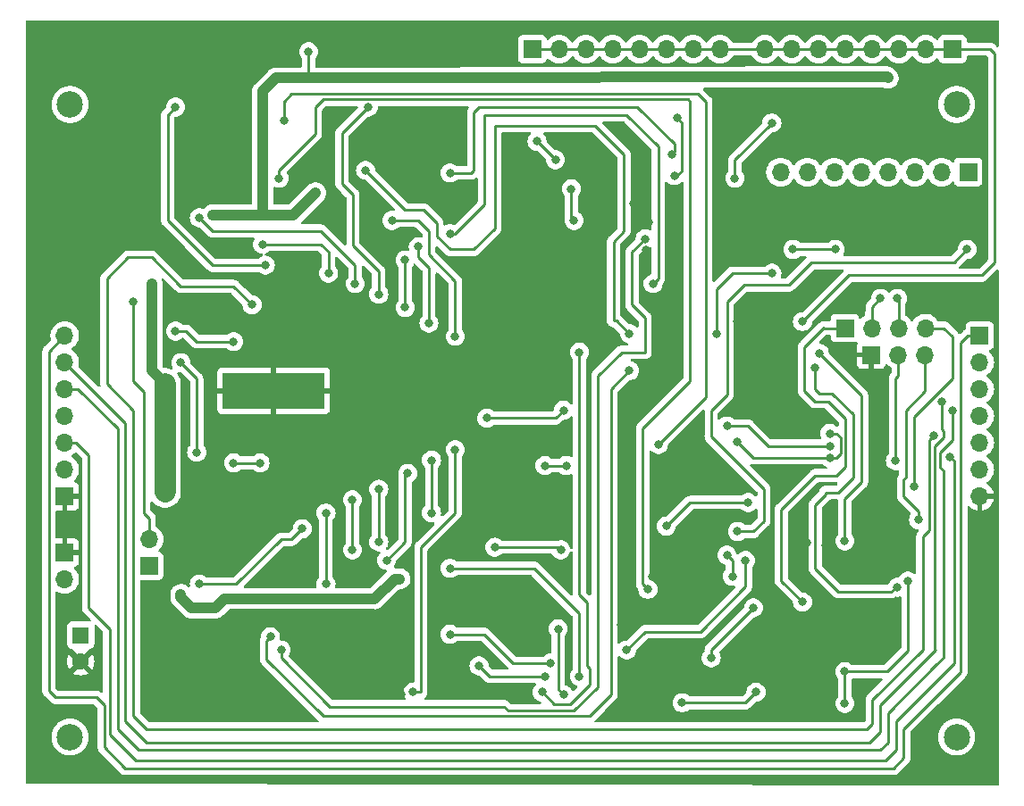
<source format=gbr>
%TF.GenerationSoftware,KiCad,Pcbnew,7.0.8-7.0.8~ubuntu20.04.1*%
%TF.CreationDate,2023-11-06T15:40:33+00:00*%
%TF.ProjectId,one-synapse-electronic,6f6e652d-7379-46e6-9170-73652d656c65,rev?*%
%TF.SameCoordinates,Original*%
%TF.FileFunction,Copper,L2,Bot*%
%TF.FilePolarity,Positive*%
%FSLAX46Y46*%
G04 Gerber Fmt 4.6, Leading zero omitted, Abs format (unit mm)*
G04 Created by KiCad (PCBNEW 7.0.8-7.0.8~ubuntu20.04.1) date 2023-11-06 15:40:33*
%MOMM*%
%LPD*%
G01*
G04 APERTURE LIST*
%TA.AperFunction,ComponentPad*%
%ADD10R,1.700000X1.700000*%
%TD*%
%TA.AperFunction,ComponentPad*%
%ADD11O,1.700000X1.700000*%
%TD*%
%TA.AperFunction,ComponentPad*%
%ADD12C,0.600000*%
%TD*%
%TA.AperFunction,SMDPad,CuDef*%
%ADD13R,9.700000X3.400000*%
%TD*%
%TA.AperFunction,ComponentPad*%
%ADD14C,2.500000*%
%TD*%
%TA.AperFunction,ComponentPad*%
%ADD15R,1.600000X1.600000*%
%TD*%
%TA.AperFunction,ComponentPad*%
%ADD16C,1.600000*%
%TD*%
%TA.AperFunction,ViaPad*%
%ADD17C,0.800000*%
%TD*%
%TA.AperFunction,Conductor*%
%ADD18C,0.250000*%
%TD*%
%TA.AperFunction,Conductor*%
%ADD19C,1.000000*%
%TD*%
%TA.AperFunction,Conductor*%
%ADD20C,2.000000*%
%TD*%
G04 APERTURE END LIST*
D10*
%TO.P,J5,1,Pin_1*%
%TO.N,GSCLK*%
X141200000Y-143920000D03*
D11*
%TO.P,J5,2,Pin_2*%
%TO.N,XLAT*%
X141200000Y-146460000D03*
%TO.P,J5,3,Pin_3*%
%TO.N,BLANK*%
X141200000Y-149000000D03*
%TO.P,J5,4,Pin_4*%
%TO.N,Sout*%
X141200000Y-151540000D03*
%TO.P,J5,5,Pin_5*%
%TO.N,SCLK*%
X141200000Y-154080000D03*
%TO.P,J5,6,Pin_6*%
%TO.N,Vcc*%
X141200000Y-156620000D03*
%TO.P,J5,7,Pin_7*%
%TO.N,GND*%
X141200000Y-159160000D03*
%TD*%
D12*
%TO.P,U1,29,PAD*%
%TO.N,GND*%
X69825000Y-150450000D03*
X71605000Y-150450000D03*
X73385000Y-150450000D03*
X75165000Y-150450000D03*
X76945000Y-150450000D03*
X78725000Y-150450000D03*
X69825000Y-149150000D03*
X71605000Y-149150000D03*
X73385000Y-149150000D03*
D13*
X74275000Y-149150000D03*
D12*
X75165000Y-149150000D03*
X76945000Y-149150000D03*
X78725000Y-149150000D03*
X69825000Y-147850000D03*
X71605000Y-147850000D03*
X73385000Y-147850000D03*
X75165000Y-147850000D03*
X76945000Y-147850000D03*
X78725000Y-147850000D03*
%TD*%
D10*
%TO.P,J2,1,Pin_1*%
%TO.N,Net-(J2-Pin_1)*%
X98800000Y-116750000D03*
D11*
%TO.P,J2,2,Pin_2*%
X101340000Y-116750000D03*
%TO.P,J2,3,Pin_3*%
X103880000Y-116750000D03*
%TO.P,J2,4,Pin_4*%
X106420000Y-116750000D03*
%TO.P,J2,5,Pin_5*%
X108960000Y-116750000D03*
%TO.P,J2,6,Pin_6*%
X111500000Y-116750000D03*
%TO.P,J2,7,Pin_7*%
X114040000Y-116750000D03*
%TO.P,J2,8,Pin_8*%
X116580000Y-116750000D03*
%TD*%
D14*
%TO.P,H1,*%
%TO.N,*%
X55000000Y-122000000D03*
%TD*%
D10*
%TO.P,J3,1,Pin_1*%
%TO.N,Net-(J2-Pin_1)*%
X138620000Y-116750000D03*
D11*
%TO.P,J3,2,Pin_2*%
X136080000Y-116750000D03*
%TO.P,J3,3,Pin_3*%
X133540000Y-116750000D03*
%TO.P,J3,4,Pin_4*%
X131000000Y-116750000D03*
%TO.P,J3,5,Pin_5*%
X128460000Y-116750000D03*
%TO.P,J3,6,Pin_6*%
X125920000Y-116750000D03*
%TO.P,J3,7,Pin_7*%
X123380000Y-116750000D03*
%TO.P,J3,8,Pin_8*%
X120840000Y-116750000D03*
%TD*%
D14*
%TO.P,H2,*%
%TO.N,*%
X139000000Y-122000000D03*
%TD*%
D15*
%TO.P,C24,1*%
%TO.N,Vcc*%
X56000000Y-172347349D03*
D16*
%TO.P,C24,2*%
%TO.N,GND*%
X56000000Y-174847349D03*
%TD*%
D10*
%TO.P,J4,1,Pin_1*%
%TO.N,GND*%
X54500000Y-159160000D03*
D11*
%TO.P,J4,2,Pin_2*%
%TO.N,Vcc*%
X54500000Y-156620000D03*
%TO.P,J4,3,Pin_3*%
%TO.N,SCLK*%
X54500000Y-154080000D03*
%TO.P,J4,4,Pin_4*%
%TO.N,Sin*%
X54500000Y-151540000D03*
%TO.P,J4,5,Pin_5*%
%TO.N,BLANK*%
X54500000Y-149000000D03*
%TO.P,J4,6,Pin_6*%
%TO.N,XLAT*%
X54500000Y-146460000D03*
%TO.P,J4,7,Pin_7*%
%TO.N,GSCLK*%
X54500000Y-143920000D03*
%TD*%
D14*
%TO.P,H4,*%
%TO.N,*%
X55000000Y-182000000D03*
%TD*%
D10*
%TO.P,J10,1,Pin_1*%
%TO.N,GND*%
X130920000Y-145750000D03*
D11*
%TO.P,J10,2,Pin_2*%
%TO.N,Net-(J10-Pin_2)*%
X133460000Y-145750000D03*
%TO.P,J10,3,Pin_3*%
%TO.N,Net-(J10-Pin_3)*%
X136000000Y-145750000D03*
%TD*%
D14*
%TO.P,H3,*%
%TO.N,*%
X139000000Y-182000000D03*
%TD*%
D10*
%TO.P,J6,1,Pin_1*%
%TO.N,GND*%
X54500000Y-164500000D03*
D11*
%TO.P,J6,2,Pin_2*%
%TO.N,Vcc*%
X54500000Y-167040000D03*
%TD*%
D10*
%TO.P,J9,1,Pin_1*%
%TO.N,Net-(J9-Pin_1)*%
X128420000Y-143210000D03*
D11*
%TO.P,J9,2,Pin_2*%
%TO.N,Net-(J9-Pin_2)*%
X130960000Y-143210000D03*
%TO.P,J9,3,Pin_3*%
%TO.N,Net-(J9-Pin_3)*%
X133500000Y-143210000D03*
%TO.P,J9,4,Pin_4*%
%TO.N,Net-(J9-Pin_4)*%
X136040000Y-143210000D03*
%TD*%
D10*
%TO.P,J1,1,Pin_1*%
%TO.N,Net-(J1-Pin_1)*%
X62500000Y-165775000D03*
D11*
%TO.P,J1,2,Pin_2*%
%TO.N,Net-(J1-Pin_2)*%
X62500000Y-163235000D03*
%TD*%
D10*
%TO.P,J7,1,Pin_1*%
%TO.N,Net-(J7-Pin_1)*%
X140100000Y-128412500D03*
D11*
%TO.P,J7,2,Pin_2*%
%TO.N,Net-(J7-Pin_2)*%
X137560000Y-128412500D03*
%TO.P,J7,3,Pin_3*%
%TO.N,Net-(J7-Pin_3)*%
X135020000Y-128412500D03*
%TO.P,J7,4,Pin_4*%
%TO.N,Net-(J7-Pin_4)*%
X132480000Y-128412500D03*
%TO.P,J7,5,Pin_5*%
%TO.N,Net-(J7-Pin_5)*%
X129940000Y-128412500D03*
%TO.P,J7,6,Pin_6*%
%TO.N,Net-(J7-Pin_6)*%
X127400000Y-128412500D03*
%TO.P,J7,7,Pin_7*%
%TO.N,Net-(J7-Pin_7)*%
X124860000Y-128412500D03*
%TO.P,J7,8,Pin_8*%
%TO.N,Net-(J7-Pin_8)*%
X122320000Y-128412500D03*
%TD*%
D17*
%TO.N,GND*%
X85600000Y-136000000D03*
X109800000Y-133200000D03*
X87800000Y-162000000D03*
X86400000Y-178000000D03*
X108400000Y-131400000D03*
X111000000Y-173200000D03*
X110800000Y-144400000D03*
X68000000Y-121200000D03*
X131800000Y-153000000D03*
X107800000Y-160000000D03*
X70800000Y-163600000D03*
X129200000Y-174000000D03*
X76800000Y-171600000D03*
X108000000Y-154000000D03*
X118200000Y-136400000D03*
X84200000Y-132200000D03*
X108200000Y-125800000D03*
X126600000Y-163800000D03*
X124800000Y-163600000D03*
X112200000Y-138800000D03*
X116400000Y-137400000D03*
X105000000Y-134000000D03*
X140200000Y-176800000D03*
X96800000Y-125800000D03*
X109600000Y-135800000D03*
X75800000Y-130400000D03*
X106000000Y-143400000D03*
X112400000Y-156200000D03*
X68400000Y-178800000D03*
X67200000Y-143200000D03*
X107200000Y-171400000D03*
X83200000Y-162800000D03*
X78400000Y-132800000D03*
X132600000Y-123800000D03*
X110200000Y-166800000D03*
X112800000Y-162600000D03*
X118200000Y-142600000D03*
%TO.N,Vcc*%
X132400000Y-119400000D03*
X68500000Y-132500000D03*
X78250000Y-130400000D03*
X77600000Y-117000000D03*
X62750000Y-139000000D03*
X83750000Y-168750000D03*
X86250000Y-167000000D03*
X64000000Y-158750000D03*
X64000000Y-148500000D03*
X65500000Y-168500000D03*
%TO.N,PB1*%
X67250000Y-167500000D03*
X77000000Y-162250000D03*
%TO.N,PB2*%
X79250000Y-160750000D03*
X79250000Y-167500000D03*
%TO.N,PB3*%
X81750000Y-159500000D03*
X81750000Y-164250000D03*
%TO.N,PB4*%
X84250000Y-158500000D03*
X84250000Y-163500000D03*
%TO.N,PB5*%
X85000000Y-165250000D03*
X87000000Y-157000000D03*
%TO.N,PB6*%
X89250000Y-155750000D03*
X89250000Y-160750000D03*
%TO.N,PB7*%
X91500000Y-154750000D03*
X87500000Y-177750000D03*
%TO.N,PC0*%
X85500000Y-133000000D03*
X91500000Y-144000000D03*
%TO.N,PC1*%
X88000000Y-135500000D03*
X89000000Y-142750000D03*
%TO.N,PC2*%
X86750000Y-136750000D03*
X86750000Y-141250000D03*
%TO.N,PC3*%
X83250000Y-122250000D03*
X84250000Y-140000000D03*
%TO.N,PC4*%
X82000000Y-139000000D03*
X67250000Y-132750000D03*
%TO.N,PC5*%
X73250000Y-135250000D03*
X79500000Y-138000000D03*
%TO.N,PC7*%
X73500000Y-137250000D03*
X65000000Y-122250000D03*
%TO.N,Net-(J1-Pin_2)*%
X61000000Y-140750000D03*
%TO.N,Net-(J2-Pin_1)*%
X124400000Y-142600000D03*
%TO.N,SCLK*%
X138400000Y-155400000D03*
%TO.N,Sin*%
X70500000Y-156000000D03*
X73000000Y-156000000D03*
%TO.N,BLANK*%
X138600000Y-151000000D03*
%TO.N,XLAT*%
X137600000Y-150200000D03*
X65500000Y-146500000D03*
X67000000Y-155000000D03*
%TO.N,Sout*%
X72250000Y-141000000D03*
X136800000Y-153400000D03*
%TO.N,S0*%
X121500000Y-138000000D03*
X116250000Y-143750000D03*
%TO.N,B0*%
X108000000Y-147250000D03*
X74000000Y-172500000D03*
%TO.N,S2*%
X93750000Y-175250000D03*
X99250000Y-125500000D03*
X123500000Y-135750000D03*
X100000000Y-176250000D03*
X101000000Y-127250000D03*
X127500000Y-135750000D03*
%TO.N,C0*%
X108000000Y-143750000D03*
X83000000Y-128250000D03*
%TO.N,C2*%
X112000000Y-126750000D03*
X91000000Y-128500000D03*
%TO.N,S1*%
X99750000Y-177750000D03*
X103250000Y-145500000D03*
%TO.N,B1*%
X102500000Y-130000000D03*
X102750000Y-133000000D03*
%TO.N,C1*%
X91000000Y-134250000D03*
X110250000Y-139000000D03*
%TO.N,S3*%
X118000000Y-129000000D03*
X121500000Y-123750000D03*
%TO.N,B3*%
X75000000Y-173750000D03*
X109500000Y-134750000D03*
%TO.N,C3*%
X112250000Y-128750000D03*
X112500000Y-123250000D03*
%TO.N,S4*%
X119750000Y-169750000D03*
X115750000Y-174500000D03*
%TO.N,B4*%
X91000000Y-166000000D03*
X103250000Y-176250000D03*
%TO.N,S6*%
X100000000Y-156250000D03*
X102000000Y-156250000D03*
%TO.N,B6*%
X101750000Y-151000000D03*
X94500000Y-151750000D03*
%TO.N,C4*%
X119000000Y-165250000D03*
X107750000Y-173750000D03*
%TO.N,C6*%
X110750000Y-154250000D03*
X75250000Y-123500000D03*
%TO.N,S5*%
X113000000Y-178750000D03*
X120000000Y-177750000D03*
X101250000Y-171750000D03*
X101750000Y-178000000D03*
%TO.N,B5*%
X95250000Y-164000000D03*
X101500000Y-164250000D03*
%TO.N,S7*%
X140000000Y-135750000D03*
X118250000Y-162500000D03*
%TO.N,B7*%
X117750000Y-166750000D03*
X100500000Y-175000000D03*
X117250000Y-164750000D03*
X91000000Y-172250000D03*
%TO.N,C5*%
X74800000Y-129000000D03*
X109750000Y-168000000D03*
%TO.N,C7*%
X111500000Y-162000000D03*
X119250000Y-159750000D03*
%TO.N,Net-(U1-IREF)*%
X65000000Y-143500000D03*
X70500000Y-144500000D03*
%TO.N,Net-(J9-Pin_1)*%
X124400000Y-169200000D03*
%TO.N,Net-(U6A--)*%
X127000000Y-154400000D03*
X117250000Y-152500000D03*
%TO.N,Net-(U6A-+)*%
X118250000Y-154000000D03*
X127000000Y-153200000D03*
X127000000Y-155500000D03*
%TO.N,Net-(J9-Pin_2)*%
X131800000Y-140400000D03*
X125600000Y-147000000D03*
X133400000Y-167800000D03*
%TO.N,Net-(J9-Pin_3)*%
X128400000Y-163400000D03*
X126000000Y-145600000D03*
X133400000Y-140400000D03*
%TO.N,Net-(J9-Pin_4)*%
X135000000Y-158200000D03*
%TO.N,Net-(J10-Pin_2)*%
X133200000Y-155800000D03*
%TO.N,Net-(J10-Pin_3)*%
X135400000Y-161400000D03*
%TO.N,Net-(U6C-+)*%
X128400000Y-175800000D03*
X134400000Y-167200000D03*
X128400000Y-178800000D03*
%TD*%
D18*
%TO.N,GND*%
X108400000Y-131800000D02*
X109800000Y-133200000D01*
X108400000Y-131400000D02*
X108400000Y-131800000D01*
D19*
%TO.N,Vcc*%
X64000000Y-148500000D02*
X62750000Y-147250000D01*
X69625000Y-168875000D02*
X83875000Y-168875000D01*
X73250000Y-120750000D02*
X74500000Y-119500000D01*
X65500000Y-168750000D02*
X65500000Y-168500000D01*
X68750000Y-169750000D02*
X69625000Y-168875000D01*
X66500000Y-169750000D02*
X68750000Y-169750000D01*
X85750000Y-167000000D02*
X86250000Y-167000000D01*
X62750000Y-147250000D02*
X62750000Y-139000000D01*
X76150000Y-132500000D02*
X78250000Y-130400000D01*
X76000000Y-132500000D02*
X76150000Y-132500000D01*
X83875000Y-168875000D02*
X85750000Y-167000000D01*
X68500000Y-132500000D02*
X73250000Y-132500000D01*
X66500000Y-169750000D02*
X65500000Y-168750000D01*
D18*
X77600000Y-117000000D02*
X77600000Y-119494646D01*
D19*
X73250000Y-132500000D02*
X73250000Y-120750000D01*
X74500000Y-119500000D02*
X77600000Y-119494646D01*
X73250000Y-132500000D02*
X76000000Y-132500000D01*
D20*
X64000000Y-148500000D02*
X64000000Y-158750000D01*
D19*
X77600000Y-119494646D02*
X132400000Y-119400000D01*
X132400000Y-119400000D02*
X132500000Y-119500000D01*
D18*
%TO.N,PB1*%
X77000000Y-162250000D02*
X76000000Y-163250000D01*
X70750000Y-167500000D02*
X67250000Y-167500000D01*
X75000000Y-163250000D02*
X70750000Y-167500000D01*
X76000000Y-163250000D02*
X75000000Y-163250000D01*
%TO.N,PB2*%
X79250000Y-160750000D02*
X79250000Y-167500000D01*
%TO.N,PB3*%
X81750000Y-159500000D02*
X81750000Y-164250000D01*
%TO.N,PB4*%
X84250000Y-158500000D02*
X84250000Y-163500000D01*
%TO.N,PB5*%
X86750000Y-157250000D02*
X86750000Y-163500000D01*
X87000000Y-157000000D02*
X86750000Y-157250000D01*
X85000000Y-165250000D02*
X85125000Y-165125000D01*
X86750000Y-163500000D02*
X85000000Y-165250000D01*
%TO.N,PB6*%
X89250000Y-155750000D02*
X89250000Y-160750000D01*
%TO.N,PB7*%
X87500000Y-177750000D02*
X88250000Y-177750000D01*
X88250000Y-164000000D02*
X91500000Y-160750000D01*
X91500000Y-160750000D02*
X91500000Y-154750000D01*
X88250000Y-177750000D02*
X88250000Y-164000000D01*
%TO.N,PC0*%
X89000000Y-134000000D02*
X88000000Y-133000000D01*
X89000000Y-134000000D02*
X89000000Y-136250000D01*
X88000000Y-133000000D02*
X85500000Y-133000000D01*
X91500000Y-144000000D02*
X91500000Y-138750000D01*
X89000000Y-136250000D02*
X91500000Y-138750000D01*
%TO.N,PC1*%
X88000000Y-136500000D02*
X88000000Y-135500000D01*
X89000000Y-137500000D02*
X88000000Y-136500000D01*
X89000000Y-142750000D02*
X89000000Y-137750000D01*
X89000000Y-137750000D02*
X89000000Y-137500000D01*
%TO.N,PC2*%
X86750000Y-141250000D02*
X86750000Y-136750000D01*
%TO.N,PC3*%
X83250000Y-122250000D02*
X80750000Y-124750000D01*
X81800000Y-130550000D02*
X81800000Y-135400000D01*
X80750000Y-124750000D02*
X80750000Y-129500000D01*
X80750000Y-129500000D02*
X81800000Y-130550000D01*
X81800000Y-135400000D02*
X84250000Y-137850000D01*
X84250000Y-137850000D02*
X84250000Y-140000000D01*
%TO.N,PC4*%
X82000000Y-137250000D02*
X82000000Y-139000000D01*
X67250000Y-132750000D02*
X68500000Y-134000000D01*
X78750000Y-134000000D02*
X82000000Y-137250000D01*
X68500000Y-134000000D02*
X78750000Y-134000000D01*
%TO.N,PC5*%
X79500000Y-136000000D02*
X78750000Y-135250000D01*
X78750000Y-135250000D02*
X73250000Y-135250000D01*
X79500000Y-138000000D02*
X79500000Y-136000000D01*
%TO.N,PC7*%
X68500000Y-137250000D02*
X64250000Y-133000000D01*
X73500000Y-137250000D02*
X68500000Y-137250000D01*
X64250000Y-133000000D02*
X64250000Y-123000000D01*
X64250000Y-123000000D02*
X65000000Y-122250000D01*
%TO.N,Net-(J1-Pin_2)*%
X61000000Y-148250000D02*
X62000000Y-149250000D01*
X62000000Y-149250000D02*
X62000000Y-160750000D01*
X62000000Y-160750000D02*
X62500000Y-161250000D01*
X61000000Y-140750000D02*
X61000000Y-148250000D01*
X62500000Y-161250000D02*
X62500000Y-163235000D01*
%TO.N,Net-(J2-Pin_1)*%
X101340000Y-116750000D02*
X98800000Y-116750000D01*
X141400000Y-138200000D02*
X142600000Y-137000000D01*
X133540000Y-116750000D02*
X131000000Y-116750000D01*
X136080000Y-116750000D02*
X133540000Y-116750000D01*
X124400000Y-142600000D02*
X128800000Y-138200000D01*
X103880000Y-116750000D02*
X101340000Y-116750000D01*
X120840000Y-116750000D02*
X116580000Y-116750000D01*
X142600000Y-117200000D02*
X142150000Y-116750000D01*
X116580000Y-116750000D02*
X114040000Y-116750000D01*
X142600000Y-137000000D02*
X142600000Y-117200000D01*
X106420000Y-116750000D02*
X103880000Y-116750000D01*
X131000000Y-116750000D02*
X128460000Y-116750000D01*
X108960000Y-116750000D02*
X106420000Y-116750000D01*
X111500000Y-116750000D02*
X108960000Y-116750000D01*
X114040000Y-116750000D02*
X111500000Y-116750000D01*
X123380000Y-116750000D02*
X120840000Y-116750000D01*
X125920000Y-116750000D02*
X123380000Y-116750000D01*
X128460000Y-116750000D02*
X125920000Y-116750000D01*
X138620000Y-116750000D02*
X136080000Y-116750000D01*
X128800000Y-138200000D02*
X141400000Y-138200000D01*
X142150000Y-116750000D02*
X138620000Y-116750000D01*
%TO.N,SCLK*%
X138400000Y-155400000D02*
X138750000Y-155750000D01*
X138750000Y-155750000D02*
X138750000Y-175000000D01*
X133250000Y-180500000D02*
X138750000Y-175000000D01*
X61250000Y-184250000D02*
X132250000Y-184250000D01*
X55580000Y-154080000D02*
X56750000Y-155250000D01*
X54500000Y-154080000D02*
X55580000Y-154080000D01*
X58750000Y-181750000D02*
X61250000Y-184250000D01*
X132250000Y-184250000D02*
X133250000Y-183250000D01*
X58750000Y-171750000D02*
X58750000Y-181750000D01*
X133250000Y-183250000D02*
X133250000Y-180500000D01*
X56750000Y-169750000D02*
X58750000Y-171750000D01*
X56750000Y-155250000D02*
X56750000Y-169750000D01*
%TO.N,Sin*%
X73000000Y-156000000D02*
X70500000Y-156000000D01*
%TO.N,BLANK*%
X55750000Y-149000000D02*
X59500000Y-152750000D01*
X137400000Y-155000000D02*
X137400000Y-156400000D01*
X132500000Y-182500000D02*
X132500000Y-179750000D01*
X137800000Y-174450000D02*
X137125000Y-175125000D01*
X59500000Y-152750000D02*
X59500000Y-181250000D01*
X132500000Y-179750000D02*
X137125000Y-175125000D01*
X54500000Y-149000000D02*
X55750000Y-149000000D01*
X137400000Y-156400000D02*
X137800000Y-156800000D01*
X131750000Y-183250000D02*
X132500000Y-182500000D01*
X59500000Y-181250000D02*
X61500000Y-183250000D01*
X138600000Y-153800000D02*
X137400000Y-155000000D01*
X61500000Y-183250000D02*
X131750000Y-183250000D01*
X137800000Y-156800000D02*
X137800000Y-174450000D01*
X138600000Y-151000000D02*
X138600000Y-153800000D01*
%TO.N,XLAT*%
X136950000Y-154450000D02*
X136950000Y-173800000D01*
X136950000Y-173800000D02*
X136275000Y-174475000D01*
X131750000Y-179000000D02*
X136275000Y-174475000D01*
X130750000Y-182500000D02*
X131750000Y-181500000D01*
X67000000Y-148000000D02*
X65500000Y-146500000D01*
X137600000Y-152800000D02*
X137800000Y-153000000D01*
X62250000Y-182500000D02*
X130750000Y-182500000D01*
X131750000Y-181500000D02*
X131750000Y-179000000D01*
X137600000Y-150200000D02*
X137600000Y-152800000D01*
X136275000Y-174475000D02*
X137000000Y-173750000D01*
X60250000Y-152210000D02*
X60250000Y-180500000D01*
X137800000Y-153000000D02*
X137800000Y-153600000D01*
X54500000Y-146460000D02*
X60250000Y-152210000D01*
X67000000Y-155000000D02*
X67000000Y-148000000D01*
X137800000Y-153600000D02*
X136950000Y-154450000D01*
X60250000Y-180500000D02*
X62250000Y-182500000D01*
%TO.N,GSCLK*%
X58250000Y-179000000D02*
X58250000Y-183000000D01*
X139400000Y-144600000D02*
X140080000Y-143920000D01*
X141200000Y-144460000D02*
X140940000Y-144460000D01*
X53613604Y-178250000D02*
X57500000Y-178250000D01*
X54500000Y-143920000D02*
X53000000Y-145420000D01*
X57500000Y-178250000D02*
X58250000Y-179000000D01*
X134000000Y-184000000D02*
X134000000Y-181250000D01*
X134000000Y-181250000D02*
X139400000Y-175850000D01*
X53000000Y-177636396D02*
X53613604Y-178250000D01*
X140080000Y-143920000D02*
X141200000Y-143920000D01*
X139400000Y-175850000D02*
X139400000Y-144600000D01*
X60250000Y-185000000D02*
X133000000Y-185000000D01*
X133000000Y-185000000D02*
X134000000Y-184000000D01*
X53000000Y-145420000D02*
X53000000Y-177636396D01*
X58250000Y-183000000D02*
X60250000Y-185000000D01*
%TO.N,Sout*%
X70500000Y-139250000D02*
X65500000Y-139250000D01*
X130500000Y-181250000D02*
X131000000Y-180750000D01*
X62750000Y-136500000D02*
X60500000Y-136500000D01*
X60500000Y-136500000D02*
X58500000Y-138500000D01*
X65500000Y-139250000D02*
X62750000Y-136500000D01*
X136400000Y-162400000D02*
X136400000Y-153800000D01*
X72250000Y-141000000D02*
X70500000Y-139250000D01*
X131000000Y-180750000D02*
X131000000Y-178500000D01*
X58500000Y-148500000D02*
X61000000Y-151000000D01*
X61000000Y-180000000D02*
X62250000Y-181250000D01*
X62250000Y-181250000D02*
X130500000Y-181250000D01*
X136400000Y-153800000D02*
X136800000Y-153400000D01*
X135800000Y-163000000D02*
X136400000Y-162400000D01*
X135800000Y-173700000D02*
X135800000Y-163000000D01*
X131000000Y-178500000D02*
X135800000Y-173700000D01*
X61000000Y-151000000D02*
X61000000Y-180000000D01*
X58500000Y-138500000D02*
X58500000Y-148500000D01*
%TO.N,S0*%
X117750000Y-138000000D02*
X121500000Y-138000000D01*
X116250000Y-143750000D02*
X116250000Y-139500000D01*
X116250000Y-139500000D02*
X117750000Y-138000000D01*
%TO.N,B0*%
X106250000Y-149000000D02*
X106250000Y-178000000D01*
X108000000Y-147250000D02*
X106250000Y-149000000D01*
X73625000Y-172875000D02*
X74000000Y-172500000D01*
X104250000Y-180000000D02*
X79000000Y-180000000D01*
X73625000Y-174625000D02*
X73625000Y-172875000D01*
X106250000Y-178000000D02*
X104250000Y-180000000D01*
X79000000Y-180000000D02*
X73625000Y-174625000D01*
%TO.N,S2*%
X94000000Y-175500000D02*
X93750000Y-175250000D01*
X123500000Y-135750000D02*
X127500000Y-135750000D01*
X99250000Y-125500000D02*
X101000000Y-127250000D01*
X94750000Y-176250000D02*
X94000000Y-175500000D01*
X100000000Y-176250000D02*
X94750000Y-176250000D01*
%TO.N,C0*%
X104750000Y-124000000D02*
X107500000Y-126750000D01*
X93250000Y-135750000D02*
X95250000Y-133750000D01*
X106500000Y-142500000D02*
X106500000Y-135000000D01*
X106750000Y-142500000D02*
X106500000Y-142500000D01*
X88500000Y-132000000D02*
X89750000Y-133250000D01*
X89750000Y-133250000D02*
X89750000Y-134500000D01*
X91000000Y-135750000D02*
X93250000Y-135750000D01*
X89750000Y-134500000D02*
X91000000Y-135750000D01*
X108000000Y-143750000D02*
X106750000Y-142500000D01*
X83000000Y-128250000D02*
X86750000Y-132000000D01*
X107500000Y-126750000D02*
X107500000Y-134000000D01*
X95250000Y-133750000D02*
X95250000Y-124000000D01*
X106500000Y-135000000D02*
X107500000Y-134000000D01*
X95250000Y-124000000D02*
X104750000Y-124000000D01*
X86750000Y-132000000D02*
X88500000Y-132000000D01*
%TO.N,C2*%
X93250000Y-128250000D02*
X93250000Y-122750000D01*
X91000000Y-128500000D02*
X93000000Y-128500000D01*
X93000000Y-128500000D02*
X93250000Y-128250000D01*
X93750000Y-122250000D02*
X108750000Y-122250000D01*
X93250000Y-122750000D02*
X93750000Y-122250000D01*
X112250000Y-126500000D02*
X112000000Y-126750000D01*
X108750000Y-122250000D02*
X112250000Y-125750000D01*
X112250000Y-125750000D02*
X112250000Y-126500000D01*
%TO.N,S1*%
X104000000Y-169250000D02*
X104000000Y-175250000D01*
X102375000Y-178875000D02*
X100875000Y-178875000D01*
X104250000Y-175500000D02*
X104250000Y-177000000D01*
X103250000Y-145500000D02*
X103250000Y-168500000D01*
X104250000Y-177000000D02*
X102375000Y-178875000D01*
X103250000Y-168500000D02*
X104000000Y-169250000D01*
X100875000Y-178875000D02*
X99750000Y-177750000D01*
X104000000Y-175250000D02*
X104250000Y-175500000D01*
%TO.N,B1*%
X102500000Y-132750000D02*
X102750000Y-133000000D01*
X102500000Y-130000000D02*
X102500000Y-132750000D01*
%TO.N,C1*%
X94250000Y-123000000D02*
X107750000Y-123000000D01*
X107750000Y-123000000D02*
X110750000Y-126000000D01*
X110750000Y-126000000D02*
X110750000Y-137250000D01*
X110750000Y-137250000D02*
X110750000Y-138500000D01*
X91500000Y-134250000D02*
X94250000Y-131500000D01*
X94250000Y-131500000D02*
X94250000Y-123000000D01*
X110750000Y-138500000D02*
X110250000Y-139000000D01*
X91000000Y-134250000D02*
X91500000Y-134250000D01*
%TO.N,S3*%
X118000000Y-127250000D02*
X118000000Y-129000000D01*
X121500000Y-123750000D02*
X118000000Y-127250000D01*
%TO.N,B3*%
X96125000Y-179125000D02*
X79625000Y-179125000D01*
X109500000Y-134750000D02*
X108250000Y-136000000D01*
X79625000Y-179125000D02*
X75000000Y-174500000D01*
X108250000Y-136000000D02*
X108250000Y-141000000D01*
X75000000Y-174500000D02*
X75000000Y-173750000D01*
X107250000Y-145500000D02*
X105000000Y-147750000D01*
X108250000Y-141000000D02*
X109500000Y-142250000D01*
X109500000Y-145500000D02*
X107250000Y-145500000D01*
X109500000Y-142250000D02*
X109500000Y-145500000D01*
X96500000Y-179500000D02*
X96125000Y-179125000D01*
X105000000Y-147750000D02*
X105000000Y-177250000D01*
X105000000Y-177250000D02*
X102750000Y-179500000D01*
X102750000Y-179500000D02*
X96500000Y-179500000D01*
%TO.N,C3*%
X112500000Y-128750000D02*
X112250000Y-128750000D01*
X113000000Y-123750000D02*
X113000000Y-128250000D01*
X113000000Y-128250000D02*
X112500000Y-128750000D01*
X112500000Y-123250000D02*
X113000000Y-123750000D01*
%TO.N,S4*%
X119750000Y-169750000D02*
X115750000Y-173750000D01*
X115750000Y-173750000D02*
X115750000Y-174500000D01*
%TO.N,B4*%
X103250000Y-170250000D02*
X103250000Y-176250000D01*
X91000000Y-166000000D02*
X99000000Y-166000000D01*
X99000000Y-166000000D02*
X103250000Y-170250000D01*
%TO.N,S6*%
X102000000Y-156250000D02*
X100000000Y-156250000D01*
%TO.N,B6*%
X94500000Y-151750000D02*
X100500000Y-151750000D01*
X101000000Y-151750000D02*
X100500000Y-151750000D01*
X101750000Y-151000000D02*
X101000000Y-151750000D01*
%TO.N,C4*%
X114750000Y-172000000D02*
X109500000Y-172000000D01*
X119000000Y-167750000D02*
X114750000Y-172000000D01*
X109500000Y-172000000D02*
X107750000Y-173750000D01*
X119000000Y-165250000D02*
X119000000Y-167750000D01*
%TO.N,C6*%
X110750000Y-154250000D02*
X115250000Y-149750000D01*
X115250000Y-121750000D02*
X114500000Y-121000000D01*
X75250000Y-121750000D02*
X75250000Y-123500000D01*
X114500000Y-121000000D02*
X76000000Y-121000000D01*
X76000000Y-121000000D02*
X75250000Y-121750000D01*
X115250000Y-149750000D02*
X115250000Y-121750000D01*
%TO.N,S5*%
X101250000Y-171750000D02*
X101250000Y-177500000D01*
X113000000Y-178750000D02*
X119000000Y-178750000D01*
X114000000Y-178750000D02*
X113000000Y-178750000D01*
X101250000Y-177500000D02*
X101750000Y-178000000D01*
X119000000Y-178750000D02*
X120000000Y-177750000D01*
X114000000Y-178750000D02*
X113750000Y-178750000D01*
%TO.N,B5*%
X101500000Y-164250000D02*
X101250000Y-164000000D01*
X101250000Y-164000000D02*
X95250000Y-164000000D01*
%TO.N,S7*%
X115750000Y-151000000D02*
X117250000Y-149500000D01*
X117250000Y-149500000D02*
X117250000Y-140750000D01*
X125250000Y-137000000D02*
X138750000Y-137000000D01*
X119750000Y-162500000D02*
X120750000Y-161500000D01*
X138750000Y-137000000D02*
X140000000Y-135750000D01*
X120750000Y-161500000D02*
X120750000Y-158500000D01*
X123125000Y-139125000D02*
X125250000Y-137000000D01*
X117250000Y-140750000D02*
X118875000Y-139125000D01*
X120750000Y-158500000D02*
X115750000Y-153500000D01*
X115750000Y-153500000D02*
X115750000Y-151000000D01*
X118875000Y-139125000D02*
X123125000Y-139125000D01*
X118250000Y-162500000D02*
X119750000Y-162500000D01*
%TO.N,B7*%
X96875000Y-174875000D02*
X94250000Y-172250000D01*
X91000000Y-172250000D02*
X94250000Y-172250000D01*
X117750000Y-165250000D02*
X117250000Y-164750000D01*
X100500000Y-175000000D02*
X97000000Y-175000000D01*
X97000000Y-175000000D02*
X96875000Y-174875000D01*
X117750000Y-166750000D02*
X117750000Y-165250000D01*
%TO.N,C5*%
X113525000Y-121525000D02*
X113750000Y-121750000D01*
X109250000Y-167500000D02*
X109750000Y-168000000D01*
X113750000Y-148250000D02*
X109250000Y-152750000D01*
X109250000Y-152750000D02*
X109250000Y-167500000D01*
X78250000Y-122250000D02*
X78975000Y-121525000D01*
X74800000Y-129000000D02*
X74800000Y-128250000D01*
X74800000Y-128250000D02*
X78250000Y-124800000D01*
X78250000Y-124800000D02*
X78250000Y-122250000D01*
X113750000Y-121750000D02*
X113750000Y-148250000D01*
X78975000Y-121525000D02*
X113525000Y-121525000D01*
%TO.N,C7*%
X113750000Y-159750000D02*
X111500000Y-162000000D01*
X119250000Y-159750000D02*
X113750000Y-159750000D01*
%TO.N,Net-(U1-IREF)*%
X70500000Y-144500000D02*
X67000000Y-144500000D01*
X67000000Y-144500000D02*
X66000000Y-143500000D01*
X66000000Y-143500000D02*
X65000000Y-143500000D01*
%TO.N,Net-(J9-Pin_1)*%
X128450000Y-151800000D02*
X126850000Y-150200000D01*
X126410000Y-143210000D02*
X128420000Y-143210000D01*
X126850000Y-150200000D02*
X125600000Y-150200000D01*
X124400000Y-169200000D02*
X122400000Y-167200000D01*
X128450000Y-156350000D02*
X128450000Y-151800000D01*
X122400000Y-160400000D02*
X125600000Y-157200000D01*
X126400000Y-143200000D02*
X126410000Y-143210000D01*
X125600000Y-150200000D02*
X124600000Y-149200000D01*
X127600000Y-157200000D02*
X128450000Y-156350000D01*
X124600000Y-145000000D02*
X126400000Y-143200000D01*
X124600000Y-149200000D02*
X124600000Y-145000000D01*
X122400000Y-167200000D02*
X122400000Y-160400000D01*
X125600000Y-157200000D02*
X127600000Y-157200000D01*
%TO.N,Net-(U6A--)*%
X121150000Y-154400000D02*
X119250000Y-152500000D01*
X119250000Y-152500000D02*
X117250000Y-152500000D01*
X127000000Y-154400000D02*
X121150000Y-154400000D01*
%TO.N,Net-(U6A-+)*%
X127600000Y-153200000D02*
X128000000Y-153600000D01*
X118250000Y-154000000D02*
X119750000Y-155500000D01*
X119750000Y-155500000D02*
X127000000Y-155500000D01*
X128000000Y-155100000D02*
X127600000Y-155500000D01*
X128000000Y-153600000D02*
X128000000Y-155100000D01*
X127000000Y-155500000D02*
X127600000Y-155500000D01*
X127000000Y-153200000D02*
X127600000Y-153200000D01*
%TO.N,Net-(J9-Pin_2)*%
X130960000Y-141840000D02*
X130960000Y-143210000D01*
X131000000Y-141200000D02*
X131000000Y-141800000D01*
X125600000Y-166000000D02*
X127800000Y-168200000D01*
X126600000Y-158800000D02*
X126600000Y-159000000D01*
X131000000Y-141800000D02*
X130960000Y-141840000D01*
X125600000Y-160000000D02*
X125600000Y-166000000D01*
X127800000Y-168200000D02*
X132800000Y-168200000D01*
X127800000Y-158800000D02*
X126600000Y-158800000D01*
X131800000Y-140400000D02*
X131000000Y-141200000D01*
X125600000Y-147000000D02*
X125600000Y-149000000D01*
X126600000Y-159000000D02*
X125600000Y-160000000D01*
X132800000Y-168200000D02*
X133400000Y-167800000D01*
X129200000Y-151400000D02*
X129200000Y-157400000D01*
X129200000Y-157400000D02*
X127800000Y-158800000D01*
X125600000Y-149000000D02*
X126000000Y-149400000D01*
X133400000Y-167800000D02*
X133200000Y-167800000D01*
X126000000Y-149400000D02*
X127200000Y-149400000D01*
X127200000Y-149400000D02*
X129200000Y-151400000D01*
%TO.N,Net-(J9-Pin_3)*%
X128400000Y-163400000D02*
X128400000Y-159400000D01*
X133400000Y-140400000D02*
X133500000Y-140500000D01*
X130000000Y-157800000D02*
X130000000Y-149600000D01*
X128400000Y-159400000D02*
X130000000Y-157800000D01*
X130000000Y-149600000D02*
X126000000Y-145600000D01*
X133500000Y-140500000D02*
X133500000Y-143210000D01*
%TO.N,Net-(J9-Pin_4)*%
X137810000Y-143210000D02*
X138600000Y-144000000D01*
X135000000Y-151600000D02*
X135000000Y-158200000D01*
X136040000Y-143210000D02*
X137810000Y-143210000D01*
X138600000Y-148000000D02*
X135000000Y-151600000D01*
X138600000Y-144000000D02*
X138600000Y-148000000D01*
%TO.N,Net-(J10-Pin_2)*%
X133460000Y-147740000D02*
X133460000Y-145750000D01*
X133200000Y-155800000D02*
X133200000Y-148000000D01*
X133200000Y-148000000D02*
X133460000Y-147740000D01*
%TO.N,Net-(J10-Pin_3)*%
X136000000Y-149200000D02*
X134200000Y-151000000D01*
X134000000Y-157600000D02*
X134000000Y-159200000D01*
X134200000Y-151000000D02*
X134200000Y-157400000D01*
X136000000Y-145750000D02*
X136000000Y-149200000D01*
X134200000Y-157400000D02*
X134000000Y-157600000D01*
X134000000Y-159200000D02*
X135400000Y-160600000D01*
X135400000Y-160600000D02*
X135400000Y-161400000D01*
%TO.N,Net-(U6C-+)*%
X132400000Y-175800000D02*
X134400000Y-173800000D01*
X128400000Y-175800000D02*
X132400000Y-175800000D01*
X128400000Y-175800000D02*
X128400000Y-178800000D01*
X134400000Y-173800000D02*
X134400000Y-167200000D01*
%TD*%
%TA.AperFunction,Conductor*%
%TO.N,GND*%
G36*
X142943039Y-114019685D02*
G01*
X142988794Y-114072489D01*
X143000000Y-114124000D01*
X143000000Y-116416048D01*
X142980315Y-116483087D01*
X142927511Y-116528842D01*
X142858353Y-116538786D01*
X142794797Y-116509761D01*
X142788319Y-116503729D01*
X142650806Y-116366216D01*
X142640981Y-116353952D01*
X142640760Y-116354136D01*
X142635785Y-116348121D01*
X142609038Y-116323004D01*
X142585364Y-116300773D01*
X142574919Y-116290328D01*
X142564475Y-116279883D01*
X142558986Y-116275625D01*
X142554561Y-116271847D01*
X142520582Y-116239938D01*
X142520580Y-116239936D01*
X142520577Y-116239935D01*
X142503029Y-116230288D01*
X142486763Y-116219604D01*
X142470933Y-116207325D01*
X142428168Y-116188818D01*
X142422922Y-116186248D01*
X142382093Y-116163803D01*
X142382092Y-116163802D01*
X142362693Y-116158822D01*
X142344281Y-116152518D01*
X142325898Y-116144562D01*
X142325892Y-116144560D01*
X142279874Y-116137272D01*
X142274152Y-116136087D01*
X142229021Y-116124500D01*
X142229019Y-116124500D01*
X142208984Y-116124500D01*
X142189586Y-116122973D01*
X142182162Y-116121797D01*
X142169805Y-116119840D01*
X142169804Y-116119840D01*
X142123416Y-116124225D01*
X142117578Y-116124500D01*
X140094499Y-116124500D01*
X140027460Y-116104815D01*
X139981705Y-116052011D01*
X139970499Y-116000500D01*
X139970499Y-115852129D01*
X139970498Y-115852123D01*
X139970497Y-115852116D01*
X139964091Y-115792517D01*
X139962810Y-115789083D01*
X139913797Y-115657671D01*
X139913793Y-115657664D01*
X139827547Y-115542455D01*
X139827544Y-115542452D01*
X139712335Y-115456206D01*
X139712328Y-115456202D01*
X139577482Y-115405908D01*
X139577483Y-115405908D01*
X139517883Y-115399501D01*
X139517881Y-115399500D01*
X139517873Y-115399500D01*
X139517864Y-115399500D01*
X137722129Y-115399500D01*
X137722123Y-115399501D01*
X137662516Y-115405908D01*
X137527671Y-115456202D01*
X137527664Y-115456206D01*
X137412455Y-115542452D01*
X137412452Y-115542455D01*
X137326206Y-115657664D01*
X137326203Y-115657669D01*
X137277189Y-115789083D01*
X137235317Y-115845016D01*
X137169853Y-115869433D01*
X137101580Y-115854581D01*
X137073326Y-115833430D01*
X136951402Y-115711506D01*
X136951395Y-115711501D01*
X136757834Y-115575967D01*
X136757830Y-115575965D01*
X136757828Y-115575964D01*
X136543663Y-115476097D01*
X136543659Y-115476096D01*
X136543655Y-115476094D01*
X136315413Y-115414938D01*
X136315403Y-115414936D01*
X136080001Y-115394341D01*
X136079999Y-115394341D01*
X135844596Y-115414936D01*
X135844586Y-115414938D01*
X135616344Y-115476094D01*
X135616335Y-115476098D01*
X135402171Y-115575964D01*
X135402169Y-115575965D01*
X135208597Y-115711505D01*
X135041505Y-115878597D01*
X134911575Y-116064158D01*
X134856998Y-116107783D01*
X134787500Y-116114977D01*
X134725145Y-116083454D01*
X134708425Y-116064158D01*
X134578494Y-115878597D01*
X134411402Y-115711506D01*
X134411395Y-115711501D01*
X134217834Y-115575967D01*
X134217830Y-115575965D01*
X134217828Y-115575964D01*
X134003663Y-115476097D01*
X134003659Y-115476096D01*
X134003655Y-115476094D01*
X133775413Y-115414938D01*
X133775403Y-115414936D01*
X133540001Y-115394341D01*
X133539999Y-115394341D01*
X133304596Y-115414936D01*
X133304586Y-115414938D01*
X133076344Y-115476094D01*
X133076335Y-115476098D01*
X132862171Y-115575964D01*
X132862169Y-115575965D01*
X132668597Y-115711505D01*
X132501505Y-115878597D01*
X132371575Y-116064158D01*
X132316998Y-116107783D01*
X132247500Y-116114977D01*
X132185145Y-116083454D01*
X132168425Y-116064158D01*
X132038494Y-115878597D01*
X131871402Y-115711506D01*
X131871395Y-115711501D01*
X131677834Y-115575967D01*
X131677830Y-115575965D01*
X131677828Y-115575964D01*
X131463663Y-115476097D01*
X131463659Y-115476096D01*
X131463655Y-115476094D01*
X131235413Y-115414938D01*
X131235403Y-115414936D01*
X131000001Y-115394341D01*
X130999999Y-115394341D01*
X130764596Y-115414936D01*
X130764586Y-115414938D01*
X130536344Y-115476094D01*
X130536335Y-115476098D01*
X130322171Y-115575964D01*
X130322169Y-115575965D01*
X130128597Y-115711505D01*
X129961505Y-115878597D01*
X129831575Y-116064158D01*
X129776998Y-116107783D01*
X129707500Y-116114977D01*
X129645145Y-116083454D01*
X129628425Y-116064158D01*
X129498494Y-115878597D01*
X129331402Y-115711506D01*
X129331395Y-115711501D01*
X129137834Y-115575967D01*
X129137830Y-115575965D01*
X129137828Y-115575964D01*
X128923663Y-115476097D01*
X128923659Y-115476096D01*
X128923655Y-115476094D01*
X128695413Y-115414938D01*
X128695403Y-115414936D01*
X128460001Y-115394341D01*
X128459999Y-115394341D01*
X128224596Y-115414936D01*
X128224586Y-115414938D01*
X127996344Y-115476094D01*
X127996335Y-115476098D01*
X127782171Y-115575964D01*
X127782169Y-115575965D01*
X127588597Y-115711505D01*
X127421505Y-115878597D01*
X127291575Y-116064158D01*
X127236998Y-116107783D01*
X127167500Y-116114977D01*
X127105145Y-116083454D01*
X127088425Y-116064158D01*
X126958494Y-115878597D01*
X126791402Y-115711506D01*
X126791395Y-115711501D01*
X126597834Y-115575967D01*
X126597830Y-115575965D01*
X126597828Y-115575964D01*
X126383663Y-115476097D01*
X126383659Y-115476096D01*
X126383655Y-115476094D01*
X126155413Y-115414938D01*
X126155403Y-115414936D01*
X125920001Y-115394341D01*
X125919999Y-115394341D01*
X125684596Y-115414936D01*
X125684586Y-115414938D01*
X125456344Y-115476094D01*
X125456335Y-115476098D01*
X125242171Y-115575964D01*
X125242169Y-115575965D01*
X125048597Y-115711505D01*
X124881505Y-115878597D01*
X124751575Y-116064158D01*
X124696998Y-116107783D01*
X124627500Y-116114977D01*
X124565145Y-116083454D01*
X124548425Y-116064158D01*
X124418494Y-115878597D01*
X124251402Y-115711506D01*
X124251395Y-115711501D01*
X124057834Y-115575967D01*
X124057830Y-115575965D01*
X124057828Y-115575964D01*
X123843663Y-115476097D01*
X123843659Y-115476096D01*
X123843655Y-115476094D01*
X123615413Y-115414938D01*
X123615403Y-115414936D01*
X123380001Y-115394341D01*
X123379999Y-115394341D01*
X123144596Y-115414936D01*
X123144586Y-115414938D01*
X122916344Y-115476094D01*
X122916335Y-115476098D01*
X122702171Y-115575964D01*
X122702169Y-115575965D01*
X122508597Y-115711505D01*
X122341505Y-115878597D01*
X122211575Y-116064158D01*
X122156998Y-116107783D01*
X122087500Y-116114977D01*
X122025145Y-116083454D01*
X122008425Y-116064158D01*
X121878494Y-115878597D01*
X121711402Y-115711506D01*
X121711395Y-115711501D01*
X121517834Y-115575967D01*
X121517830Y-115575965D01*
X121517828Y-115575964D01*
X121303663Y-115476097D01*
X121303659Y-115476096D01*
X121303655Y-115476094D01*
X121075413Y-115414938D01*
X121075403Y-115414936D01*
X120840001Y-115394341D01*
X120839999Y-115394341D01*
X120604596Y-115414936D01*
X120604586Y-115414938D01*
X120376344Y-115476094D01*
X120376335Y-115476098D01*
X120162171Y-115575964D01*
X120162169Y-115575965D01*
X119968597Y-115711505D01*
X119801505Y-115878597D01*
X119666348Y-116071623D01*
X119611771Y-116115248D01*
X119564773Y-116124500D01*
X117855227Y-116124500D01*
X117788188Y-116104815D01*
X117753652Y-116071623D01*
X117618494Y-115878597D01*
X117451402Y-115711506D01*
X117451395Y-115711501D01*
X117257834Y-115575967D01*
X117257830Y-115575965D01*
X117257828Y-115575964D01*
X117043663Y-115476097D01*
X117043659Y-115476096D01*
X117043655Y-115476094D01*
X116815413Y-115414938D01*
X116815403Y-115414936D01*
X116580001Y-115394341D01*
X116579999Y-115394341D01*
X116344596Y-115414936D01*
X116344586Y-115414938D01*
X116116344Y-115476094D01*
X116116335Y-115476098D01*
X115902171Y-115575964D01*
X115902169Y-115575965D01*
X115708597Y-115711505D01*
X115541505Y-115878597D01*
X115411575Y-116064158D01*
X115356998Y-116107783D01*
X115287500Y-116114977D01*
X115225145Y-116083454D01*
X115208425Y-116064158D01*
X115078494Y-115878597D01*
X114911402Y-115711506D01*
X114911395Y-115711501D01*
X114717834Y-115575967D01*
X114717830Y-115575965D01*
X114717828Y-115575964D01*
X114503663Y-115476097D01*
X114503659Y-115476096D01*
X114503655Y-115476094D01*
X114275413Y-115414938D01*
X114275403Y-115414936D01*
X114040001Y-115394341D01*
X114039999Y-115394341D01*
X113804596Y-115414936D01*
X113804586Y-115414938D01*
X113576344Y-115476094D01*
X113576335Y-115476098D01*
X113362171Y-115575964D01*
X113362169Y-115575965D01*
X113168597Y-115711505D01*
X113001505Y-115878597D01*
X112871575Y-116064158D01*
X112816998Y-116107783D01*
X112747500Y-116114977D01*
X112685145Y-116083454D01*
X112668425Y-116064158D01*
X112538494Y-115878597D01*
X112371402Y-115711506D01*
X112371395Y-115711501D01*
X112177834Y-115575967D01*
X112177830Y-115575965D01*
X112177828Y-115575964D01*
X111963663Y-115476097D01*
X111963659Y-115476096D01*
X111963655Y-115476094D01*
X111735413Y-115414938D01*
X111735403Y-115414936D01*
X111500001Y-115394341D01*
X111499999Y-115394341D01*
X111264596Y-115414936D01*
X111264586Y-115414938D01*
X111036344Y-115476094D01*
X111036335Y-115476098D01*
X110822171Y-115575964D01*
X110822169Y-115575965D01*
X110628597Y-115711505D01*
X110461505Y-115878597D01*
X110331575Y-116064158D01*
X110276998Y-116107783D01*
X110207500Y-116114977D01*
X110145145Y-116083454D01*
X110128425Y-116064158D01*
X109998494Y-115878597D01*
X109831402Y-115711506D01*
X109831395Y-115711501D01*
X109637834Y-115575967D01*
X109637830Y-115575965D01*
X109637828Y-115575964D01*
X109423663Y-115476097D01*
X109423659Y-115476096D01*
X109423655Y-115476094D01*
X109195413Y-115414938D01*
X109195403Y-115414936D01*
X108960001Y-115394341D01*
X108959999Y-115394341D01*
X108724596Y-115414936D01*
X108724586Y-115414938D01*
X108496344Y-115476094D01*
X108496335Y-115476098D01*
X108282171Y-115575964D01*
X108282169Y-115575965D01*
X108088597Y-115711505D01*
X107921505Y-115878597D01*
X107791575Y-116064158D01*
X107736998Y-116107783D01*
X107667500Y-116114977D01*
X107605145Y-116083454D01*
X107588425Y-116064158D01*
X107458494Y-115878597D01*
X107291402Y-115711506D01*
X107291395Y-115711501D01*
X107097834Y-115575967D01*
X107097830Y-115575965D01*
X107097828Y-115575964D01*
X106883663Y-115476097D01*
X106883659Y-115476096D01*
X106883655Y-115476094D01*
X106655413Y-115414938D01*
X106655403Y-115414936D01*
X106420001Y-115394341D01*
X106419999Y-115394341D01*
X106184596Y-115414936D01*
X106184586Y-115414938D01*
X105956344Y-115476094D01*
X105956335Y-115476098D01*
X105742171Y-115575964D01*
X105742169Y-115575965D01*
X105548597Y-115711505D01*
X105381505Y-115878597D01*
X105251575Y-116064158D01*
X105196998Y-116107783D01*
X105127500Y-116114977D01*
X105065145Y-116083454D01*
X105048425Y-116064158D01*
X104918494Y-115878597D01*
X104751402Y-115711506D01*
X104751395Y-115711501D01*
X104557834Y-115575967D01*
X104557830Y-115575965D01*
X104557828Y-115575964D01*
X104343663Y-115476097D01*
X104343659Y-115476096D01*
X104343655Y-115476094D01*
X104115413Y-115414938D01*
X104115403Y-115414936D01*
X103880001Y-115394341D01*
X103879999Y-115394341D01*
X103644596Y-115414936D01*
X103644586Y-115414938D01*
X103416344Y-115476094D01*
X103416335Y-115476098D01*
X103202171Y-115575964D01*
X103202169Y-115575965D01*
X103008597Y-115711505D01*
X102841505Y-115878597D01*
X102711575Y-116064158D01*
X102656998Y-116107783D01*
X102587500Y-116114977D01*
X102525145Y-116083454D01*
X102508425Y-116064158D01*
X102378494Y-115878597D01*
X102211402Y-115711506D01*
X102211395Y-115711501D01*
X102017834Y-115575967D01*
X102017830Y-115575965D01*
X102017828Y-115575964D01*
X101803663Y-115476097D01*
X101803659Y-115476096D01*
X101803655Y-115476094D01*
X101575413Y-115414938D01*
X101575403Y-115414936D01*
X101340001Y-115394341D01*
X101339999Y-115394341D01*
X101104596Y-115414936D01*
X101104586Y-115414938D01*
X100876344Y-115476094D01*
X100876335Y-115476098D01*
X100662171Y-115575964D01*
X100662169Y-115575965D01*
X100468600Y-115711503D01*
X100346673Y-115833430D01*
X100285350Y-115866914D01*
X100215658Y-115861930D01*
X100159725Y-115820058D01*
X100142810Y-115789081D01*
X100093797Y-115657671D01*
X100093793Y-115657664D01*
X100007547Y-115542455D01*
X100007544Y-115542452D01*
X99892335Y-115456206D01*
X99892328Y-115456202D01*
X99757482Y-115405908D01*
X99757483Y-115405908D01*
X99697883Y-115399501D01*
X99697881Y-115399500D01*
X99697873Y-115399500D01*
X99697864Y-115399500D01*
X97902129Y-115399500D01*
X97902123Y-115399501D01*
X97842516Y-115405908D01*
X97707671Y-115456202D01*
X97707664Y-115456206D01*
X97592455Y-115542452D01*
X97592452Y-115542455D01*
X97506206Y-115657664D01*
X97506202Y-115657671D01*
X97455908Y-115792517D01*
X97449501Y-115852116D01*
X97449501Y-115852123D01*
X97449500Y-115852135D01*
X97449500Y-117647870D01*
X97449501Y-117647876D01*
X97455908Y-117707483D01*
X97506202Y-117842328D01*
X97506206Y-117842335D01*
X97592452Y-117957544D01*
X97592455Y-117957547D01*
X97707664Y-118043793D01*
X97707671Y-118043797D01*
X97842517Y-118094091D01*
X97842516Y-118094091D01*
X97849444Y-118094835D01*
X97902127Y-118100500D01*
X99697872Y-118100499D01*
X99757483Y-118094091D01*
X99892331Y-118043796D01*
X100007546Y-117957546D01*
X100093796Y-117842331D01*
X100142810Y-117710916D01*
X100184681Y-117654984D01*
X100250145Y-117630566D01*
X100318418Y-117645417D01*
X100346673Y-117666569D01*
X100468599Y-117788495D01*
X100565384Y-117856265D01*
X100662165Y-117924032D01*
X100662167Y-117924033D01*
X100662170Y-117924035D01*
X100876337Y-118023903D01*
X101104592Y-118085063D01*
X101281034Y-118100500D01*
X101339999Y-118105659D01*
X101340000Y-118105659D01*
X101340001Y-118105659D01*
X101398966Y-118100500D01*
X101575408Y-118085063D01*
X101803663Y-118023903D01*
X102017830Y-117924035D01*
X102211401Y-117788495D01*
X102378495Y-117621401D01*
X102508425Y-117435842D01*
X102563002Y-117392217D01*
X102632500Y-117385023D01*
X102694855Y-117416546D01*
X102711575Y-117435842D01*
X102837523Y-117615715D01*
X102841505Y-117621401D01*
X103008599Y-117788495D01*
X103105384Y-117856265D01*
X103202165Y-117924032D01*
X103202167Y-117924033D01*
X103202170Y-117924035D01*
X103416337Y-118023903D01*
X103644592Y-118085063D01*
X103821034Y-118100500D01*
X103879999Y-118105659D01*
X103880000Y-118105659D01*
X103880001Y-118105659D01*
X103938966Y-118100500D01*
X104115408Y-118085063D01*
X104343663Y-118023903D01*
X104557830Y-117924035D01*
X104751401Y-117788495D01*
X104918495Y-117621401D01*
X105048425Y-117435842D01*
X105103002Y-117392217D01*
X105172500Y-117385023D01*
X105234855Y-117416546D01*
X105251575Y-117435842D01*
X105377523Y-117615715D01*
X105381505Y-117621401D01*
X105548599Y-117788495D01*
X105645384Y-117856265D01*
X105742165Y-117924032D01*
X105742167Y-117924033D01*
X105742170Y-117924035D01*
X105956337Y-118023903D01*
X106184592Y-118085063D01*
X106361034Y-118100500D01*
X106419999Y-118105659D01*
X106420000Y-118105659D01*
X106420001Y-118105659D01*
X106478966Y-118100500D01*
X106655408Y-118085063D01*
X106883663Y-118023903D01*
X107097830Y-117924035D01*
X107291401Y-117788495D01*
X107458495Y-117621401D01*
X107588425Y-117435842D01*
X107643002Y-117392217D01*
X107712500Y-117385023D01*
X107774855Y-117416546D01*
X107791575Y-117435842D01*
X107917523Y-117615715D01*
X107921505Y-117621401D01*
X108088599Y-117788495D01*
X108185384Y-117856265D01*
X108282165Y-117924032D01*
X108282167Y-117924033D01*
X108282170Y-117924035D01*
X108496337Y-118023903D01*
X108724592Y-118085063D01*
X108901034Y-118100500D01*
X108959999Y-118105659D01*
X108960000Y-118105659D01*
X108960001Y-118105659D01*
X109018966Y-118100500D01*
X109195408Y-118085063D01*
X109423663Y-118023903D01*
X109637830Y-117924035D01*
X109831401Y-117788495D01*
X109998495Y-117621401D01*
X110128425Y-117435842D01*
X110183002Y-117392217D01*
X110252500Y-117385023D01*
X110314855Y-117416546D01*
X110331575Y-117435842D01*
X110457523Y-117615715D01*
X110461505Y-117621401D01*
X110628599Y-117788495D01*
X110725384Y-117856265D01*
X110822165Y-117924032D01*
X110822167Y-117924033D01*
X110822170Y-117924035D01*
X111036337Y-118023903D01*
X111264592Y-118085063D01*
X111441034Y-118100500D01*
X111499999Y-118105659D01*
X111500000Y-118105659D01*
X111500001Y-118105659D01*
X111558966Y-118100500D01*
X111735408Y-118085063D01*
X111963663Y-118023903D01*
X112177830Y-117924035D01*
X112371401Y-117788495D01*
X112538495Y-117621401D01*
X112668425Y-117435842D01*
X112723002Y-117392217D01*
X112792500Y-117385023D01*
X112854855Y-117416546D01*
X112871575Y-117435842D01*
X112997523Y-117615715D01*
X113001505Y-117621401D01*
X113168599Y-117788495D01*
X113265384Y-117856265D01*
X113362165Y-117924032D01*
X113362167Y-117924033D01*
X113362170Y-117924035D01*
X113576337Y-118023903D01*
X113804592Y-118085063D01*
X113981034Y-118100500D01*
X114039999Y-118105659D01*
X114040000Y-118105659D01*
X114040001Y-118105659D01*
X114098966Y-118100500D01*
X114275408Y-118085063D01*
X114503663Y-118023903D01*
X114717830Y-117924035D01*
X114911401Y-117788495D01*
X115078495Y-117621401D01*
X115208425Y-117435842D01*
X115263002Y-117392217D01*
X115332500Y-117385023D01*
X115394855Y-117416546D01*
X115411575Y-117435842D01*
X115537523Y-117615715D01*
X115541505Y-117621401D01*
X115708599Y-117788495D01*
X115805384Y-117856265D01*
X115902165Y-117924032D01*
X115902167Y-117924033D01*
X115902170Y-117924035D01*
X116116337Y-118023903D01*
X116344592Y-118085063D01*
X116521034Y-118100500D01*
X116579999Y-118105659D01*
X116580000Y-118105659D01*
X116580001Y-118105659D01*
X116638966Y-118100500D01*
X116815408Y-118085063D01*
X117043663Y-118023903D01*
X117257830Y-117924035D01*
X117451401Y-117788495D01*
X117618495Y-117621401D01*
X117753652Y-117428377D01*
X117808229Y-117384752D01*
X117855227Y-117375500D01*
X119564773Y-117375500D01*
X119631812Y-117395185D01*
X119666348Y-117428377D01*
X119797523Y-117615715D01*
X119801505Y-117621401D01*
X119968599Y-117788495D01*
X120065384Y-117856265D01*
X120162165Y-117924032D01*
X120162167Y-117924033D01*
X120162170Y-117924035D01*
X120376337Y-118023903D01*
X120604592Y-118085063D01*
X120781034Y-118100500D01*
X120839999Y-118105659D01*
X120840000Y-118105659D01*
X120840001Y-118105659D01*
X120898966Y-118100500D01*
X121075408Y-118085063D01*
X121303663Y-118023903D01*
X121517830Y-117924035D01*
X121711401Y-117788495D01*
X121878495Y-117621401D01*
X122008425Y-117435842D01*
X122063002Y-117392217D01*
X122132500Y-117385023D01*
X122194855Y-117416546D01*
X122211575Y-117435842D01*
X122337523Y-117615715D01*
X122341505Y-117621401D01*
X122508599Y-117788495D01*
X122605384Y-117856265D01*
X122702165Y-117924032D01*
X122702167Y-117924033D01*
X122702170Y-117924035D01*
X122916337Y-118023903D01*
X123144592Y-118085063D01*
X123321034Y-118100500D01*
X123379999Y-118105659D01*
X123380000Y-118105659D01*
X123380001Y-118105659D01*
X123438966Y-118100500D01*
X123615408Y-118085063D01*
X123843663Y-118023903D01*
X124057830Y-117924035D01*
X124251401Y-117788495D01*
X124418495Y-117621401D01*
X124548425Y-117435842D01*
X124603002Y-117392217D01*
X124672500Y-117385023D01*
X124734855Y-117416546D01*
X124751575Y-117435842D01*
X124877523Y-117615715D01*
X124881505Y-117621401D01*
X125048599Y-117788495D01*
X125145384Y-117856265D01*
X125242165Y-117924032D01*
X125242167Y-117924033D01*
X125242170Y-117924035D01*
X125456337Y-118023903D01*
X125684592Y-118085063D01*
X125861034Y-118100500D01*
X125919999Y-118105659D01*
X125920000Y-118105659D01*
X125920001Y-118105659D01*
X125978966Y-118100500D01*
X126155408Y-118085063D01*
X126383663Y-118023903D01*
X126597830Y-117924035D01*
X126791401Y-117788495D01*
X126958495Y-117621401D01*
X127088425Y-117435842D01*
X127143002Y-117392217D01*
X127212500Y-117385023D01*
X127274855Y-117416546D01*
X127291575Y-117435842D01*
X127417523Y-117615715D01*
X127421505Y-117621401D01*
X127588599Y-117788495D01*
X127685384Y-117856265D01*
X127782165Y-117924032D01*
X127782167Y-117924033D01*
X127782170Y-117924035D01*
X127996337Y-118023903D01*
X128224592Y-118085063D01*
X128401034Y-118100500D01*
X128459999Y-118105659D01*
X128460000Y-118105659D01*
X128460001Y-118105659D01*
X128518966Y-118100500D01*
X128695408Y-118085063D01*
X128923663Y-118023903D01*
X129137830Y-117924035D01*
X129331401Y-117788495D01*
X129498495Y-117621401D01*
X129628425Y-117435842D01*
X129683002Y-117392217D01*
X129752500Y-117385023D01*
X129814855Y-117416546D01*
X129831575Y-117435842D01*
X129957523Y-117615715D01*
X129961505Y-117621401D01*
X130128599Y-117788495D01*
X130225384Y-117856265D01*
X130322165Y-117924032D01*
X130322167Y-117924033D01*
X130322170Y-117924035D01*
X130536337Y-118023903D01*
X130764592Y-118085063D01*
X130941034Y-118100500D01*
X130999999Y-118105659D01*
X131000000Y-118105659D01*
X131000001Y-118105659D01*
X131058966Y-118100500D01*
X131235408Y-118085063D01*
X131463663Y-118023903D01*
X131677830Y-117924035D01*
X131871401Y-117788495D01*
X132038495Y-117621401D01*
X132168425Y-117435842D01*
X132223002Y-117392217D01*
X132292500Y-117385023D01*
X132354855Y-117416546D01*
X132371575Y-117435842D01*
X132497523Y-117615715D01*
X132501505Y-117621401D01*
X132668599Y-117788495D01*
X132765384Y-117856265D01*
X132862165Y-117924032D01*
X132862167Y-117924033D01*
X132862170Y-117924035D01*
X133076337Y-118023903D01*
X133304592Y-118085063D01*
X133481034Y-118100500D01*
X133539999Y-118105659D01*
X133540000Y-118105659D01*
X133540001Y-118105659D01*
X133598966Y-118100500D01*
X133775408Y-118085063D01*
X134003663Y-118023903D01*
X134217830Y-117924035D01*
X134411401Y-117788495D01*
X134578495Y-117621401D01*
X134708425Y-117435842D01*
X134763002Y-117392217D01*
X134832500Y-117385023D01*
X134894855Y-117416546D01*
X134911575Y-117435842D01*
X135037523Y-117615715D01*
X135041505Y-117621401D01*
X135208599Y-117788495D01*
X135305384Y-117856265D01*
X135402165Y-117924032D01*
X135402167Y-117924033D01*
X135402170Y-117924035D01*
X135616337Y-118023903D01*
X135844592Y-118085063D01*
X136021034Y-118100500D01*
X136079999Y-118105659D01*
X136080000Y-118105659D01*
X136080001Y-118105659D01*
X136138966Y-118100500D01*
X136315408Y-118085063D01*
X136543663Y-118023903D01*
X136757830Y-117924035D01*
X136951401Y-117788495D01*
X137073329Y-117666566D01*
X137134648Y-117633084D01*
X137204340Y-117638068D01*
X137260274Y-117679939D01*
X137277189Y-117710917D01*
X137326202Y-117842328D01*
X137326206Y-117842335D01*
X137412452Y-117957544D01*
X137412455Y-117957547D01*
X137527664Y-118043793D01*
X137527671Y-118043797D01*
X137662517Y-118094091D01*
X137662516Y-118094091D01*
X137669444Y-118094835D01*
X137722127Y-118100500D01*
X139517872Y-118100499D01*
X139577483Y-118094091D01*
X139712331Y-118043796D01*
X139827546Y-117957546D01*
X139913796Y-117842331D01*
X139964091Y-117707483D01*
X139970500Y-117647873D01*
X139970500Y-117499500D01*
X139990185Y-117432461D01*
X140042989Y-117386706D01*
X140094500Y-117375500D01*
X141839548Y-117375500D01*
X141906587Y-117395185D01*
X141927229Y-117411819D01*
X141938181Y-117422771D01*
X141971666Y-117484094D01*
X141974500Y-117510452D01*
X141974500Y-136689547D01*
X141954815Y-136756586D01*
X141938181Y-136777228D01*
X141177228Y-137538181D01*
X141115905Y-137571666D01*
X141089547Y-137574500D01*
X139359451Y-137574500D01*
X139292412Y-137554815D01*
X139246657Y-137502011D01*
X139236713Y-137432853D01*
X139265738Y-137369297D01*
X139271770Y-137362819D01*
X139418739Y-137215851D01*
X139947772Y-136686819D01*
X140009095Y-136653334D01*
X140035453Y-136650500D01*
X140094644Y-136650500D01*
X140094646Y-136650500D01*
X140279803Y-136611144D01*
X140452730Y-136534151D01*
X140605871Y-136422888D01*
X140732533Y-136282216D01*
X140827179Y-136118284D01*
X140885674Y-135938256D01*
X140905460Y-135750000D01*
X140885674Y-135561744D01*
X140827179Y-135381716D01*
X140732533Y-135217784D01*
X140605871Y-135077112D01*
X140605870Y-135077111D01*
X140452734Y-134965851D01*
X140452729Y-134965848D01*
X140279807Y-134888857D01*
X140279802Y-134888855D01*
X140132387Y-134857522D01*
X140094646Y-134849500D01*
X139905354Y-134849500D01*
X139872897Y-134856398D01*
X139720197Y-134888855D01*
X139720192Y-134888857D01*
X139547270Y-134965848D01*
X139547265Y-134965851D01*
X139394129Y-135077111D01*
X139267466Y-135217785D01*
X139172821Y-135381715D01*
X139172818Y-135381722D01*
X139114327Y-135561740D01*
X139114326Y-135561744D01*
X139101029Y-135688259D01*
X139096679Y-135729649D01*
X139070094Y-135794263D01*
X139061039Y-135804368D01*
X138527228Y-136338181D01*
X138465905Y-136371666D01*
X138439547Y-136374500D01*
X128394027Y-136374500D01*
X128326988Y-136354815D01*
X128281233Y-136302011D01*
X128271289Y-136232853D01*
X128286640Y-136188501D01*
X128327176Y-136118289D01*
X128327175Y-136118289D01*
X128327179Y-136118284D01*
X128385674Y-135938256D01*
X128405460Y-135750000D01*
X128385674Y-135561744D01*
X128327179Y-135381716D01*
X128232533Y-135217784D01*
X128105871Y-135077112D01*
X128105870Y-135077111D01*
X127952734Y-134965851D01*
X127952729Y-134965848D01*
X127779807Y-134888857D01*
X127779802Y-134888855D01*
X127632387Y-134857522D01*
X127594646Y-134849500D01*
X127405354Y-134849500D01*
X127372897Y-134856398D01*
X127220197Y-134888855D01*
X127220192Y-134888857D01*
X127047270Y-134965848D01*
X127047265Y-134965851D01*
X126894130Y-135077110D01*
X126894126Y-135077114D01*
X126888400Y-135083474D01*
X126828913Y-135120121D01*
X126796252Y-135124500D01*
X124203748Y-135124500D01*
X124136709Y-135104815D01*
X124111600Y-135083474D01*
X124105873Y-135077114D01*
X124105869Y-135077110D01*
X123952734Y-134965851D01*
X123952729Y-134965848D01*
X123779807Y-134888857D01*
X123779802Y-134888855D01*
X123632387Y-134857522D01*
X123594646Y-134849500D01*
X123405354Y-134849500D01*
X123372897Y-134856398D01*
X123220197Y-134888855D01*
X123220192Y-134888857D01*
X123047270Y-134965848D01*
X123047265Y-134965851D01*
X122894129Y-135077111D01*
X122767466Y-135217785D01*
X122672821Y-135381715D01*
X122672818Y-135381722D01*
X122614327Y-135561740D01*
X122614326Y-135561744D01*
X122594540Y-135750000D01*
X122614326Y-135938256D01*
X122614327Y-135938259D01*
X122672818Y-136118277D01*
X122672821Y-136118284D01*
X122767467Y-136282216D01*
X122863487Y-136388857D01*
X122894129Y-136422888D01*
X123047265Y-136534148D01*
X123047270Y-136534151D01*
X123220192Y-136611142D01*
X123220197Y-136611144D01*
X123405354Y-136650500D01*
X123405355Y-136650500D01*
X123594644Y-136650500D01*
X123594646Y-136650500D01*
X123779803Y-136611144D01*
X123952730Y-136534151D01*
X124105871Y-136422888D01*
X124108788Y-136419647D01*
X124111600Y-136416526D01*
X124171087Y-136379879D01*
X124203748Y-136375500D01*
X124690547Y-136375500D01*
X124757586Y-136395185D01*
X124803341Y-136447989D01*
X124813285Y-136517147D01*
X124784260Y-136580703D01*
X124778228Y-136587181D01*
X122902228Y-138463181D01*
X122840905Y-138496666D01*
X122814547Y-138499500D01*
X122455216Y-138499500D01*
X122388177Y-138479815D01*
X122342422Y-138427011D01*
X122332478Y-138357853D01*
X122337285Y-138337182D01*
X122353490Y-138287307D01*
X122385674Y-138188256D01*
X122405460Y-138000000D01*
X122385674Y-137811744D01*
X122327179Y-137631716D01*
X122232533Y-137467784D01*
X122105871Y-137327112D01*
X122105870Y-137327111D01*
X121952734Y-137215851D01*
X121952729Y-137215848D01*
X121779807Y-137138857D01*
X121779802Y-137138855D01*
X121634001Y-137107865D01*
X121594646Y-137099500D01*
X121405354Y-137099500D01*
X121372897Y-137106398D01*
X121220197Y-137138855D01*
X121220192Y-137138857D01*
X121047270Y-137215848D01*
X121047265Y-137215851D01*
X120894130Y-137327110D01*
X120894126Y-137327114D01*
X120888400Y-137333474D01*
X120828913Y-137370121D01*
X120796252Y-137374500D01*
X117832737Y-137374500D01*
X117817120Y-137372776D01*
X117817093Y-137373062D01*
X117809331Y-137372327D01*
X117740203Y-137374500D01*
X117710650Y-137374500D01*
X117709929Y-137374590D01*
X117703757Y-137375369D01*
X117697945Y-137375826D01*
X117651378Y-137377290D01*
X117651367Y-137377292D01*
X117632134Y-137382879D01*
X117613094Y-137386822D01*
X117593217Y-137389334D01*
X117593210Y-137389335D01*
X117593208Y-137389336D01*
X117593206Y-137389336D01*
X117593205Y-137389337D01*
X117549868Y-137406494D01*
X117544342Y-137408386D01*
X117499611Y-137421382D01*
X117499608Y-137421383D01*
X117482363Y-137431581D01*
X117464901Y-137440135D01*
X117446272Y-137447511D01*
X117446267Y-137447513D01*
X117408564Y-137474906D01*
X117403682Y-137478112D01*
X117363580Y-137501828D01*
X117349408Y-137516000D01*
X117334623Y-137528628D01*
X117321476Y-137538181D01*
X117318412Y-137540407D01*
X117288709Y-137576310D01*
X117284777Y-137580631D01*
X116087181Y-138778227D01*
X116025858Y-138811712D01*
X115956166Y-138806728D01*
X115900233Y-138764856D01*
X115875816Y-138699392D01*
X115875500Y-138690546D01*
X115875500Y-129000000D01*
X117094540Y-129000000D01*
X117114326Y-129188256D01*
X117114327Y-129188259D01*
X117172818Y-129368277D01*
X117172821Y-129368284D01*
X117267467Y-129532216D01*
X117373971Y-129650500D01*
X117394129Y-129672888D01*
X117547265Y-129784148D01*
X117547270Y-129784151D01*
X117720192Y-129861142D01*
X117720197Y-129861144D01*
X117905354Y-129900500D01*
X117905355Y-129900500D01*
X118094644Y-129900500D01*
X118094646Y-129900500D01*
X118279803Y-129861144D01*
X118452730Y-129784151D01*
X118605871Y-129672888D01*
X118732533Y-129532216D01*
X118827179Y-129368284D01*
X118885674Y-129188256D01*
X118905460Y-129000000D01*
X118885674Y-128811744D01*
X118827179Y-128631716D01*
X118732533Y-128467784D01*
X118701392Y-128433198D01*
X118682756Y-128412500D01*
X120964341Y-128412500D01*
X120984936Y-128647903D01*
X120984938Y-128647913D01*
X121046094Y-128876155D01*
X121046096Y-128876159D01*
X121046097Y-128876163D01*
X121133127Y-129062798D01*
X121145965Y-129090330D01*
X121145967Y-129090334D01*
X121251402Y-129240909D01*
X121281505Y-129283901D01*
X121448599Y-129450995D01*
X121530900Y-129508623D01*
X121642165Y-129586532D01*
X121642167Y-129586533D01*
X121642170Y-129586535D01*
X121856337Y-129686403D01*
X122084592Y-129747563D01*
X122261034Y-129763000D01*
X122319999Y-129768159D01*
X122320000Y-129768159D01*
X122320001Y-129768159D01*
X122378966Y-129763000D01*
X122555408Y-129747563D01*
X122783663Y-129686403D01*
X122997830Y-129586535D01*
X123191401Y-129450995D01*
X123358495Y-129283901D01*
X123488425Y-129098342D01*
X123543002Y-129054717D01*
X123612500Y-129047523D01*
X123674855Y-129079046D01*
X123691575Y-129098342D01*
X123821500Y-129283895D01*
X123821505Y-129283901D01*
X123988599Y-129450995D01*
X124070900Y-129508623D01*
X124182165Y-129586532D01*
X124182167Y-129586533D01*
X124182170Y-129586535D01*
X124396337Y-129686403D01*
X124624592Y-129747563D01*
X124801034Y-129763000D01*
X124859999Y-129768159D01*
X124860000Y-129768159D01*
X124860001Y-129768159D01*
X124918966Y-129763000D01*
X125095408Y-129747563D01*
X125323663Y-129686403D01*
X125537830Y-129586535D01*
X125731401Y-129450995D01*
X125898495Y-129283901D01*
X126028425Y-129098342D01*
X126083002Y-129054717D01*
X126152500Y-129047523D01*
X126214855Y-129079046D01*
X126231575Y-129098342D01*
X126361500Y-129283895D01*
X126361505Y-129283901D01*
X126528599Y-129450995D01*
X126610900Y-129508623D01*
X126722165Y-129586532D01*
X126722167Y-129586533D01*
X126722170Y-129586535D01*
X126936337Y-129686403D01*
X127164592Y-129747563D01*
X127341034Y-129763000D01*
X127399999Y-129768159D01*
X127400000Y-129768159D01*
X127400001Y-129768159D01*
X127458966Y-129763000D01*
X127635408Y-129747563D01*
X127863663Y-129686403D01*
X128077830Y-129586535D01*
X128271401Y-129450995D01*
X128438495Y-129283901D01*
X128568425Y-129098342D01*
X128623002Y-129054717D01*
X128692500Y-129047523D01*
X128754855Y-129079046D01*
X128771575Y-129098342D01*
X128901500Y-129283895D01*
X128901505Y-129283901D01*
X129068599Y-129450995D01*
X129150900Y-129508623D01*
X129262165Y-129586532D01*
X129262167Y-129586533D01*
X129262170Y-129586535D01*
X129476337Y-129686403D01*
X129704592Y-129747563D01*
X129881034Y-129763000D01*
X129939999Y-129768159D01*
X129940000Y-129768159D01*
X129940001Y-129768159D01*
X129998966Y-129763000D01*
X130175408Y-129747563D01*
X130403663Y-129686403D01*
X130617830Y-129586535D01*
X130811401Y-129450995D01*
X130978495Y-129283901D01*
X131108425Y-129098342D01*
X131163002Y-129054717D01*
X131232500Y-129047523D01*
X131294855Y-129079046D01*
X131311575Y-129098342D01*
X131441500Y-129283895D01*
X131441505Y-129283901D01*
X131608599Y-129450995D01*
X131690900Y-129508623D01*
X131802165Y-129586532D01*
X131802167Y-129586533D01*
X131802170Y-129586535D01*
X132016337Y-129686403D01*
X132244592Y-129747563D01*
X132421034Y-129763000D01*
X132479999Y-129768159D01*
X132480000Y-129768159D01*
X132480001Y-129768159D01*
X132538966Y-129763000D01*
X132715408Y-129747563D01*
X132943663Y-129686403D01*
X133157830Y-129586535D01*
X133351401Y-129450995D01*
X133518495Y-129283901D01*
X133648425Y-129098342D01*
X133703002Y-129054717D01*
X133772500Y-129047523D01*
X133834855Y-129079046D01*
X133851575Y-129098342D01*
X133981500Y-129283895D01*
X133981505Y-129283901D01*
X134148599Y-129450995D01*
X134230900Y-129508623D01*
X134342165Y-129586532D01*
X134342167Y-129586533D01*
X134342170Y-129586535D01*
X134556337Y-129686403D01*
X134784592Y-129747563D01*
X134961034Y-129763000D01*
X135019999Y-129768159D01*
X135020000Y-129768159D01*
X135020001Y-129768159D01*
X135078966Y-129763000D01*
X135255408Y-129747563D01*
X135483663Y-129686403D01*
X135697830Y-129586535D01*
X135891401Y-129450995D01*
X136058495Y-129283901D01*
X136188425Y-129098342D01*
X136243002Y-129054717D01*
X136312500Y-129047523D01*
X136374855Y-129079046D01*
X136391575Y-129098342D01*
X136521500Y-129283895D01*
X136521505Y-129283901D01*
X136688599Y-129450995D01*
X136770900Y-129508623D01*
X136882165Y-129586532D01*
X136882167Y-129586533D01*
X136882170Y-129586535D01*
X137096337Y-129686403D01*
X137324592Y-129747563D01*
X137501034Y-129763000D01*
X137559999Y-129768159D01*
X137560000Y-129768159D01*
X137560001Y-129768159D01*
X137618966Y-129763000D01*
X137795408Y-129747563D01*
X138023663Y-129686403D01*
X138237830Y-129586535D01*
X138431401Y-129450995D01*
X138553329Y-129329066D01*
X138614648Y-129295584D01*
X138684340Y-129300568D01*
X138740274Y-129342439D01*
X138757189Y-129373417D01*
X138806202Y-129504828D01*
X138806206Y-129504835D01*
X138892452Y-129620044D01*
X138892455Y-129620047D01*
X139007664Y-129706293D01*
X139007671Y-129706297D01*
X139142517Y-129756591D01*
X139142516Y-129756591D01*
X139149444Y-129757335D01*
X139202127Y-129763000D01*
X140997872Y-129762999D01*
X141057483Y-129756591D01*
X141192331Y-129706296D01*
X141307546Y-129620046D01*
X141393796Y-129504831D01*
X141444091Y-129369983D01*
X141450500Y-129310373D01*
X141450499Y-127514628D01*
X141444091Y-127455017D01*
X141442810Y-127451583D01*
X141393797Y-127320171D01*
X141393793Y-127320164D01*
X141307547Y-127204955D01*
X141307544Y-127204952D01*
X141192335Y-127118706D01*
X141192328Y-127118702D01*
X141057482Y-127068408D01*
X141057483Y-127068408D01*
X140997883Y-127062001D01*
X140997881Y-127062000D01*
X140997873Y-127062000D01*
X140997864Y-127062000D01*
X139202129Y-127062000D01*
X139202123Y-127062001D01*
X139142516Y-127068408D01*
X139007671Y-127118702D01*
X139007664Y-127118706D01*
X138892455Y-127204952D01*
X138892452Y-127204955D01*
X138806206Y-127320164D01*
X138806203Y-127320169D01*
X138757189Y-127451583D01*
X138715317Y-127507516D01*
X138649853Y-127531933D01*
X138581580Y-127517081D01*
X138553326Y-127495930D01*
X138431402Y-127374006D01*
X138431395Y-127374001D01*
X138237834Y-127238467D01*
X138237830Y-127238465D01*
X138220093Y-127230194D01*
X138023663Y-127138597D01*
X138023659Y-127138596D01*
X138023655Y-127138594D01*
X137795413Y-127077438D01*
X137795403Y-127077436D01*
X137560001Y-127056841D01*
X137559999Y-127056841D01*
X137324596Y-127077436D01*
X137324586Y-127077438D01*
X137096344Y-127138594D01*
X137096335Y-127138598D01*
X136882171Y-127238464D01*
X136882169Y-127238465D01*
X136688597Y-127374005D01*
X136521505Y-127541097D01*
X136391575Y-127726658D01*
X136336998Y-127770283D01*
X136267500Y-127777477D01*
X136205145Y-127745954D01*
X136188425Y-127726658D01*
X136058494Y-127541097D01*
X135891402Y-127374006D01*
X135891395Y-127374001D01*
X135697834Y-127238467D01*
X135697830Y-127238465D01*
X135680093Y-127230194D01*
X135483663Y-127138597D01*
X135483659Y-127138596D01*
X135483655Y-127138594D01*
X135255413Y-127077438D01*
X135255403Y-127077436D01*
X135020001Y-127056841D01*
X135019999Y-127056841D01*
X134784596Y-127077436D01*
X134784586Y-127077438D01*
X134556344Y-127138594D01*
X134556335Y-127138598D01*
X134342171Y-127238464D01*
X134342169Y-127238465D01*
X134148597Y-127374005D01*
X133981505Y-127541097D01*
X133851575Y-127726658D01*
X133796998Y-127770283D01*
X133727500Y-127777477D01*
X133665145Y-127745954D01*
X133648425Y-127726658D01*
X133518494Y-127541097D01*
X133351402Y-127374006D01*
X133351395Y-127374001D01*
X133157834Y-127238467D01*
X133157830Y-127238465D01*
X133140093Y-127230194D01*
X132943663Y-127138597D01*
X132943659Y-127138596D01*
X132943655Y-127138594D01*
X132715413Y-127077438D01*
X132715403Y-127077436D01*
X132480001Y-127056841D01*
X132479999Y-127056841D01*
X132244596Y-127077436D01*
X132244586Y-127077438D01*
X132016344Y-127138594D01*
X132016335Y-127138598D01*
X131802171Y-127238464D01*
X131802169Y-127238465D01*
X131608597Y-127374005D01*
X131441505Y-127541097D01*
X131311575Y-127726658D01*
X131256998Y-127770283D01*
X131187500Y-127777477D01*
X131125145Y-127745954D01*
X131108425Y-127726658D01*
X130978494Y-127541097D01*
X130811402Y-127374006D01*
X130811395Y-127374001D01*
X130617834Y-127238467D01*
X130617830Y-127238465D01*
X130600093Y-127230194D01*
X130403663Y-127138597D01*
X130403659Y-127138596D01*
X130403655Y-127138594D01*
X130175413Y-127077438D01*
X130175403Y-127077436D01*
X129940001Y-127056841D01*
X129939999Y-127056841D01*
X129704596Y-127077436D01*
X129704586Y-127077438D01*
X129476344Y-127138594D01*
X129476335Y-127138598D01*
X129262171Y-127238464D01*
X129262169Y-127238465D01*
X129068597Y-127374005D01*
X128901505Y-127541097D01*
X128771575Y-127726658D01*
X128716998Y-127770283D01*
X128647500Y-127777477D01*
X128585145Y-127745954D01*
X128568425Y-127726658D01*
X128438494Y-127541097D01*
X128271402Y-127374006D01*
X128271395Y-127374001D01*
X128077834Y-127238467D01*
X128077830Y-127238465D01*
X128060093Y-127230194D01*
X127863663Y-127138597D01*
X127863659Y-127138596D01*
X127863655Y-127138594D01*
X127635413Y-127077438D01*
X127635403Y-127077436D01*
X127400001Y-127056841D01*
X127399999Y-127056841D01*
X127164596Y-127077436D01*
X127164586Y-127077438D01*
X126936344Y-127138594D01*
X126936335Y-127138598D01*
X126722171Y-127238464D01*
X126722169Y-127238465D01*
X126528597Y-127374005D01*
X126361505Y-127541097D01*
X126231575Y-127726658D01*
X126176998Y-127770283D01*
X126107500Y-127777477D01*
X126045145Y-127745954D01*
X126028425Y-127726658D01*
X125898494Y-127541097D01*
X125731402Y-127374006D01*
X125731395Y-127374001D01*
X125537834Y-127238467D01*
X125537830Y-127238465D01*
X125520093Y-127230194D01*
X125323663Y-127138597D01*
X125323659Y-127138596D01*
X125323655Y-127138594D01*
X125095413Y-127077438D01*
X125095403Y-127077436D01*
X124860001Y-127056841D01*
X124859999Y-127056841D01*
X124624596Y-127077436D01*
X124624586Y-127077438D01*
X124396344Y-127138594D01*
X124396335Y-127138598D01*
X124182171Y-127238464D01*
X124182169Y-127238465D01*
X123988597Y-127374005D01*
X123821505Y-127541097D01*
X123691575Y-127726658D01*
X123636998Y-127770283D01*
X123567500Y-127777477D01*
X123505145Y-127745954D01*
X123488425Y-127726658D01*
X123358494Y-127541097D01*
X123191402Y-127374006D01*
X123191395Y-127374001D01*
X122997834Y-127238467D01*
X122997830Y-127238465D01*
X122980093Y-127230194D01*
X122783663Y-127138597D01*
X122783659Y-127138596D01*
X122783655Y-127138594D01*
X122555413Y-127077438D01*
X122555403Y-127077436D01*
X122320001Y-127056841D01*
X122319999Y-127056841D01*
X122084596Y-127077436D01*
X122084586Y-127077438D01*
X121856344Y-127138594D01*
X121856335Y-127138598D01*
X121642171Y-127238464D01*
X121642169Y-127238465D01*
X121448597Y-127374005D01*
X121281505Y-127541097D01*
X121145965Y-127734669D01*
X121145964Y-127734671D01*
X121046098Y-127948835D01*
X121046094Y-127948844D01*
X120984938Y-128177086D01*
X120984936Y-128177096D01*
X120964341Y-128412499D01*
X120964341Y-128412500D01*
X118682756Y-128412500D01*
X118657350Y-128384284D01*
X118627120Y-128321292D01*
X118625500Y-128301312D01*
X118625500Y-127560452D01*
X118645185Y-127493413D01*
X118661819Y-127472771D01*
X121447772Y-124686819D01*
X121509095Y-124653334D01*
X121535453Y-124650500D01*
X121594644Y-124650500D01*
X121594646Y-124650500D01*
X121779803Y-124611144D01*
X121952730Y-124534151D01*
X122105871Y-124422888D01*
X122232533Y-124282216D01*
X122327179Y-124118284D01*
X122385674Y-123938256D01*
X122405460Y-123750000D01*
X122385674Y-123561744D01*
X122327179Y-123381716D01*
X122232533Y-123217784D01*
X122105871Y-123077112D01*
X122105870Y-123077111D01*
X121952734Y-122965851D01*
X121952729Y-122965848D01*
X121779807Y-122888857D01*
X121779802Y-122888855D01*
X121634001Y-122857865D01*
X121594646Y-122849500D01*
X121405354Y-122849500D01*
X121372897Y-122856398D01*
X121220197Y-122888855D01*
X121220192Y-122888857D01*
X121047270Y-122965848D01*
X121047265Y-122965851D01*
X120894129Y-123077111D01*
X120767466Y-123217785D01*
X120672821Y-123381715D01*
X120672818Y-123381722D01*
X120618178Y-123549888D01*
X120614326Y-123561744D01*
X120596679Y-123729649D01*
X120570094Y-123794263D01*
X120561039Y-123804368D01*
X117616208Y-126749199D01*
X117603951Y-126759020D01*
X117604134Y-126759241D01*
X117598123Y-126764213D01*
X117550772Y-126814636D01*
X117529889Y-126835519D01*
X117529877Y-126835532D01*
X117525621Y-126841017D01*
X117521837Y-126845447D01*
X117489937Y-126879418D01*
X117489936Y-126879420D01*
X117480284Y-126896976D01*
X117469610Y-126913226D01*
X117457329Y-126929061D01*
X117457324Y-126929068D01*
X117438815Y-126971838D01*
X117436245Y-126977084D01*
X117413803Y-127017906D01*
X117408822Y-127037307D01*
X117402521Y-127055710D01*
X117394562Y-127074102D01*
X117394561Y-127074105D01*
X117387271Y-127120127D01*
X117386087Y-127125846D01*
X117374501Y-127170972D01*
X117374500Y-127170982D01*
X117374500Y-127191016D01*
X117372973Y-127210415D01*
X117369840Y-127230194D01*
X117369840Y-127230195D01*
X117374225Y-127276583D01*
X117374500Y-127282421D01*
X117374500Y-128301312D01*
X117354815Y-128368351D01*
X117342650Y-128384284D01*
X117267466Y-128467784D01*
X117172821Y-128631715D01*
X117172818Y-128631722D01*
X117123921Y-128782214D01*
X117114326Y-128811744D01*
X117094540Y-129000000D01*
X115875500Y-129000000D01*
X115875500Y-122000000D01*
X137244592Y-122000000D01*
X137249327Y-122063195D01*
X137249500Y-122067810D01*
X137249500Y-122131191D01*
X137258943Y-122193838D01*
X137259462Y-122198445D01*
X137264198Y-122261627D01*
X137264199Y-122261636D01*
X137278298Y-122323408D01*
X137279160Y-122327964D01*
X137283342Y-122355703D01*
X137286916Y-122379419D01*
X137288605Y-122390619D01*
X137307279Y-122451157D01*
X137308479Y-122455637D01*
X137322577Y-122517404D01*
X137322578Y-122517410D01*
X137322579Y-122517413D01*
X137322580Y-122517416D01*
X137341113Y-122564636D01*
X137345730Y-122576400D01*
X137347257Y-122580765D01*
X137348724Y-122585519D01*
X137365931Y-122641307D01*
X137365939Y-122641328D01*
X137393426Y-122698405D01*
X137395278Y-122702650D01*
X137418432Y-122761643D01*
X137450126Y-122816540D01*
X137452272Y-122820600D01*
X137474970Y-122867733D01*
X137479770Y-122877700D01*
X137479772Y-122877704D01*
X137515460Y-122930050D01*
X137517927Y-122933976D01*
X137549610Y-122988852D01*
X137549614Y-122988857D01*
X137589120Y-123038396D01*
X137591873Y-123042126D01*
X137627561Y-123094471D01*
X137627564Y-123094475D01*
X137627567Y-123094479D01*
X137670664Y-123140926D01*
X137673681Y-123144432D01*
X137713194Y-123193980D01*
X137713197Y-123193983D01*
X137759641Y-123237077D01*
X137762912Y-123240347D01*
X137806018Y-123286804D01*
X137806023Y-123286809D01*
X137855552Y-123326306D01*
X137859069Y-123329332D01*
X137905521Y-123372433D01*
X137943272Y-123398171D01*
X137957874Y-123408127D01*
X137961604Y-123410881D01*
X137995932Y-123438256D01*
X138011143Y-123450386D01*
X138066016Y-123482067D01*
X138069937Y-123484531D01*
X138092627Y-123500000D01*
X138122296Y-123520228D01*
X138179378Y-123547717D01*
X138183464Y-123549876D01*
X138204014Y-123561740D01*
X138238356Y-123581568D01*
X138297343Y-123604719D01*
X138301586Y-123606569D01*
X138358677Y-123634063D01*
X138419222Y-123652738D01*
X138423590Y-123654266D01*
X138482584Y-123677420D01*
X138544320Y-123691510D01*
X138544350Y-123691517D01*
X138548831Y-123692717D01*
X138548841Y-123692720D01*
X138609385Y-123711396D01*
X138672048Y-123720840D01*
X138676580Y-123721698D01*
X138738370Y-123735802D01*
X138801576Y-123740538D01*
X138806128Y-123741050D01*
X138868818Y-123750500D01*
X138868824Y-123750500D01*
X139131176Y-123750500D01*
X139131182Y-123750500D01*
X139193876Y-123741049D01*
X139198419Y-123740538D01*
X139261630Y-123735802D01*
X139323423Y-123721697D01*
X139327945Y-123720841D01*
X139390615Y-123711396D01*
X139451158Y-123692720D01*
X139455640Y-123691519D01*
X139455649Y-123691517D01*
X139517416Y-123677420D01*
X139576409Y-123654266D01*
X139580771Y-123652739D01*
X139641323Y-123634063D01*
X139671003Y-123619769D01*
X139698413Y-123606570D01*
X139702657Y-123604717D01*
X139722640Y-123596874D01*
X139761637Y-123581571D01*
X139761640Y-123581568D01*
X139761643Y-123581568D01*
X139795979Y-123561744D01*
X139816514Y-123549888D01*
X139820615Y-123547720D01*
X139820621Y-123547717D01*
X139877704Y-123520228D01*
X139877707Y-123520225D01*
X139877712Y-123520223D01*
X139930054Y-123484536D01*
X139933983Y-123482067D01*
X139988853Y-123450389D01*
X140004067Y-123438256D01*
X140038416Y-123410862D01*
X140042105Y-123408139D01*
X140094479Y-123372433D01*
X140140935Y-123329326D01*
X140144418Y-123326328D01*
X140193981Y-123286805D01*
X140237099Y-123240333D01*
X140240333Y-123237099D01*
X140286805Y-123193981D01*
X140326328Y-123144418D01*
X140329326Y-123140935D01*
X140372433Y-123094479D01*
X140408139Y-123042105D01*
X140410862Y-123038416D01*
X140450386Y-122988857D01*
X140450386Y-122988856D01*
X140450389Y-122988853D01*
X140482067Y-122933983D01*
X140484536Y-122930054D01*
X140520223Y-122877712D01*
X140520227Y-122877705D01*
X140520228Y-122877704D01*
X140547720Y-122820614D01*
X140549888Y-122816514D01*
X140566751Y-122787307D01*
X140581568Y-122761643D01*
X140581568Y-122761640D01*
X140581571Y-122761637D01*
X140604714Y-122702665D01*
X140606570Y-122698413D01*
X140619784Y-122670972D01*
X140634063Y-122641323D01*
X140652739Y-122580771D01*
X140654271Y-122576395D01*
X140655171Y-122574104D01*
X140677420Y-122517416D01*
X140691520Y-122455637D01*
X140692720Y-122451158D01*
X140704421Y-122413226D01*
X140711396Y-122390615D01*
X140720841Y-122327945D01*
X140721699Y-122323413D01*
X140735802Y-122261630D01*
X140740538Y-122198419D01*
X140741049Y-122193876D01*
X140750500Y-122131182D01*
X140750500Y-122067810D01*
X140750672Y-122063195D01*
X140755408Y-122000000D01*
X140754914Y-121993413D01*
X140753498Y-121974514D01*
X140750672Y-121936804D01*
X140750500Y-121932188D01*
X140750500Y-121868824D01*
X140750500Y-121868818D01*
X140741050Y-121806128D01*
X140740538Y-121801576D01*
X140735802Y-121738370D01*
X140721698Y-121676580D01*
X140720840Y-121672048D01*
X140711396Y-121609385D01*
X140693043Y-121549889D01*
X140692717Y-121548831D01*
X140691517Y-121544350D01*
X140691510Y-121544320D01*
X140677420Y-121482584D01*
X140654266Y-121423590D01*
X140652734Y-121419211D01*
X140650888Y-121413226D01*
X140634063Y-121358677D01*
X140606567Y-121301581D01*
X140604719Y-121297343D01*
X140581568Y-121238356D01*
X140567705Y-121214346D01*
X140549876Y-121183464D01*
X140547717Y-121179378D01*
X140520228Y-121122296D01*
X140484536Y-121069945D01*
X140484531Y-121069937D01*
X140482063Y-121066010D01*
X140450386Y-121011143D01*
X140410881Y-120961604D01*
X140408127Y-120957874D01*
X140398171Y-120943272D01*
X140372433Y-120905521D01*
X140329332Y-120859069D01*
X140326306Y-120855552D01*
X140286809Y-120806023D01*
X140286805Y-120806019D01*
X140240347Y-120762912D01*
X140237077Y-120759641D01*
X140193983Y-120713197D01*
X140193980Y-120713194D01*
X140144432Y-120673681D01*
X140140926Y-120670664D01*
X140094479Y-120627567D01*
X140094475Y-120627564D01*
X140094471Y-120627561D01*
X140045973Y-120594496D01*
X140042125Y-120591872D01*
X140038407Y-120589128D01*
X139988857Y-120549614D01*
X139988852Y-120549610D01*
X139933976Y-120517927D01*
X139930050Y-120515460D01*
X139877704Y-120479772D01*
X139877700Y-120479770D01*
X139831097Y-120457327D01*
X139820600Y-120452272D01*
X139816540Y-120450126D01*
X139761643Y-120418432D01*
X139702650Y-120395278D01*
X139698405Y-120393426D01*
X139641328Y-120365939D01*
X139641307Y-120365931D01*
X139600989Y-120353495D01*
X139580765Y-120347257D01*
X139576403Y-120345731D01*
X139517416Y-120322580D01*
X139517413Y-120322579D01*
X139517410Y-120322578D01*
X139517404Y-120322577D01*
X139455637Y-120308479D01*
X139451161Y-120307280D01*
X139426018Y-120299524D01*
X139390619Y-120288605D01*
X139390617Y-120288604D01*
X139390615Y-120288604D01*
X139366243Y-120284930D01*
X139327964Y-120279160D01*
X139323408Y-120278298D01*
X139261636Y-120264199D01*
X139261632Y-120264198D01*
X139261630Y-120264198D01*
X139242063Y-120262731D01*
X139198445Y-120259462D01*
X139193838Y-120258943D01*
X139131191Y-120249500D01*
X139131182Y-120249500D01*
X138868818Y-120249500D01*
X138868808Y-120249500D01*
X138806163Y-120258943D01*
X138801556Y-120259462D01*
X138762913Y-120262358D01*
X138738370Y-120264198D01*
X138721968Y-120267941D01*
X138676592Y-120278297D01*
X138672038Y-120279159D01*
X138631527Y-120285266D01*
X138609385Y-120288604D01*
X138609380Y-120288605D01*
X138609376Y-120288606D01*
X138548843Y-120307278D01*
X138544364Y-120308478D01*
X138482593Y-120322577D01*
X138482579Y-120322581D01*
X138423593Y-120345731D01*
X138419217Y-120347262D01*
X138358683Y-120365934D01*
X138358660Y-120365943D01*
X138301581Y-120393431D01*
X138297332Y-120395285D01*
X138238358Y-120418431D01*
X138183484Y-120450111D01*
X138179386Y-120452277D01*
X138122295Y-120479772D01*
X138122290Y-120479774D01*
X138069945Y-120515463D01*
X138066019Y-120517930D01*
X138011149Y-120549609D01*
X137961600Y-120589122D01*
X137957870Y-120591874D01*
X137905522Y-120627566D01*
X137905514Y-120627572D01*
X137859071Y-120670664D01*
X137855558Y-120673688D01*
X137806020Y-120713193D01*
X137762920Y-120759642D01*
X137759642Y-120762920D01*
X137713193Y-120806020D01*
X137673688Y-120855558D01*
X137670664Y-120859071D01*
X137627572Y-120905514D01*
X137627566Y-120905522D01*
X137591874Y-120957870D01*
X137589122Y-120961600D01*
X137549609Y-121011149D01*
X137517930Y-121066019D01*
X137515463Y-121069945D01*
X137479774Y-121122290D01*
X137479772Y-121122295D01*
X137452277Y-121179386D01*
X137450111Y-121183484D01*
X137418431Y-121238358D01*
X137395285Y-121297332D01*
X137393431Y-121301581D01*
X137365943Y-121358660D01*
X137365934Y-121358683D01*
X137347262Y-121419217D01*
X137345731Y-121423593D01*
X137322581Y-121482579D01*
X137322577Y-121482593D01*
X137308478Y-121544364D01*
X137307278Y-121548843D01*
X137288606Y-121609376D01*
X137288605Y-121609380D01*
X137288604Y-121609385D01*
X137286985Y-121620127D01*
X137279159Y-121672038D01*
X137278297Y-121676592D01*
X137264198Y-121738372D01*
X137264198Y-121738373D01*
X137259462Y-121801556D01*
X137258943Y-121806163D01*
X137249500Y-121868808D01*
X137249500Y-121932188D01*
X137249327Y-121936804D01*
X137246502Y-121974514D01*
X137245086Y-121993413D01*
X137244592Y-122000000D01*
X115875500Y-122000000D01*
X115875500Y-121832738D01*
X115877224Y-121817124D01*
X115876938Y-121817097D01*
X115877672Y-121809334D01*
X115875500Y-121740203D01*
X115875500Y-121710651D01*
X115875500Y-121710650D01*
X115874629Y-121703759D01*
X115874172Y-121697945D01*
X115873954Y-121691016D01*
X115872709Y-121651373D01*
X115867122Y-121632144D01*
X115863174Y-121613084D01*
X115862706Y-121609376D01*
X115860664Y-121593208D01*
X115843507Y-121549875D01*
X115841619Y-121544359D01*
X115828619Y-121499612D01*
X115818418Y-121482363D01*
X115809860Y-121464894D01*
X115802486Y-121446268D01*
X115802483Y-121446264D01*
X115802483Y-121446263D01*
X115775098Y-121408571D01*
X115771890Y-121403687D01*
X115748172Y-121363582D01*
X115748163Y-121363571D01*
X115734005Y-121349413D01*
X115721370Y-121334620D01*
X115709593Y-121318412D01*
X115673693Y-121288713D01*
X115669381Y-121284790D01*
X115026628Y-120642037D01*
X114993143Y-120580714D01*
X114998127Y-120511022D01*
X115039999Y-120455089D01*
X115105463Y-120430672D01*
X115114091Y-120430356D01*
X132033561Y-120401133D01*
X132091183Y-120415225D01*
X132126951Y-120433909D01*
X132322582Y-120489886D01*
X132511117Y-120504243D01*
X132525475Y-120505337D01*
X132525476Y-120505337D01*
X132727321Y-120479631D01*
X132727321Y-120479630D01*
X132727328Y-120479630D01*
X132919872Y-120413816D01*
X133095227Y-120310590D01*
X133246213Y-120174179D01*
X133366649Y-120010167D01*
X133451605Y-119825268D01*
X133497602Y-119627053D01*
X133502756Y-119423636D01*
X133466858Y-119223347D01*
X133391377Y-119034383D01*
X133391372Y-119034376D01*
X133391370Y-119034371D01*
X133279403Y-118864482D01*
X133279400Y-118864478D01*
X133115843Y-118700921D01*
X133053738Y-118635815D01*
X133053737Y-118635814D01*
X133014524Y-118608622D01*
X133004071Y-118601373D01*
X133000241Y-118598490D01*
X132953407Y-118560302D01*
X132953405Y-118560301D01*
X132953404Y-118560300D01*
X132922147Y-118543973D01*
X132915517Y-118539964D01*
X132886530Y-118519863D01*
X132886525Y-118519860D01*
X132830946Y-118496122D01*
X132826593Y-118494059D01*
X132773047Y-118466090D01*
X132739150Y-118456391D01*
X132731848Y-118453798D01*
X132709273Y-118444157D01*
X132699401Y-118439941D01*
X132690515Y-118438130D01*
X132640189Y-118427878D01*
X132635508Y-118426734D01*
X132577421Y-118410113D01*
X132542237Y-118407432D01*
X132534567Y-118406363D01*
X132500010Y-118399325D01*
X132439589Y-118399429D01*
X132434775Y-118399250D01*
X132374521Y-118394662D01*
X132339529Y-118399118D01*
X132331799Y-118399615D01*
X78349714Y-118492849D01*
X78282641Y-118473280D01*
X78236795Y-118420555D01*
X78225500Y-118368849D01*
X78225500Y-117698687D01*
X78245185Y-117631648D01*
X78257350Y-117615715D01*
X78275891Y-117595122D01*
X78332533Y-117532216D01*
X78427179Y-117368284D01*
X78485674Y-117188256D01*
X78505460Y-117000000D01*
X78485674Y-116811744D01*
X78427179Y-116631716D01*
X78332533Y-116467784D01*
X78205871Y-116327112D01*
X78205870Y-116327111D01*
X78052734Y-116215851D01*
X78052729Y-116215848D01*
X77879807Y-116138857D01*
X77879802Y-116138855D01*
X77722107Y-116105337D01*
X77694646Y-116099500D01*
X77505354Y-116099500D01*
X77480349Y-116104815D01*
X77320197Y-116138855D01*
X77320192Y-116138857D01*
X77147270Y-116215848D01*
X77147265Y-116215851D01*
X76994129Y-116327111D01*
X76867466Y-116467785D01*
X76772821Y-116631715D01*
X76772818Y-116631722D01*
X76728405Y-116768413D01*
X76714326Y-116811744D01*
X76694540Y-117000000D01*
X76714326Y-117188256D01*
X76714327Y-117188259D01*
X76772818Y-117368277D01*
X76772821Y-117368284D01*
X76867467Y-117532216D01*
X76910772Y-117580310D01*
X76942650Y-117615715D01*
X76972880Y-117678706D01*
X76974500Y-117698687D01*
X76974500Y-118371437D01*
X76954815Y-118438476D01*
X76902011Y-118484231D01*
X76850714Y-118495437D01*
X74517024Y-118499468D01*
X74511844Y-118499476D01*
X74423639Y-118497243D01*
X74423631Y-118497243D01*
X74362350Y-118508227D01*
X74357792Y-118508870D01*
X74295859Y-118515277D01*
X74273772Y-118522248D01*
X74263973Y-118525340D01*
X74256248Y-118527244D01*
X74223345Y-118533142D01*
X74165522Y-118556237D01*
X74161188Y-118557785D01*
X74101820Y-118576525D01*
X74101816Y-118576526D01*
X74072606Y-118592804D01*
X74065419Y-118596225D01*
X74034382Y-118608622D01*
X73982404Y-118642879D01*
X73978468Y-118645268D01*
X73924078Y-118675580D01*
X73924074Y-118675583D01*
X73898742Y-118697404D01*
X73892392Y-118702201D01*
X73864481Y-118720597D01*
X73820459Y-118764619D01*
X73817085Y-118767752D01*
X73769912Y-118808391D01*
X73769905Y-118808397D01*
X73749487Y-118834869D01*
X73744230Y-118840848D01*
X72551531Y-120033547D01*
X72486946Y-120094942D01*
X72451899Y-120145294D01*
X72449062Y-120149056D01*
X72410302Y-120196592D01*
X72410299Y-120196597D01*
X72394392Y-120227047D01*
X72390324Y-120233761D01*
X72370702Y-120261954D01*
X72346509Y-120318330D01*
X72344488Y-120322584D01*
X72316091Y-120376951D01*
X72316090Y-120376952D01*
X72306640Y-120409975D01*
X72304007Y-120417371D01*
X72290459Y-120448943D01*
X72278113Y-120509019D01*
X72276990Y-120513595D01*
X72260113Y-120572577D01*
X72260113Y-120572579D01*
X72257503Y-120606841D01*
X72256414Y-120614608D01*
X72253752Y-120627566D01*
X72249500Y-120648258D01*
X72249500Y-120709597D01*
X72249321Y-120714306D01*
X72244662Y-120775474D01*
X72246707Y-120791527D01*
X72249003Y-120809560D01*
X72249500Y-120817388D01*
X72249500Y-131375500D01*
X72229815Y-131442539D01*
X72177011Y-131488294D01*
X72125500Y-131499500D01*
X68449257Y-131499500D01*
X68297560Y-131514925D01*
X68103420Y-131575837D01*
X68103405Y-131575844D01*
X67925500Y-131674589D01*
X67925495Y-131674592D01*
X67771106Y-131807132D01*
X67721788Y-131870844D01*
X67665186Y-131911807D01*
X67595423Y-131915666D01*
X67573298Y-131908221D01*
X67529802Y-131888855D01*
X67384001Y-131857865D01*
X67344646Y-131849500D01*
X67155354Y-131849500D01*
X67122897Y-131856398D01*
X66970197Y-131888855D01*
X66970192Y-131888857D01*
X66797270Y-131965848D01*
X66797265Y-131965851D01*
X66644129Y-132077111D01*
X66517466Y-132217785D01*
X66422821Y-132381715D01*
X66422818Y-132381722D01*
X66394855Y-132467785D01*
X66364326Y-132561744D01*
X66344540Y-132750000D01*
X66364326Y-132938256D01*
X66364327Y-132938259D01*
X66422818Y-133118277D01*
X66422821Y-133118284D01*
X66517467Y-133282216D01*
X66613487Y-133388857D01*
X66644129Y-133422888D01*
X66797265Y-133534148D01*
X66797270Y-133534151D01*
X66970192Y-133611142D01*
X66970197Y-133611144D01*
X67155354Y-133650500D01*
X67214548Y-133650500D01*
X67281587Y-133670185D01*
X67302228Y-133686818D01*
X67654991Y-134039582D01*
X67999197Y-134383788D01*
X68009022Y-134396051D01*
X68009243Y-134395869D01*
X68014214Y-134401878D01*
X68021802Y-134409003D01*
X68064635Y-134449226D01*
X68085529Y-134470120D01*
X68091011Y-134474373D01*
X68095443Y-134478157D01*
X68129418Y-134510062D01*
X68146976Y-134519714D01*
X68163233Y-134530393D01*
X68179064Y-134542673D01*
X68198737Y-134551186D01*
X68221833Y-134561182D01*
X68227077Y-134563750D01*
X68267908Y-134586197D01*
X68280523Y-134589435D01*
X68287305Y-134591177D01*
X68305719Y-134597481D01*
X68324104Y-134605438D01*
X68370157Y-134612732D01*
X68375826Y-134613906D01*
X68420981Y-134625500D01*
X68441016Y-134625500D01*
X68460413Y-134627026D01*
X68480196Y-134630160D01*
X68526584Y-134625775D01*
X68532422Y-134625500D01*
X72355973Y-134625500D01*
X72423012Y-134645185D01*
X72468767Y-134697989D01*
X72478711Y-134767147D01*
X72463360Y-134811499D01*
X72422823Y-134881710D01*
X72422818Y-134881722D01*
X72367488Y-135052011D01*
X72364326Y-135061744D01*
X72344540Y-135250000D01*
X72364326Y-135438256D01*
X72364327Y-135438259D01*
X72422818Y-135618277D01*
X72422821Y-135618284D01*
X72517467Y-135782216D01*
X72613487Y-135888857D01*
X72644129Y-135922888D01*
X72797265Y-136034148D01*
X72797270Y-136034151D01*
X72970192Y-136111142D01*
X72970197Y-136111144D01*
X73155354Y-136150500D01*
X73155355Y-136150500D01*
X73172179Y-136150500D01*
X73239218Y-136170185D01*
X73284973Y-136222989D01*
X73294917Y-136292147D01*
X73265892Y-136355703D01*
X73222615Y-136387779D01*
X73047270Y-136465848D01*
X73047265Y-136465851D01*
X72894130Y-136577110D01*
X72894126Y-136577114D01*
X72888400Y-136583474D01*
X72828913Y-136620121D01*
X72796252Y-136624500D01*
X68810452Y-136624500D01*
X68743413Y-136604815D01*
X68722771Y-136588181D01*
X64911819Y-132777228D01*
X64878334Y-132715905D01*
X64875500Y-132689547D01*
X64875500Y-123310452D01*
X64895185Y-123243413D01*
X64911819Y-123222771D01*
X64947771Y-123186819D01*
X65009094Y-123153334D01*
X65035452Y-123150500D01*
X65094644Y-123150500D01*
X65094646Y-123150500D01*
X65279803Y-123111144D01*
X65452730Y-123034151D01*
X65605871Y-122922888D01*
X65732533Y-122782216D01*
X65827179Y-122618284D01*
X65885674Y-122438256D01*
X65905460Y-122250000D01*
X65885674Y-122061744D01*
X65827179Y-121881716D01*
X65732533Y-121717784D01*
X65605871Y-121577112D01*
X65605870Y-121577111D01*
X65452734Y-121465851D01*
X65452729Y-121465848D01*
X65279807Y-121388857D01*
X65279802Y-121388855D01*
X65134001Y-121357865D01*
X65094646Y-121349500D01*
X64905354Y-121349500D01*
X64872897Y-121356398D01*
X64720197Y-121388855D01*
X64720192Y-121388857D01*
X64547270Y-121465848D01*
X64547265Y-121465851D01*
X64394129Y-121577111D01*
X64267466Y-121717785D01*
X64172821Y-121881715D01*
X64172818Y-121881722D01*
X64114327Y-122061740D01*
X64114326Y-122061744D01*
X64097379Y-122222989D01*
X64096679Y-122229649D01*
X64070094Y-122294263D01*
X64061039Y-122304368D01*
X63866208Y-122499199D01*
X63853951Y-122509020D01*
X63854134Y-122509241D01*
X63848123Y-122514213D01*
X63800772Y-122564636D01*
X63779889Y-122585519D01*
X63779877Y-122585532D01*
X63775621Y-122591017D01*
X63771837Y-122595447D01*
X63739937Y-122629418D01*
X63739936Y-122629420D01*
X63730284Y-122646976D01*
X63719610Y-122663226D01*
X63707329Y-122679061D01*
X63707324Y-122679068D01*
X63688815Y-122721838D01*
X63686245Y-122727084D01*
X63663803Y-122767906D01*
X63658822Y-122787307D01*
X63652521Y-122805710D01*
X63644562Y-122824102D01*
X63644561Y-122824105D01*
X63637271Y-122870127D01*
X63636087Y-122875846D01*
X63624501Y-122920972D01*
X63624500Y-122920982D01*
X63624500Y-122941016D01*
X63622973Y-122960415D01*
X63619840Y-122980194D01*
X63619840Y-122980195D01*
X63624225Y-123026583D01*
X63624500Y-123032421D01*
X63624500Y-132917255D01*
X63622775Y-132932872D01*
X63623061Y-132932899D01*
X63622326Y-132940665D01*
X63624500Y-133009814D01*
X63624500Y-133039343D01*
X63624501Y-133039360D01*
X63625368Y-133046231D01*
X63625826Y-133052050D01*
X63627290Y-133098624D01*
X63627291Y-133098627D01*
X63632880Y-133117867D01*
X63636824Y-133136911D01*
X63639336Y-133156792D01*
X63653618Y-133192866D01*
X63656490Y-133200119D01*
X63658382Y-133205647D01*
X63671381Y-133250388D01*
X63681580Y-133267634D01*
X63690138Y-133285103D01*
X63697514Y-133303732D01*
X63724898Y-133341423D01*
X63728106Y-133346307D01*
X63751827Y-133386416D01*
X63751833Y-133386424D01*
X63765990Y-133400580D01*
X63778628Y-133415376D01*
X63790405Y-133431586D01*
X63790406Y-133431587D01*
X63826309Y-133461288D01*
X63830620Y-133465210D01*
X65919859Y-135554449D01*
X67999194Y-137633784D01*
X68009019Y-137646048D01*
X68009240Y-137645866D01*
X68014210Y-137651873D01*
X68014213Y-137651876D01*
X68014214Y-137651877D01*
X68064651Y-137699241D01*
X68085530Y-137720120D01*
X68091004Y-137724366D01*
X68095442Y-137728156D01*
X68129418Y-137760062D01*
X68146973Y-137769713D01*
X68163231Y-137780392D01*
X68179064Y-137792674D01*
X68197996Y-137800866D01*
X68221837Y-137811183D01*
X68227081Y-137813752D01*
X68267908Y-137836197D01*
X68287312Y-137841179D01*
X68305710Y-137847478D01*
X68324105Y-137855438D01*
X68370129Y-137862726D01*
X68375832Y-137863907D01*
X68420981Y-137875500D01*
X68441016Y-137875500D01*
X68460413Y-137877026D01*
X68480196Y-137880160D01*
X68526584Y-137875775D01*
X68532422Y-137875500D01*
X72796252Y-137875500D01*
X72863291Y-137895185D01*
X72888400Y-137916526D01*
X72894126Y-137922885D01*
X72894130Y-137922889D01*
X73047265Y-138034148D01*
X73047270Y-138034151D01*
X73220192Y-138111142D01*
X73220197Y-138111144D01*
X73405354Y-138150500D01*
X73405355Y-138150500D01*
X73594644Y-138150500D01*
X73594646Y-138150500D01*
X73779803Y-138111144D01*
X73952730Y-138034151D01*
X74105871Y-137922888D01*
X74232533Y-137782216D01*
X74327179Y-137618284D01*
X74385674Y-137438256D01*
X74405460Y-137250000D01*
X74385674Y-137061744D01*
X74327179Y-136881716D01*
X74232533Y-136717784D01*
X74105871Y-136577112D01*
X74105870Y-136577111D01*
X73952734Y-136465851D01*
X73952729Y-136465848D01*
X73779807Y-136388857D01*
X73779802Y-136388855D01*
X73622582Y-136355438D01*
X73594646Y-136349500D01*
X73577821Y-136349500D01*
X73510782Y-136329815D01*
X73465027Y-136277011D01*
X73455083Y-136207853D01*
X73484108Y-136144297D01*
X73527385Y-136112221D01*
X73612905Y-136074143D01*
X73702730Y-136034151D01*
X73855871Y-135922888D01*
X73858788Y-135919647D01*
X73861600Y-135916526D01*
X73921087Y-135879879D01*
X73953748Y-135875500D01*
X78439548Y-135875500D01*
X78506587Y-135895185D01*
X78527229Y-135911819D01*
X78838181Y-136222771D01*
X78871666Y-136284094D01*
X78874500Y-136310452D01*
X78874500Y-137301312D01*
X78854815Y-137368351D01*
X78842650Y-137384284D01*
X78767466Y-137467784D01*
X78672821Y-137631715D01*
X78672818Y-137631722D01*
X78614681Y-137810650D01*
X78614326Y-137811744D01*
X78594540Y-138000000D01*
X78614326Y-138188256D01*
X78614327Y-138188259D01*
X78672818Y-138368277D01*
X78672821Y-138368284D01*
X78767467Y-138532216D01*
X78857063Y-138631722D01*
X78894129Y-138672888D01*
X79047265Y-138784148D01*
X79047270Y-138784151D01*
X79220192Y-138861142D01*
X79220197Y-138861144D01*
X79405354Y-138900500D01*
X79405355Y-138900500D01*
X79594644Y-138900500D01*
X79594646Y-138900500D01*
X79779803Y-138861144D01*
X79952730Y-138784151D01*
X80105871Y-138672888D01*
X80232533Y-138532216D01*
X80327179Y-138368284D01*
X80385674Y-138188256D01*
X80405460Y-138000000D01*
X80385674Y-137811744D01*
X80327179Y-137631716D01*
X80232533Y-137467784D01*
X80157350Y-137384284D01*
X80127120Y-137321292D01*
X80125500Y-137301312D01*
X80125500Y-136559452D01*
X80145185Y-136492413D01*
X80197989Y-136446658D01*
X80267147Y-136436714D01*
X80330703Y-136465739D01*
X80337181Y-136471771D01*
X81338181Y-137472771D01*
X81371666Y-137534094D01*
X81374500Y-137560452D01*
X81374500Y-138301312D01*
X81354815Y-138368351D01*
X81342650Y-138384284D01*
X81267466Y-138467784D01*
X81172821Y-138631715D01*
X81172818Y-138631722D01*
X81114677Y-138810664D01*
X81114326Y-138811744D01*
X81094540Y-139000000D01*
X81114326Y-139188256D01*
X81114327Y-139188259D01*
X81172818Y-139368277D01*
X81172821Y-139368284D01*
X81267467Y-139532216D01*
X81394129Y-139672888D01*
X81547265Y-139784148D01*
X81547270Y-139784151D01*
X81720192Y-139861142D01*
X81720197Y-139861144D01*
X81905354Y-139900500D01*
X81905355Y-139900500D01*
X82094644Y-139900500D01*
X82094646Y-139900500D01*
X82279803Y-139861144D01*
X82452730Y-139784151D01*
X82605871Y-139672888D01*
X82732533Y-139532216D01*
X82827179Y-139368284D01*
X82885674Y-139188256D01*
X82905460Y-139000000D01*
X82885674Y-138811744D01*
X82827179Y-138631716D01*
X82732533Y-138467784D01*
X82695821Y-138427011D01*
X82657350Y-138384284D01*
X82627120Y-138321292D01*
X82625500Y-138301312D01*
X82625500Y-137409452D01*
X82645185Y-137342413D01*
X82697989Y-137296658D01*
X82767147Y-137286714D01*
X82830703Y-137315739D01*
X82837169Y-137321760D01*
X83133687Y-137618277D01*
X83588181Y-138072771D01*
X83621666Y-138134094D01*
X83624500Y-138160452D01*
X83624500Y-139301312D01*
X83604815Y-139368351D01*
X83592650Y-139384284D01*
X83517466Y-139467784D01*
X83422821Y-139631715D01*
X83422818Y-139631722D01*
X83364511Y-139811174D01*
X83364326Y-139811744D01*
X83344540Y-140000000D01*
X83364326Y-140188256D01*
X83364327Y-140188259D01*
X83422818Y-140368277D01*
X83422821Y-140368284D01*
X83517467Y-140532216D01*
X83607063Y-140631722D01*
X83644129Y-140672888D01*
X83797265Y-140784148D01*
X83797270Y-140784151D01*
X83970192Y-140861142D01*
X83970197Y-140861144D01*
X84155354Y-140900500D01*
X84155355Y-140900500D01*
X84344644Y-140900500D01*
X84344646Y-140900500D01*
X84529803Y-140861144D01*
X84702730Y-140784151D01*
X84855871Y-140672888D01*
X84982533Y-140532216D01*
X85077179Y-140368284D01*
X85135674Y-140188256D01*
X85155460Y-140000000D01*
X85135674Y-139811744D01*
X85077179Y-139631716D01*
X84982533Y-139467784D01*
X84907350Y-139384284D01*
X84877120Y-139321292D01*
X84875500Y-139301312D01*
X84875500Y-137932737D01*
X84877224Y-137917123D01*
X84876938Y-137917096D01*
X84877672Y-137909333D01*
X84877227Y-137895185D01*
X84875500Y-137840203D01*
X84875500Y-137810650D01*
X84874629Y-137803759D01*
X84874172Y-137797945D01*
X84874006Y-137792674D01*
X84872709Y-137751373D01*
X84869522Y-137740406D01*
X84867122Y-137732144D01*
X84863174Y-137713084D01*
X84862739Y-137709641D01*
X84860664Y-137693208D01*
X84843507Y-137649875D01*
X84841619Y-137644359D01*
X84828619Y-137599612D01*
X84818418Y-137582363D01*
X84809860Y-137564894D01*
X84802486Y-137546268D01*
X84802483Y-137546264D01*
X84802483Y-137546263D01*
X84775098Y-137508571D01*
X84771890Y-137503687D01*
X84748172Y-137463582D01*
X84748163Y-137463571D01*
X84734005Y-137449413D01*
X84721370Y-137434620D01*
X84709593Y-137418412D01*
X84673693Y-137388713D01*
X84669381Y-137384790D01*
X82461819Y-135177228D01*
X82428334Y-135115905D01*
X82425500Y-135089547D01*
X82425500Y-130632737D01*
X82427224Y-130617123D01*
X82426938Y-130617096D01*
X82427672Y-130609333D01*
X82425500Y-130540203D01*
X82425500Y-130510651D01*
X82425500Y-130510650D01*
X82424629Y-130503759D01*
X82424172Y-130497945D01*
X82422709Y-130451372D01*
X82417122Y-130432144D01*
X82413174Y-130413084D01*
X82410664Y-130393208D01*
X82393507Y-130349875D01*
X82391619Y-130344359D01*
X82378619Y-130299612D01*
X82368418Y-130282363D01*
X82359860Y-130264894D01*
X82352486Y-130246268D01*
X82352483Y-130246264D01*
X82352483Y-130246263D01*
X82325098Y-130208571D01*
X82321890Y-130203687D01*
X82298172Y-130163582D01*
X82298163Y-130163571D01*
X82284005Y-130149413D01*
X82271370Y-130134620D01*
X82259593Y-130118412D01*
X82223693Y-130088713D01*
X82219381Y-130084790D01*
X81411819Y-129277228D01*
X81378334Y-129215905D01*
X81375500Y-129189547D01*
X81375500Y-125060452D01*
X81395185Y-124993413D01*
X81411819Y-124972771D01*
X83197772Y-123186819D01*
X83259095Y-123153334D01*
X83285453Y-123150500D01*
X83344644Y-123150500D01*
X83344646Y-123150500D01*
X83529803Y-123111144D01*
X83702730Y-123034151D01*
X83855871Y-122922888D01*
X83982533Y-122782216D01*
X84077179Y-122618284D01*
X84135674Y-122438256D01*
X84154247Y-122261536D01*
X84180832Y-122196924D01*
X84238129Y-122156939D01*
X84277568Y-122150500D01*
X92668359Y-122150500D01*
X92735398Y-122170185D01*
X92781153Y-122222989D01*
X92791097Y-122292147D01*
X92762072Y-122355703D01*
X92758765Y-122359367D01*
X92741789Y-122377446D01*
X92739937Y-122379419D01*
X92739936Y-122379420D01*
X92730284Y-122396976D01*
X92719610Y-122413226D01*
X92707329Y-122429061D01*
X92707324Y-122429068D01*
X92688815Y-122471838D01*
X92686245Y-122477084D01*
X92663803Y-122517906D01*
X92658822Y-122537307D01*
X92652521Y-122555710D01*
X92644562Y-122574102D01*
X92644561Y-122574105D01*
X92637271Y-122620127D01*
X92636087Y-122625846D01*
X92624501Y-122670972D01*
X92624500Y-122670982D01*
X92624500Y-122691016D01*
X92622973Y-122710415D01*
X92619840Y-122730194D01*
X92619840Y-122730195D01*
X92624225Y-122776583D01*
X92624500Y-122782421D01*
X92624500Y-127750500D01*
X92604815Y-127817539D01*
X92552011Y-127863294D01*
X92500500Y-127874500D01*
X91703748Y-127874500D01*
X91636709Y-127854815D01*
X91611600Y-127833474D01*
X91605873Y-127827114D01*
X91605869Y-127827110D01*
X91452734Y-127715851D01*
X91452729Y-127715848D01*
X91279807Y-127638857D01*
X91279802Y-127638855D01*
X91134001Y-127607865D01*
X91094646Y-127599500D01*
X90905354Y-127599500D01*
X90872897Y-127606398D01*
X90720197Y-127638855D01*
X90720192Y-127638857D01*
X90547270Y-127715848D01*
X90547265Y-127715851D01*
X90394129Y-127827111D01*
X90267466Y-127967785D01*
X90172821Y-128131715D01*
X90172818Y-128131722D01*
X90116722Y-128304369D01*
X90114326Y-128311744D01*
X90094540Y-128500000D01*
X90114326Y-128688256D01*
X90114327Y-128688259D01*
X90172818Y-128868277D01*
X90172821Y-128868284D01*
X90267467Y-129032216D01*
X90363487Y-129138857D01*
X90394129Y-129172888D01*
X90547265Y-129284148D01*
X90547270Y-129284151D01*
X90720192Y-129361142D01*
X90720197Y-129361144D01*
X90905354Y-129400500D01*
X90905355Y-129400500D01*
X91094644Y-129400500D01*
X91094646Y-129400500D01*
X91279803Y-129361144D01*
X91452730Y-129284151D01*
X91605871Y-129172888D01*
X91608788Y-129169647D01*
X91611600Y-129166526D01*
X91671087Y-129129879D01*
X91703748Y-129125500D01*
X92917257Y-129125500D01*
X92932877Y-129127224D01*
X92932904Y-129126939D01*
X92940660Y-129127671D01*
X92940667Y-129127673D01*
X93009814Y-129125500D01*
X93039350Y-129125500D01*
X93046228Y-129124630D01*
X93052041Y-129124172D01*
X93098627Y-129122709D01*
X93117869Y-129117117D01*
X93136912Y-129113174D01*
X93156792Y-129110664D01*
X93200122Y-129093507D01*
X93205646Y-129091617D01*
X93210076Y-129090330D01*
X93250390Y-129078618D01*
X93267629Y-129068422D01*
X93285103Y-129059862D01*
X93303727Y-129052488D01*
X93303727Y-129052487D01*
X93303732Y-129052486D01*
X93341449Y-129025082D01*
X93346305Y-129021892D01*
X93386420Y-128998170D01*
X93400589Y-128983999D01*
X93415371Y-128971374D01*
X93427623Y-128962473D01*
X93493430Y-128939000D01*
X93561483Y-128954830D01*
X93610174Y-129004940D01*
X93624500Y-129062798D01*
X93624500Y-131189546D01*
X93604815Y-131256585D01*
X93588181Y-131277227D01*
X91476201Y-133389206D01*
X91414878Y-133422691D01*
X91345186Y-133417707D01*
X91338084Y-133414804D01*
X91279808Y-133388857D01*
X91279802Y-133388855D01*
X91134001Y-133357865D01*
X91094646Y-133349500D01*
X90905354Y-133349500D01*
X90880349Y-133354815D01*
X90720197Y-133388855D01*
X90720192Y-133388857D01*
X90549936Y-133464662D01*
X90480686Y-133473947D01*
X90417410Y-133444319D01*
X90380196Y-133385185D01*
X90375500Y-133351383D01*
X90375500Y-133332742D01*
X90377224Y-133317122D01*
X90376939Y-133317096D01*
X90377671Y-133309340D01*
X90377673Y-133309333D01*
X90375500Y-133240185D01*
X90375500Y-133210650D01*
X90374631Y-133203772D01*
X90374172Y-133197943D01*
X90372709Y-133151372D01*
X90367122Y-133132144D01*
X90363174Y-133113084D01*
X90360663Y-133093204D01*
X90343512Y-133049887D01*
X90341619Y-133044358D01*
X90328618Y-132999609D01*
X90328616Y-132999606D01*
X90318423Y-132982371D01*
X90309861Y-132964894D01*
X90302487Y-132946270D01*
X90302486Y-132946268D01*
X90275079Y-132908545D01*
X90271888Y-132903686D01*
X90248172Y-132863583D01*
X90248165Y-132863574D01*
X90234006Y-132849415D01*
X90221368Y-132834619D01*
X90209594Y-132818413D01*
X90201531Y-132811743D01*
X90173688Y-132788709D01*
X90169376Y-132784786D01*
X89000803Y-131616212D01*
X88990980Y-131603950D01*
X88990759Y-131604134D01*
X88985786Y-131598123D01*
X88935364Y-131550773D01*
X88924919Y-131540328D01*
X88914475Y-131529883D01*
X88908986Y-131525625D01*
X88904561Y-131521847D01*
X88870582Y-131489938D01*
X88870580Y-131489936D01*
X88870577Y-131489935D01*
X88853029Y-131480288D01*
X88836763Y-131469604D01*
X88820933Y-131457325D01*
X88778168Y-131438818D01*
X88772922Y-131436248D01*
X88732093Y-131413803D01*
X88732092Y-131413802D01*
X88712693Y-131408822D01*
X88694281Y-131402518D01*
X88675898Y-131394562D01*
X88675892Y-131394560D01*
X88629874Y-131387272D01*
X88624152Y-131386087D01*
X88579021Y-131374500D01*
X88579019Y-131374500D01*
X88558984Y-131374500D01*
X88539586Y-131372973D01*
X88532162Y-131371797D01*
X88519805Y-131369840D01*
X88519804Y-131369840D01*
X88473416Y-131374225D01*
X88467578Y-131374500D01*
X87060452Y-131374500D01*
X86993413Y-131354815D01*
X86972771Y-131338181D01*
X83938960Y-128304369D01*
X83905475Y-128243046D01*
X83903323Y-128229668D01*
X83885674Y-128061744D01*
X83827179Y-127881716D01*
X83732533Y-127717784D01*
X83605871Y-127577112D01*
X83594680Y-127568981D01*
X83452734Y-127465851D01*
X83452729Y-127465848D01*
X83279807Y-127388857D01*
X83279802Y-127388855D01*
X83134001Y-127357865D01*
X83094646Y-127349500D01*
X82905354Y-127349500D01*
X82872897Y-127356398D01*
X82720197Y-127388855D01*
X82720192Y-127388857D01*
X82547270Y-127465848D01*
X82547265Y-127465851D01*
X82394129Y-127577111D01*
X82267466Y-127717785D01*
X82172821Y-127881715D01*
X82172818Y-127881722D01*
X82114327Y-128061740D01*
X82114326Y-128061744D01*
X82094540Y-128250000D01*
X82114326Y-128438256D01*
X82114327Y-128438259D01*
X82172818Y-128618277D01*
X82172821Y-128618284D01*
X82267467Y-128782216D01*
X82359593Y-128884532D01*
X82394129Y-128922888D01*
X82547265Y-129034148D01*
X82547270Y-129034151D01*
X82720192Y-129111142D01*
X82720197Y-129111144D01*
X82905354Y-129150500D01*
X82964548Y-129150500D01*
X83031587Y-129170185D01*
X83052228Y-129186818D01*
X85768850Y-131903440D01*
X85802334Y-131964762D01*
X85797350Y-132034454D01*
X85755478Y-132090387D01*
X85690014Y-132114804D01*
X85655389Y-132112411D01*
X85640166Y-132109175D01*
X85594646Y-132099500D01*
X85405354Y-132099500D01*
X85372897Y-132106398D01*
X85220197Y-132138855D01*
X85220192Y-132138857D01*
X85047270Y-132215848D01*
X85047265Y-132215851D01*
X84894129Y-132327111D01*
X84767466Y-132467785D01*
X84672821Y-132631715D01*
X84672818Y-132631722D01*
X84614327Y-132811740D01*
X84614326Y-132811744D01*
X84594540Y-133000000D01*
X84614326Y-133188256D01*
X84614327Y-133188259D01*
X84672818Y-133368277D01*
X84672821Y-133368284D01*
X84767467Y-133532216D01*
X84869185Y-133645185D01*
X84894129Y-133672888D01*
X85047265Y-133784148D01*
X85047270Y-133784151D01*
X85220192Y-133861142D01*
X85220197Y-133861144D01*
X85405354Y-133900500D01*
X85405355Y-133900500D01*
X85594644Y-133900500D01*
X85594646Y-133900500D01*
X85779803Y-133861144D01*
X85952730Y-133784151D01*
X86105871Y-133672888D01*
X86108788Y-133669647D01*
X86111600Y-133666526D01*
X86171087Y-133629879D01*
X86203748Y-133625500D01*
X87689548Y-133625500D01*
X87756587Y-133645185D01*
X87777229Y-133661819D01*
X88338181Y-134222771D01*
X88371666Y-134284094D01*
X88374500Y-134310452D01*
X88374500Y-134505857D01*
X88354815Y-134572896D01*
X88302011Y-134618651D01*
X88232853Y-134628595D01*
X88224720Y-134627147D01*
X88094647Y-134599500D01*
X88094646Y-134599500D01*
X87905354Y-134599500D01*
X87877418Y-134605438D01*
X87720197Y-134638855D01*
X87720192Y-134638857D01*
X87547270Y-134715848D01*
X87547265Y-134715851D01*
X87394129Y-134827111D01*
X87267466Y-134967785D01*
X87172821Y-135131715D01*
X87172818Y-135131722D01*
X87115677Y-135307586D01*
X87114326Y-135311744D01*
X87094540Y-135500000D01*
X87114326Y-135688256D01*
X87114327Y-135688259D01*
X87124242Y-135718774D01*
X87126237Y-135788615D01*
X87090157Y-135848448D01*
X87027456Y-135879276D01*
X86980531Y-135878383D01*
X86966351Y-135875369D01*
X86844646Y-135849500D01*
X86655354Y-135849500D01*
X86622897Y-135856398D01*
X86470197Y-135888855D01*
X86470192Y-135888857D01*
X86297270Y-135965848D01*
X86297265Y-135965851D01*
X86144129Y-136077111D01*
X86017466Y-136217785D01*
X85922821Y-136381715D01*
X85922818Y-136381722D01*
X85864327Y-136561740D01*
X85864326Y-136561744D01*
X85844540Y-136750000D01*
X85864326Y-136938256D01*
X85864327Y-136938259D01*
X85922818Y-137118277D01*
X85922821Y-137118284D01*
X86017467Y-137282216D01*
X86041884Y-137309333D01*
X86092650Y-137365715D01*
X86122880Y-137428706D01*
X86124500Y-137448687D01*
X86124500Y-140551312D01*
X86104815Y-140618351D01*
X86092650Y-140634284D01*
X86017466Y-140717784D01*
X85922821Y-140881715D01*
X85922818Y-140881722D01*
X85864327Y-141061740D01*
X85864326Y-141061744D01*
X85844540Y-141250000D01*
X85864326Y-141438256D01*
X85864327Y-141438259D01*
X85922818Y-141618277D01*
X85922821Y-141618284D01*
X86017467Y-141782216D01*
X86144129Y-141922888D01*
X86297265Y-142034148D01*
X86297270Y-142034151D01*
X86470192Y-142111142D01*
X86470197Y-142111144D01*
X86655354Y-142150500D01*
X86655355Y-142150500D01*
X86844644Y-142150500D01*
X86844646Y-142150500D01*
X87029803Y-142111144D01*
X87202730Y-142034151D01*
X87355871Y-141922888D01*
X87482533Y-141782216D01*
X87577179Y-141618284D01*
X87635674Y-141438256D01*
X87655460Y-141250000D01*
X87635674Y-141061744D01*
X87577179Y-140881716D01*
X87482533Y-140717784D01*
X87465799Y-140699199D01*
X87407350Y-140634284D01*
X87377120Y-140571292D01*
X87375500Y-140551312D01*
X87375500Y-137448687D01*
X87395185Y-137381648D01*
X87407350Y-137365715D01*
X87458116Y-137309333D01*
X87482533Y-137282216D01*
X87528133Y-137203235D01*
X87553668Y-137159007D01*
X87604235Y-137110791D01*
X87672842Y-137097568D01*
X87737707Y-137123536D01*
X87748736Y-137133326D01*
X88338181Y-137722771D01*
X88371666Y-137784094D01*
X88374500Y-137810452D01*
X88374500Y-142051312D01*
X88354815Y-142118351D01*
X88342650Y-142134284D01*
X88267466Y-142217784D01*
X88172821Y-142381715D01*
X88172818Y-142381722D01*
X88114327Y-142561740D01*
X88114326Y-142561744D01*
X88094540Y-142750000D01*
X88114326Y-142938256D01*
X88114327Y-142938259D01*
X88172818Y-143118277D01*
X88172821Y-143118284D01*
X88267467Y-143282216D01*
X88359247Y-143384148D01*
X88394129Y-143422888D01*
X88547265Y-143534148D01*
X88547270Y-143534151D01*
X88720192Y-143611142D01*
X88720197Y-143611144D01*
X88905354Y-143650500D01*
X88905355Y-143650500D01*
X89094644Y-143650500D01*
X89094646Y-143650500D01*
X89279803Y-143611144D01*
X89452730Y-143534151D01*
X89605871Y-143422888D01*
X89732533Y-143282216D01*
X89827179Y-143118284D01*
X89885674Y-142938256D01*
X89905460Y-142750000D01*
X89885674Y-142561744D01*
X89827179Y-142381716D01*
X89732533Y-142217784D01*
X89714668Y-142197943D01*
X89657350Y-142134284D01*
X89627120Y-142071292D01*
X89625500Y-142051312D01*
X89625500Y-138059452D01*
X89645185Y-137992413D01*
X89697989Y-137946658D01*
X89767147Y-137936714D01*
X89830703Y-137965739D01*
X89837181Y-137971771D01*
X90838181Y-138972771D01*
X90871666Y-139034094D01*
X90874500Y-139060452D01*
X90874500Y-143301312D01*
X90854815Y-143368351D01*
X90842650Y-143384284D01*
X90767466Y-143467784D01*
X90672821Y-143631715D01*
X90672818Y-143631722D01*
X90619063Y-143797165D01*
X90614326Y-143811744D01*
X90594540Y-144000000D01*
X90614326Y-144188256D01*
X90614327Y-144188259D01*
X90672818Y-144368277D01*
X90672821Y-144368284D01*
X90767467Y-144532216D01*
X90863487Y-144638857D01*
X90894129Y-144672888D01*
X91047265Y-144784148D01*
X91047270Y-144784151D01*
X91220192Y-144861142D01*
X91220197Y-144861144D01*
X91405354Y-144900500D01*
X91405355Y-144900500D01*
X91594644Y-144900500D01*
X91594646Y-144900500D01*
X91779803Y-144861144D01*
X91952730Y-144784151D01*
X92105871Y-144672888D01*
X92232533Y-144532216D01*
X92327179Y-144368284D01*
X92385674Y-144188256D01*
X92405460Y-144000000D01*
X92385674Y-143811744D01*
X92327179Y-143631716D01*
X92232533Y-143467784D01*
X92203915Y-143436000D01*
X92157350Y-143384284D01*
X92127120Y-143321292D01*
X92125500Y-143301312D01*
X92125500Y-138832742D01*
X92127224Y-138817122D01*
X92126939Y-138817096D01*
X92127671Y-138809340D01*
X92127673Y-138809333D01*
X92125500Y-138740185D01*
X92125500Y-138710650D01*
X92124631Y-138703772D01*
X92124172Y-138697943D01*
X92122709Y-138651372D01*
X92117122Y-138632144D01*
X92113174Y-138613084D01*
X92112130Y-138604815D01*
X92110664Y-138593208D01*
X92110663Y-138593206D01*
X92110663Y-138593204D01*
X92093512Y-138549887D01*
X92091619Y-138544358D01*
X92078618Y-138499609D01*
X92078616Y-138499606D01*
X92068423Y-138482371D01*
X92059861Y-138464894D01*
X92052487Y-138446270D01*
X92048670Y-138441016D01*
X92025079Y-138408545D01*
X92021888Y-138403686D01*
X91998172Y-138363583D01*
X91998165Y-138363574D01*
X91984006Y-138349415D01*
X91971368Y-138334619D01*
X91963729Y-138324105D01*
X91959594Y-138318413D01*
X91938922Y-138301312D01*
X91923688Y-138288709D01*
X91919376Y-138284786D01*
X89661819Y-136027228D01*
X89628334Y-135965905D01*
X89625500Y-135939547D01*
X89625500Y-135559452D01*
X89645185Y-135492413D01*
X89697989Y-135446658D01*
X89767147Y-135436714D01*
X89830703Y-135465739D01*
X89837177Y-135471767D01*
X90169777Y-135804368D01*
X90499197Y-136133788D01*
X90509022Y-136146051D01*
X90509243Y-136145869D01*
X90514214Y-136151878D01*
X90533710Y-136170185D01*
X90564635Y-136199226D01*
X90585529Y-136220120D01*
X90591011Y-136224373D01*
X90595443Y-136228157D01*
X90629418Y-136260062D01*
X90646976Y-136269714D01*
X90663233Y-136280393D01*
X90679064Y-136292673D01*
X90698737Y-136301186D01*
X90721833Y-136311182D01*
X90727077Y-136313750D01*
X90767908Y-136336197D01*
X90775636Y-136338181D01*
X90787305Y-136341177D01*
X90805719Y-136347481D01*
X90824104Y-136355438D01*
X90870157Y-136362732D01*
X90875826Y-136363906D01*
X90920981Y-136375500D01*
X90941016Y-136375500D01*
X90960413Y-136377026D01*
X90980196Y-136380160D01*
X91026584Y-136375775D01*
X91032422Y-136375500D01*
X93167257Y-136375500D01*
X93182877Y-136377224D01*
X93182904Y-136376939D01*
X93190660Y-136377671D01*
X93190667Y-136377673D01*
X93259814Y-136375500D01*
X93289350Y-136375500D01*
X93296228Y-136374630D01*
X93302041Y-136374172D01*
X93348627Y-136372709D01*
X93367869Y-136367117D01*
X93386912Y-136363174D01*
X93406792Y-136360664D01*
X93450122Y-136343507D01*
X93455646Y-136341617D01*
X93459396Y-136340527D01*
X93500390Y-136328618D01*
X93517629Y-136318422D01*
X93535103Y-136309862D01*
X93553727Y-136302488D01*
X93553727Y-136302487D01*
X93553732Y-136302486D01*
X93591449Y-136275082D01*
X93596305Y-136271892D01*
X93636420Y-136248170D01*
X93650589Y-136233999D01*
X93665379Y-136221368D01*
X93681587Y-136209594D01*
X93711299Y-136173676D01*
X93715212Y-136169376D01*
X95633788Y-134250801D01*
X95646042Y-134240986D01*
X95645859Y-134240764D01*
X95651866Y-134235792D01*
X95651877Y-134235786D01*
X95682775Y-134202882D01*
X95699227Y-134185364D01*
X95709671Y-134174918D01*
X95720120Y-134164471D01*
X95724379Y-134158978D01*
X95728152Y-134154561D01*
X95760062Y-134120582D01*
X95769713Y-134103024D01*
X95780396Y-134086761D01*
X95792673Y-134070936D01*
X95811185Y-134028153D01*
X95813738Y-134022941D01*
X95836197Y-133982092D01*
X95841180Y-133962680D01*
X95847481Y-133944280D01*
X95855437Y-133925896D01*
X95862729Y-133879852D01*
X95863906Y-133874171D01*
X95875500Y-133829019D01*
X95875500Y-133808983D01*
X95877027Y-133789582D01*
X95880160Y-133769804D01*
X95875775Y-133723415D01*
X95875500Y-133717577D01*
X95875500Y-130000000D01*
X101594540Y-130000000D01*
X101614326Y-130188256D01*
X101614327Y-130188259D01*
X101672818Y-130368277D01*
X101672821Y-130368284D01*
X101767467Y-130532216D01*
X101808172Y-130577423D01*
X101842650Y-130615715D01*
X101872880Y-130678706D01*
X101874500Y-130698687D01*
X101874500Y-132667255D01*
X101872775Y-132682872D01*
X101873061Y-132682899D01*
X101872326Y-132690665D01*
X101874411Y-132756983D01*
X101868404Y-132799194D01*
X101864326Y-132811742D01*
X101864326Y-132811743D01*
X101864326Y-132811744D01*
X101844540Y-133000000D01*
X101864326Y-133188256D01*
X101864327Y-133188259D01*
X101922818Y-133368277D01*
X101922821Y-133368284D01*
X102017467Y-133532216D01*
X102119185Y-133645185D01*
X102144129Y-133672888D01*
X102297265Y-133784148D01*
X102297270Y-133784151D01*
X102470192Y-133861142D01*
X102470197Y-133861144D01*
X102655354Y-133900500D01*
X102655355Y-133900500D01*
X102844644Y-133900500D01*
X102844646Y-133900500D01*
X103029803Y-133861144D01*
X103202730Y-133784151D01*
X103355871Y-133672888D01*
X103482533Y-133532216D01*
X103577179Y-133368284D01*
X103635674Y-133188256D01*
X103655460Y-133000000D01*
X103635674Y-132811744D01*
X103577179Y-132631716D01*
X103482533Y-132467784D01*
X103355871Y-132327112D01*
X103331563Y-132309451D01*
X103202732Y-132215850D01*
X103199060Y-132214215D01*
X103197278Y-132212701D01*
X103197104Y-132212600D01*
X103197122Y-132212567D01*
X103145825Y-132168962D01*
X103125506Y-132102112D01*
X103125500Y-132100937D01*
X103125500Y-130698687D01*
X103145185Y-130631648D01*
X103157350Y-130615715D01*
X103191828Y-130577423D01*
X103232533Y-130532216D01*
X103327179Y-130368284D01*
X103385674Y-130188256D01*
X103405460Y-130000000D01*
X103385674Y-129811744D01*
X103327179Y-129631716D01*
X103232533Y-129467784D01*
X103105871Y-129327112D01*
X103102741Y-129324838D01*
X102952734Y-129215851D01*
X102952729Y-129215848D01*
X102779807Y-129138857D01*
X102779802Y-129138855D01*
X102634001Y-129107865D01*
X102594646Y-129099500D01*
X102405354Y-129099500D01*
X102372897Y-129106398D01*
X102220197Y-129138855D01*
X102220192Y-129138857D01*
X102047270Y-129215848D01*
X102047265Y-129215851D01*
X101894129Y-129327111D01*
X101767466Y-129467785D01*
X101672821Y-129631715D01*
X101672818Y-129631722D01*
X101615129Y-129809272D01*
X101614326Y-129811744D01*
X101594540Y-130000000D01*
X95875500Y-130000000D01*
X95875500Y-124749500D01*
X95895185Y-124682461D01*
X95947989Y-124636706D01*
X95999500Y-124625500D01*
X98547153Y-124625500D01*
X98614192Y-124645185D01*
X98659947Y-124697989D01*
X98669891Y-124767147D01*
X98640866Y-124830703D01*
X98639312Y-124832461D01*
X98615432Y-124858983D01*
X98517466Y-124967785D01*
X98422821Y-125131715D01*
X98422818Y-125131722D01*
X98364327Y-125311740D01*
X98364326Y-125311744D01*
X98344540Y-125500000D01*
X98364326Y-125688256D01*
X98364327Y-125688259D01*
X98422818Y-125868277D01*
X98422821Y-125868284D01*
X98517467Y-126032216D01*
X98644129Y-126172888D01*
X98797265Y-126284148D01*
X98797270Y-126284151D01*
X98970192Y-126361142D01*
X98970197Y-126361144D01*
X99155354Y-126400500D01*
X99214548Y-126400500D01*
X99281587Y-126420185D01*
X99302229Y-126436819D01*
X100061038Y-127195628D01*
X100094523Y-127256951D01*
X100096678Y-127270347D01*
X100097947Y-127282421D01*
X100114326Y-127438256D01*
X100114327Y-127438259D01*
X100172818Y-127618277D01*
X100172821Y-127618284D01*
X100267467Y-127782216D01*
X100378495Y-127905525D01*
X100394129Y-127922888D01*
X100547265Y-128034148D01*
X100547270Y-128034151D01*
X100720192Y-128111142D01*
X100720197Y-128111144D01*
X100905354Y-128150500D01*
X100905355Y-128150500D01*
X101094644Y-128150500D01*
X101094646Y-128150500D01*
X101279803Y-128111144D01*
X101452730Y-128034151D01*
X101605871Y-127922888D01*
X101732533Y-127782216D01*
X101827179Y-127618284D01*
X101885674Y-127438256D01*
X101905460Y-127250000D01*
X101885674Y-127061744D01*
X101827179Y-126881716D01*
X101732533Y-126717784D01*
X101605871Y-126577112D01*
X101605870Y-126577111D01*
X101452734Y-126465851D01*
X101452729Y-126465848D01*
X101279807Y-126388857D01*
X101279802Y-126388855D01*
X101134001Y-126357865D01*
X101094646Y-126349500D01*
X101094645Y-126349500D01*
X101035452Y-126349500D01*
X100968413Y-126329815D01*
X100947771Y-126313181D01*
X100188960Y-125554369D01*
X100155475Y-125493046D01*
X100153323Y-125479668D01*
X100135674Y-125311744D01*
X100077179Y-125131716D01*
X99982533Y-124967784D01*
X99860696Y-124832471D01*
X99830467Y-124769481D01*
X99839092Y-124700146D01*
X99883833Y-124646480D01*
X99950486Y-124625522D01*
X99952847Y-124625500D01*
X104439548Y-124625500D01*
X104506587Y-124645185D01*
X104527229Y-124661819D01*
X106838181Y-126972771D01*
X106871666Y-127034094D01*
X106874500Y-127060452D01*
X106874500Y-133689546D01*
X106854815Y-133756585D01*
X106838181Y-133777227D01*
X106116208Y-134499199D01*
X106103951Y-134509020D01*
X106104134Y-134509241D01*
X106098123Y-134514213D01*
X106050772Y-134564636D01*
X106029889Y-134585519D01*
X106029877Y-134585532D01*
X106025621Y-134591017D01*
X106021837Y-134595447D01*
X105989937Y-134629418D01*
X105989936Y-134629420D01*
X105980284Y-134646976D01*
X105969610Y-134663226D01*
X105957329Y-134679061D01*
X105957324Y-134679068D01*
X105938815Y-134721838D01*
X105936245Y-134727084D01*
X105913803Y-134767906D01*
X105908822Y-134787307D01*
X105902521Y-134805710D01*
X105894562Y-134824102D01*
X105894561Y-134824105D01*
X105887271Y-134870127D01*
X105886087Y-134875846D01*
X105874501Y-134920972D01*
X105874500Y-134920982D01*
X105874500Y-134941016D01*
X105872973Y-134960415D01*
X105869840Y-134980194D01*
X105869840Y-134980195D01*
X105874225Y-135026583D01*
X105874500Y-135032421D01*
X105874500Y-142429152D01*
X105872305Y-142452382D01*
X105870773Y-142460414D01*
X105871294Y-142468697D01*
X105874378Y-142517724D01*
X105874500Y-142521595D01*
X105874500Y-142539356D01*
X105876725Y-142556968D01*
X105877090Y-142560837D01*
X105879354Y-142596814D01*
X105880696Y-142618138D01*
X105883222Y-142625914D01*
X105888309Y-142648672D01*
X105889334Y-142656784D01*
X105889336Y-142656792D01*
X105910469Y-142710170D01*
X105911788Y-142713833D01*
X105929532Y-142768440D01*
X105933907Y-142775333D01*
X105944503Y-142796129D01*
X105947511Y-142803726D01*
X105947513Y-142803731D01*
X105981265Y-142850187D01*
X105983455Y-142853409D01*
X106009571Y-142894562D01*
X106014214Y-142901877D01*
X106019025Y-142906395D01*
X106020164Y-142907464D01*
X106035604Y-142924978D01*
X106040403Y-142931585D01*
X106084647Y-142968187D01*
X106087567Y-142970761D01*
X106129418Y-143010062D01*
X106136578Y-143013998D01*
X106155879Y-143027114D01*
X106162177Y-143032324D01*
X106162178Y-143032324D01*
X106162179Y-143032325D01*
X106214125Y-143056769D01*
X106217597Y-143058538D01*
X106267903Y-143086195D01*
X106267905Y-143086195D01*
X106267908Y-143086197D01*
X106273205Y-143087556D01*
X106275814Y-143088227D01*
X106297777Y-143096133D01*
X106305174Y-143099614D01*
X106361576Y-143110373D01*
X106365362Y-143111219D01*
X106420981Y-143125500D01*
X106429151Y-143125500D01*
X106452389Y-143127697D01*
X106465236Y-143130148D01*
X106527399Y-143162047D01*
X106529679Y-143164270D01*
X107061038Y-143695629D01*
X107094523Y-143756952D01*
X107096678Y-143770348D01*
X107102645Y-143827114D01*
X107114326Y-143938256D01*
X107114327Y-143938259D01*
X107172818Y-144118277D01*
X107172821Y-144118284D01*
X107267467Y-144282216D01*
X107359141Y-144384030D01*
X107394129Y-144422888D01*
X107547265Y-144534148D01*
X107547270Y-144534151D01*
X107720192Y-144611142D01*
X107720197Y-144611144D01*
X107805191Y-144629210D01*
X107866673Y-144662402D01*
X107900449Y-144723565D01*
X107895797Y-144793280D01*
X107854192Y-144849412D01*
X107788845Y-144874141D01*
X107779410Y-144874500D01*
X107332743Y-144874500D01*
X107317122Y-144872775D01*
X107317095Y-144873061D01*
X107309333Y-144872326D01*
X107240172Y-144874500D01*
X107210649Y-144874500D01*
X107203778Y-144875367D01*
X107197959Y-144875825D01*
X107151374Y-144877289D01*
X107151368Y-144877290D01*
X107132126Y-144882880D01*
X107113087Y-144886823D01*
X107093217Y-144889334D01*
X107093200Y-144889338D01*
X107049882Y-144906488D01*
X107044358Y-144908379D01*
X106999607Y-144921383D01*
X106999604Y-144921384D01*
X106982358Y-144931583D01*
X106964893Y-144940139D01*
X106959010Y-144942468D01*
X106946266Y-144947514D01*
X106908572Y-144974899D01*
X106903691Y-144978105D01*
X106863580Y-145001828D01*
X106849408Y-145016000D01*
X106834623Y-145028628D01*
X106818412Y-145040407D01*
X106788709Y-145076310D01*
X106784777Y-145080631D01*
X104616208Y-147249199D01*
X104603951Y-147259020D01*
X104604134Y-147259241D01*
X104598123Y-147264213D01*
X104550772Y-147314636D01*
X104529889Y-147335519D01*
X104529877Y-147335532D01*
X104525621Y-147341017D01*
X104521837Y-147345447D01*
X104489937Y-147379418D01*
X104489936Y-147379420D01*
X104480284Y-147396976D01*
X104469610Y-147413226D01*
X104457329Y-147429061D01*
X104457324Y-147429068D01*
X104438815Y-147471838D01*
X104436245Y-147477084D01*
X104413803Y-147517906D01*
X104408822Y-147537307D01*
X104402521Y-147555710D01*
X104394562Y-147574102D01*
X104394561Y-147574105D01*
X104387271Y-147620127D01*
X104386087Y-147625846D01*
X104374501Y-147670972D01*
X104374500Y-147670982D01*
X104374500Y-147691016D01*
X104372973Y-147710415D01*
X104369840Y-147730194D01*
X104369840Y-147730195D01*
X104374225Y-147776583D01*
X104374500Y-147782421D01*
X104374500Y-168440547D01*
X104354815Y-168507586D01*
X104302011Y-168553341D01*
X104232853Y-168563285D01*
X104169297Y-168534260D01*
X104162819Y-168528228D01*
X103911819Y-168277228D01*
X103878334Y-168215905D01*
X103875500Y-168189547D01*
X103875500Y-146198687D01*
X103895185Y-146131648D01*
X103907350Y-146115715D01*
X103948091Y-146070467D01*
X103982533Y-146032216D01*
X104077179Y-145868284D01*
X104135674Y-145688256D01*
X104155460Y-145500000D01*
X104135674Y-145311744D01*
X104077179Y-145131716D01*
X103982533Y-144967784D01*
X103855871Y-144827112D01*
X103855870Y-144827111D01*
X103702734Y-144715851D01*
X103702729Y-144715848D01*
X103529807Y-144638857D01*
X103529802Y-144638855D01*
X103384001Y-144607865D01*
X103344646Y-144599500D01*
X103155354Y-144599500D01*
X103122897Y-144606398D01*
X102970197Y-144638855D01*
X102970192Y-144638857D01*
X102797270Y-144715848D01*
X102797265Y-144715851D01*
X102644129Y-144827111D01*
X102517466Y-144967785D01*
X102422821Y-145131715D01*
X102422818Y-145131722D01*
X102364327Y-145311740D01*
X102364326Y-145311744D01*
X102344540Y-145500000D01*
X102364326Y-145688256D01*
X102364327Y-145688259D01*
X102422818Y-145868277D01*
X102422821Y-145868284D01*
X102517467Y-146032216D01*
X102542313Y-146059810D01*
X102592650Y-146115715D01*
X102622880Y-146178706D01*
X102624500Y-146198687D01*
X102624500Y-150302423D01*
X102604815Y-150369462D01*
X102552011Y-150415217D01*
X102482853Y-150425161D01*
X102419297Y-150396136D01*
X102408351Y-150385396D01*
X102355871Y-150327112D01*
X102355870Y-150327111D01*
X102202734Y-150215851D01*
X102202729Y-150215848D01*
X102029807Y-150138857D01*
X102029802Y-150138855D01*
X101884001Y-150107865D01*
X101844646Y-150099500D01*
X101655354Y-150099500D01*
X101622897Y-150106398D01*
X101470197Y-150138855D01*
X101470192Y-150138857D01*
X101297270Y-150215848D01*
X101297265Y-150215851D01*
X101144129Y-150327111D01*
X101017466Y-150467785D01*
X100922821Y-150631715D01*
X100922818Y-150631722D01*
X100869195Y-150796759D01*
X100864326Y-150811744D01*
X100848129Y-150965849D01*
X100846679Y-150979649D01*
X100820094Y-151044263D01*
X100811041Y-151054367D01*
X100777229Y-151088180D01*
X100715906Y-151121666D01*
X100689546Y-151124500D01*
X95203748Y-151124500D01*
X95136709Y-151104815D01*
X95111600Y-151083474D01*
X95105873Y-151077114D01*
X95105869Y-151077110D01*
X94952734Y-150965851D01*
X94952729Y-150965848D01*
X94779807Y-150888857D01*
X94779802Y-150888855D01*
X94602112Y-150851087D01*
X94594646Y-150849500D01*
X94405354Y-150849500D01*
X94397888Y-150851087D01*
X94220197Y-150888855D01*
X94220192Y-150888857D01*
X94047270Y-150965848D01*
X94047265Y-150965851D01*
X93894129Y-151077111D01*
X93767466Y-151217785D01*
X93672821Y-151381715D01*
X93672818Y-151381722D01*
X93623920Y-151532216D01*
X93614326Y-151561744D01*
X93594540Y-151750000D01*
X93614326Y-151938256D01*
X93614327Y-151938259D01*
X93672818Y-152118277D01*
X93672821Y-152118284D01*
X93767467Y-152282216D01*
X93870798Y-152396976D01*
X93894129Y-152422888D01*
X94047265Y-152534148D01*
X94047270Y-152534151D01*
X94220192Y-152611142D01*
X94220197Y-152611144D01*
X94405354Y-152650500D01*
X94405355Y-152650500D01*
X94594644Y-152650500D01*
X94594646Y-152650500D01*
X94779803Y-152611144D01*
X94952730Y-152534151D01*
X95105871Y-152422888D01*
X95108788Y-152419647D01*
X95111600Y-152416526D01*
X95171087Y-152379879D01*
X95203748Y-152375500D01*
X100420981Y-152375500D01*
X100917257Y-152375500D01*
X100932877Y-152377224D01*
X100932904Y-152376939D01*
X100940660Y-152377671D01*
X100940667Y-152377673D01*
X101009814Y-152375500D01*
X101039350Y-152375500D01*
X101046228Y-152374630D01*
X101052041Y-152374172D01*
X101098627Y-152372709D01*
X101117869Y-152367117D01*
X101136912Y-152363174D01*
X101156792Y-152360664D01*
X101200122Y-152343507D01*
X101205646Y-152341617D01*
X101215153Y-152338855D01*
X101250390Y-152328618D01*
X101267629Y-152318422D01*
X101285103Y-152309862D01*
X101303727Y-152302488D01*
X101303727Y-152302487D01*
X101303732Y-152302486D01*
X101341449Y-152275082D01*
X101346305Y-152271892D01*
X101386420Y-152248170D01*
X101400589Y-152233999D01*
X101415379Y-152221368D01*
X101431587Y-152209594D01*
X101461299Y-152173676D01*
X101465212Y-152169376D01*
X101697772Y-151936816D01*
X101759094Y-151903334D01*
X101785452Y-151900500D01*
X101844644Y-151900500D01*
X101844646Y-151900500D01*
X102029803Y-151861144D01*
X102202730Y-151784151D01*
X102355871Y-151672888D01*
X102408350Y-151614603D01*
X102467837Y-151577955D01*
X102537694Y-151579286D01*
X102595742Y-151618172D01*
X102623552Y-151682269D01*
X102624500Y-151697576D01*
X102624500Y-155351383D01*
X102604815Y-155418422D01*
X102552011Y-155464177D01*
X102482853Y-155474121D01*
X102450064Y-155464662D01*
X102279807Y-155388857D01*
X102279802Y-155388855D01*
X102119651Y-155354815D01*
X102094646Y-155349500D01*
X101905354Y-155349500D01*
X101880349Y-155354815D01*
X101720197Y-155388855D01*
X101720192Y-155388857D01*
X101547270Y-155465848D01*
X101547265Y-155465851D01*
X101394130Y-155577110D01*
X101394126Y-155577114D01*
X101388400Y-155583474D01*
X101328913Y-155620121D01*
X101296252Y-155624500D01*
X100703748Y-155624500D01*
X100636709Y-155604815D01*
X100611600Y-155583474D01*
X100605873Y-155577114D01*
X100605869Y-155577110D01*
X100452734Y-155465851D01*
X100452729Y-155465848D01*
X100279807Y-155388857D01*
X100279802Y-155388855D01*
X100119651Y-155354815D01*
X100094646Y-155349500D01*
X99905354Y-155349500D01*
X99880349Y-155354815D01*
X99720197Y-155388855D01*
X99720192Y-155388857D01*
X99547270Y-155465848D01*
X99547265Y-155465851D01*
X99394129Y-155577111D01*
X99267466Y-155717785D01*
X99172821Y-155881715D01*
X99172818Y-155881722D01*
X99114327Y-156061740D01*
X99114326Y-156061744D01*
X99094540Y-156250000D01*
X99114326Y-156438256D01*
X99114327Y-156438259D01*
X99172818Y-156618277D01*
X99172821Y-156618284D01*
X99267467Y-156782216D01*
X99369185Y-156895185D01*
X99394129Y-156922888D01*
X99547265Y-157034148D01*
X99547270Y-157034151D01*
X99720192Y-157111142D01*
X99720197Y-157111144D01*
X99905354Y-157150500D01*
X99905355Y-157150500D01*
X100094644Y-157150500D01*
X100094646Y-157150500D01*
X100279803Y-157111144D01*
X100452730Y-157034151D01*
X100605871Y-156922888D01*
X100608788Y-156919647D01*
X100611600Y-156916526D01*
X100671087Y-156879879D01*
X100703748Y-156875500D01*
X101296252Y-156875500D01*
X101363291Y-156895185D01*
X101388400Y-156916526D01*
X101394126Y-156922885D01*
X101394130Y-156922889D01*
X101547265Y-157034148D01*
X101547270Y-157034151D01*
X101720192Y-157111142D01*
X101720197Y-157111144D01*
X101905354Y-157150500D01*
X101905355Y-157150500D01*
X102094644Y-157150500D01*
X102094646Y-157150500D01*
X102279803Y-157111144D01*
X102450067Y-157035336D01*
X102519313Y-157026051D01*
X102582590Y-157055679D01*
X102619804Y-157114814D01*
X102624500Y-157148616D01*
X102624500Y-164013869D01*
X102604815Y-164080908D01*
X102552011Y-164126663D01*
X102482853Y-164136607D01*
X102419297Y-164107582D01*
X102382569Y-164052187D01*
X102327181Y-163881722D01*
X102327180Y-163881721D01*
X102327179Y-163881716D01*
X102232533Y-163717784D01*
X102105871Y-163577112D01*
X102105870Y-163577111D01*
X101952734Y-163465851D01*
X101952729Y-163465848D01*
X101779807Y-163388857D01*
X101779802Y-163388855D01*
X101619651Y-163354815D01*
X101594646Y-163349500D01*
X101405354Y-163349500D01*
X101405350Y-163349500D01*
X101315123Y-163368678D01*
X101277615Y-163369662D01*
X101277602Y-163370085D01*
X101270271Y-163369854D01*
X101269955Y-163369863D01*
X101269810Y-163369840D01*
X101269804Y-163369840D01*
X101223416Y-163374225D01*
X101217578Y-163374500D01*
X95953748Y-163374500D01*
X95886709Y-163354815D01*
X95861600Y-163333474D01*
X95855873Y-163327114D01*
X95855869Y-163327110D01*
X95702734Y-163215851D01*
X95702729Y-163215848D01*
X95529807Y-163138857D01*
X95529802Y-163138855D01*
X95384001Y-163107865D01*
X95344646Y-163099500D01*
X95155354Y-163099500D01*
X95122897Y-163106398D01*
X94970197Y-163138855D01*
X94970192Y-163138857D01*
X94797270Y-163215848D01*
X94797265Y-163215851D01*
X94644129Y-163327111D01*
X94517466Y-163467785D01*
X94422821Y-163631715D01*
X94422818Y-163631722D01*
X94364327Y-163811740D01*
X94364326Y-163811744D01*
X94344540Y-164000000D01*
X94364326Y-164188256D01*
X94364327Y-164188259D01*
X94422818Y-164368277D01*
X94422821Y-164368284D01*
X94517467Y-164532216D01*
X94619185Y-164645185D01*
X94644129Y-164672888D01*
X94797265Y-164784148D01*
X94797270Y-164784151D01*
X94970192Y-164861142D01*
X94970197Y-164861144D01*
X95155354Y-164900500D01*
X95155355Y-164900500D01*
X95344644Y-164900500D01*
X95344646Y-164900500D01*
X95529803Y-164861144D01*
X95702730Y-164784151D01*
X95855871Y-164672888D01*
X95858788Y-164669647D01*
X95861600Y-164666526D01*
X95921087Y-164629879D01*
X95953748Y-164625500D01*
X100605396Y-164625500D01*
X100672435Y-164645185D01*
X100712783Y-164687501D01*
X100767463Y-164782211D01*
X100767465Y-164782214D01*
X100894129Y-164922888D01*
X101047265Y-165034148D01*
X101047270Y-165034151D01*
X101220192Y-165111142D01*
X101220197Y-165111144D01*
X101405354Y-165150500D01*
X101405355Y-165150500D01*
X101594644Y-165150500D01*
X101594646Y-165150500D01*
X101779803Y-165111144D01*
X101952730Y-165034151D01*
X102105871Y-164922888D01*
X102232533Y-164782216D01*
X102327179Y-164618284D01*
X102382569Y-164447811D01*
X102422006Y-164390136D01*
X102486365Y-164362938D01*
X102555211Y-164374853D01*
X102606687Y-164422097D01*
X102624500Y-164486130D01*
X102624500Y-168417255D01*
X102622775Y-168432872D01*
X102623061Y-168432899D01*
X102621593Y-168448432D01*
X102618545Y-168448143D01*
X102604548Y-168501985D01*
X102553198Y-168549367D01*
X102484384Y-168561466D01*
X102419953Y-168534441D01*
X102410508Y-168525918D01*
X101100441Y-167215851D01*
X99500803Y-165616212D01*
X99490980Y-165603950D01*
X99490759Y-165604134D01*
X99485786Y-165598123D01*
X99479357Y-165592086D01*
X99435364Y-165550773D01*
X99424919Y-165540328D01*
X99414475Y-165529883D01*
X99408986Y-165525625D01*
X99404561Y-165521847D01*
X99370582Y-165489938D01*
X99370580Y-165489936D01*
X99370577Y-165489935D01*
X99353029Y-165480288D01*
X99336763Y-165469604D01*
X99320933Y-165457325D01*
X99278168Y-165438818D01*
X99272922Y-165436248D01*
X99232093Y-165413803D01*
X99232092Y-165413802D01*
X99212693Y-165408822D01*
X99194281Y-165402518D01*
X99175898Y-165394562D01*
X99175892Y-165394560D01*
X99129874Y-165387272D01*
X99124152Y-165386087D01*
X99079021Y-165374500D01*
X99079019Y-165374500D01*
X99058984Y-165374500D01*
X99039586Y-165372973D01*
X99032162Y-165371797D01*
X99019805Y-165369840D01*
X99019804Y-165369840D01*
X98973416Y-165374225D01*
X98967578Y-165374500D01*
X91703748Y-165374500D01*
X91636709Y-165354815D01*
X91611600Y-165333474D01*
X91605873Y-165327114D01*
X91605869Y-165327110D01*
X91452734Y-165215851D01*
X91452729Y-165215848D01*
X91279807Y-165138857D01*
X91279802Y-165138855D01*
X91134001Y-165107865D01*
X91094646Y-165099500D01*
X90905354Y-165099500D01*
X90872897Y-165106398D01*
X90720197Y-165138855D01*
X90720192Y-165138857D01*
X90547270Y-165215848D01*
X90547265Y-165215851D01*
X90394129Y-165327111D01*
X90267466Y-165467785D01*
X90172821Y-165631715D01*
X90172818Y-165631722D01*
X90120301Y-165793354D01*
X90114326Y-165811744D01*
X90094540Y-166000000D01*
X90114326Y-166188256D01*
X90114327Y-166188259D01*
X90172818Y-166368277D01*
X90172821Y-166368284D01*
X90267467Y-166532216D01*
X90363487Y-166638857D01*
X90394129Y-166672888D01*
X90547265Y-166784148D01*
X90547270Y-166784151D01*
X90720192Y-166861142D01*
X90720197Y-166861144D01*
X90905354Y-166900500D01*
X90905355Y-166900500D01*
X91094644Y-166900500D01*
X91094646Y-166900500D01*
X91279803Y-166861144D01*
X91452730Y-166784151D01*
X91605871Y-166672888D01*
X91610467Y-166667784D01*
X91611600Y-166666526D01*
X91671087Y-166629879D01*
X91703748Y-166625500D01*
X98689548Y-166625500D01*
X98756587Y-166645185D01*
X98777229Y-166661819D01*
X102588181Y-170472771D01*
X102621666Y-170534094D01*
X102624500Y-170560452D01*
X102624500Y-175551312D01*
X102604815Y-175618351D01*
X102592650Y-175634284D01*
X102517466Y-175717784D01*
X102422821Y-175881715D01*
X102422818Y-175881722D01*
X102364327Y-176061740D01*
X102364326Y-176061744D01*
X102344540Y-176250000D01*
X102364326Y-176438256D01*
X102364327Y-176438259D01*
X102422818Y-176618277D01*
X102422821Y-176618284D01*
X102517467Y-176782216D01*
X102613487Y-176888857D01*
X102644129Y-176922888D01*
X102797265Y-177034148D01*
X102797270Y-177034151D01*
X102970192Y-177111142D01*
X102970197Y-177111144D01*
X102981078Y-177113456D01*
X103042560Y-177146647D01*
X103076338Y-177207809D01*
X103071687Y-177277524D01*
X103042980Y-177322428D01*
X102748735Y-177616673D01*
X102687412Y-177650158D01*
X102617720Y-177645174D01*
X102561787Y-177603302D01*
X102553667Y-177590992D01*
X102532108Y-177553651D01*
X102482533Y-177467784D01*
X102355871Y-177327112D01*
X102287619Y-177277524D01*
X102202734Y-177215851D01*
X102202729Y-177215848D01*
X102029807Y-177138857D01*
X102029803Y-177138856D01*
X101973718Y-177126934D01*
X101912236Y-177093741D01*
X101878460Y-177032577D01*
X101875500Y-177005644D01*
X101875500Y-172448687D01*
X101895185Y-172381648D01*
X101907350Y-172365715D01*
X101925891Y-172345122D01*
X101982533Y-172282216D01*
X102077179Y-172118284D01*
X102135674Y-171938256D01*
X102155460Y-171750000D01*
X102135674Y-171561744D01*
X102077179Y-171381716D01*
X101982533Y-171217784D01*
X101855871Y-171077112D01*
X101823039Y-171053258D01*
X101702734Y-170965851D01*
X101702729Y-170965848D01*
X101529807Y-170888857D01*
X101529802Y-170888855D01*
X101384001Y-170857865D01*
X101344646Y-170849500D01*
X101155354Y-170849500D01*
X101122897Y-170856398D01*
X100970197Y-170888855D01*
X100970192Y-170888857D01*
X100797270Y-170965848D01*
X100797265Y-170965851D01*
X100644129Y-171077111D01*
X100517466Y-171217785D01*
X100422821Y-171381715D01*
X100422818Y-171381722D01*
X100364327Y-171561740D01*
X100364326Y-171561744D01*
X100344540Y-171750000D01*
X100364326Y-171938256D01*
X100364327Y-171938259D01*
X100422818Y-172118277D01*
X100422821Y-172118284D01*
X100517467Y-172282216D01*
X100560772Y-172330310D01*
X100592650Y-172365715D01*
X100622880Y-172428706D01*
X100624500Y-172448687D01*
X100624500Y-173975500D01*
X100604815Y-174042539D01*
X100552011Y-174088294D01*
X100500500Y-174099500D01*
X100405354Y-174099500D01*
X100375503Y-174105845D01*
X100220197Y-174138855D01*
X100220192Y-174138857D01*
X100047270Y-174215848D01*
X100047265Y-174215851D01*
X99894130Y-174327110D01*
X99894126Y-174327114D01*
X99888400Y-174333474D01*
X99828913Y-174370121D01*
X99796252Y-174374500D01*
X97310452Y-174374500D01*
X97243413Y-174354815D01*
X97222771Y-174338181D01*
X95995734Y-173111144D01*
X94750803Y-171866212D01*
X94740980Y-171853950D01*
X94740759Y-171854134D01*
X94735786Y-171848123D01*
X94685364Y-171800773D01*
X94674919Y-171790328D01*
X94664475Y-171779883D01*
X94658986Y-171775625D01*
X94654561Y-171771847D01*
X94620582Y-171739938D01*
X94620580Y-171739936D01*
X94620577Y-171739935D01*
X94603029Y-171730288D01*
X94586763Y-171719604D01*
X94570933Y-171707325D01*
X94528168Y-171688818D01*
X94522922Y-171686248D01*
X94482093Y-171663803D01*
X94482092Y-171663802D01*
X94462693Y-171658822D01*
X94444281Y-171652518D01*
X94425898Y-171644562D01*
X94425892Y-171644560D01*
X94379874Y-171637272D01*
X94374152Y-171636087D01*
X94329021Y-171624500D01*
X94329019Y-171624500D01*
X94308984Y-171624500D01*
X94289586Y-171622973D01*
X94282162Y-171621797D01*
X94269805Y-171619840D01*
X94269804Y-171619840D01*
X94223416Y-171624225D01*
X94217578Y-171624500D01*
X91703748Y-171624500D01*
X91636709Y-171604815D01*
X91611600Y-171583474D01*
X91605873Y-171577114D01*
X91605869Y-171577110D01*
X91452734Y-171465851D01*
X91452729Y-171465848D01*
X91279807Y-171388857D01*
X91279802Y-171388855D01*
X91134001Y-171357865D01*
X91094646Y-171349500D01*
X90905354Y-171349500D01*
X90872897Y-171356398D01*
X90720197Y-171388855D01*
X90720192Y-171388857D01*
X90547270Y-171465848D01*
X90547265Y-171465851D01*
X90394129Y-171577111D01*
X90267466Y-171717785D01*
X90172821Y-171881715D01*
X90172818Y-171881722D01*
X90114327Y-172061740D01*
X90114326Y-172061744D01*
X90094540Y-172250000D01*
X90114326Y-172438256D01*
X90114327Y-172438259D01*
X90172818Y-172618277D01*
X90172821Y-172618284D01*
X90267467Y-172782216D01*
X90363487Y-172888857D01*
X90394129Y-172922888D01*
X90547265Y-173034148D01*
X90547270Y-173034151D01*
X90720192Y-173111142D01*
X90720197Y-173111144D01*
X90905354Y-173150500D01*
X90905355Y-173150500D01*
X91094644Y-173150500D01*
X91094646Y-173150500D01*
X91279803Y-173111144D01*
X91452730Y-173034151D01*
X91605871Y-172922888D01*
X91608788Y-172919647D01*
X91611600Y-172916526D01*
X91671087Y-172879879D01*
X91703748Y-172875500D01*
X93939548Y-172875500D01*
X94006587Y-172895185D01*
X94027229Y-172911819D01*
X96499194Y-175383784D01*
X96509019Y-175396048D01*
X96509240Y-175395866D01*
X96514210Y-175401873D01*
X96522978Y-175410107D01*
X96558373Y-175470348D01*
X96555581Y-175540161D01*
X96515488Y-175597383D01*
X96450823Y-175623845D01*
X96438095Y-175624500D01*
X95060453Y-175624500D01*
X94993414Y-175604815D01*
X94972772Y-175588181D01*
X94688960Y-175304369D01*
X94655475Y-175243046D01*
X94653323Y-175229668D01*
X94635674Y-175061744D01*
X94577179Y-174881716D01*
X94482533Y-174717784D01*
X94355871Y-174577112D01*
X94355870Y-174577111D01*
X94202734Y-174465851D01*
X94202729Y-174465848D01*
X94029807Y-174388857D01*
X94029802Y-174388855D01*
X93865172Y-174353863D01*
X93844646Y-174349500D01*
X93655354Y-174349500D01*
X93634828Y-174353863D01*
X93470197Y-174388855D01*
X93470192Y-174388857D01*
X93297270Y-174465848D01*
X93297265Y-174465851D01*
X93144129Y-174577111D01*
X93017466Y-174717785D01*
X92922821Y-174881715D01*
X92922818Y-174881722D01*
X92864327Y-175061740D01*
X92864326Y-175061744D01*
X92844540Y-175250000D01*
X92864326Y-175438256D01*
X92864327Y-175438259D01*
X92922818Y-175618277D01*
X92922821Y-175618284D01*
X93017467Y-175782216D01*
X93107063Y-175881722D01*
X93144129Y-175922888D01*
X93297265Y-176034148D01*
X93297270Y-176034151D01*
X93470192Y-176111142D01*
X93470197Y-176111144D01*
X93655354Y-176150500D01*
X93714548Y-176150500D01*
X93781587Y-176170185D01*
X93802229Y-176186819D01*
X94249197Y-176633788D01*
X94259022Y-176646051D01*
X94259243Y-176645869D01*
X94264214Y-176651878D01*
X94290217Y-176676295D01*
X94314635Y-176699226D01*
X94335529Y-176720120D01*
X94341011Y-176724373D01*
X94345443Y-176728157D01*
X94379418Y-176760062D01*
X94396976Y-176769714D01*
X94413235Y-176780395D01*
X94429064Y-176792673D01*
X94471838Y-176811182D01*
X94477056Y-176813738D01*
X94517908Y-176836197D01*
X94537316Y-176841180D01*
X94555717Y-176847480D01*
X94574104Y-176855437D01*
X94617488Y-176862308D01*
X94620119Y-176862725D01*
X94625839Y-176863909D01*
X94670981Y-176875500D01*
X94691016Y-176875500D01*
X94710414Y-176877026D01*
X94730194Y-176880159D01*
X94730195Y-176880160D01*
X94730195Y-176880159D01*
X94730196Y-176880160D01*
X94776584Y-176875775D01*
X94782422Y-176875500D01*
X99047153Y-176875500D01*
X99114192Y-176895185D01*
X99159947Y-176947989D01*
X99169891Y-177017147D01*
X99140866Y-177080703D01*
X99139303Y-177082472D01*
X99017466Y-177217785D01*
X98922821Y-177381715D01*
X98922818Y-177381722D01*
X98864327Y-177561740D01*
X98864326Y-177561744D01*
X98844540Y-177750000D01*
X98864326Y-177938256D01*
X98864327Y-177938259D01*
X98922818Y-178118277D01*
X98922821Y-178118284D01*
X99017467Y-178282216D01*
X99107063Y-178381722D01*
X99144129Y-178422888D01*
X99297265Y-178534148D01*
X99297270Y-178534151D01*
X99470192Y-178611142D01*
X99470197Y-178611144D01*
X99555191Y-178629210D01*
X99616673Y-178662402D01*
X99650449Y-178723565D01*
X99645797Y-178793280D01*
X99604192Y-178849412D01*
X99538845Y-178874141D01*
X99529410Y-178874500D01*
X96810454Y-178874500D01*
X96743415Y-178854815D01*
X96722773Y-178838182D01*
X96625804Y-178741214D01*
X96615982Y-178728952D01*
X96615760Y-178729136D01*
X96610785Y-178723121D01*
X96584038Y-178698004D01*
X96560364Y-178675773D01*
X96546993Y-178662402D01*
X96539475Y-178654883D01*
X96533986Y-178650625D01*
X96529561Y-178646847D01*
X96495582Y-178614938D01*
X96495580Y-178614936D01*
X96495577Y-178614935D01*
X96478029Y-178605288D01*
X96461763Y-178594604D01*
X96445933Y-178582325D01*
X96403168Y-178563818D01*
X96397922Y-178561248D01*
X96357093Y-178538803D01*
X96357092Y-178538802D01*
X96337693Y-178533822D01*
X96319281Y-178527518D01*
X96300898Y-178519562D01*
X96300892Y-178519560D01*
X96254874Y-178512272D01*
X96249152Y-178511087D01*
X96204021Y-178499500D01*
X96204019Y-178499500D01*
X96183984Y-178499500D01*
X96164586Y-178497973D01*
X96157162Y-178496797D01*
X96144805Y-178494840D01*
X96144804Y-178494840D01*
X96098416Y-178499225D01*
X96092578Y-178499500D01*
X88664197Y-178499500D01*
X88597158Y-178479815D01*
X88551403Y-178427011D01*
X88541459Y-178357853D01*
X88570484Y-178294297D01*
X88591302Y-178275189D01*
X88594429Y-178272917D01*
X88600193Y-178268729D01*
X88603382Y-178266560D01*
X88651877Y-178235786D01*
X88657466Y-178229833D01*
X88674979Y-178214394D01*
X88681587Y-178209594D01*
X88718190Y-178165347D01*
X88720736Y-178162457D01*
X88760062Y-178120582D01*
X88763998Y-178113421D01*
X88777119Y-178094114D01*
X88782324Y-178087823D01*
X88783402Y-178085532D01*
X88806769Y-178035874D01*
X88808528Y-178032419D01*
X88836197Y-177982092D01*
X88838227Y-177974181D01*
X88846135Y-177952218D01*
X88849614Y-177944826D01*
X88860377Y-177888401D01*
X88861210Y-177884670D01*
X88875500Y-177829019D01*
X88875500Y-177820844D01*
X88877697Y-177797606D01*
X88879227Y-177789588D01*
X88875621Y-177732275D01*
X88875500Y-177728403D01*
X88875500Y-164310452D01*
X88895185Y-164243413D01*
X88911819Y-164222771D01*
X90385678Y-162748912D01*
X91883788Y-161250801D01*
X91896042Y-161240986D01*
X91895859Y-161240764D01*
X91901866Y-161235792D01*
X91901877Y-161235786D01*
X91937414Y-161197943D01*
X91949227Y-161185364D01*
X91959671Y-161174918D01*
X91970120Y-161164471D01*
X91974379Y-161158978D01*
X91978152Y-161154561D01*
X92010062Y-161120582D01*
X92019713Y-161103024D01*
X92030396Y-161086761D01*
X92042673Y-161070936D01*
X92061185Y-161028153D01*
X92063738Y-161022941D01*
X92086197Y-160982092D01*
X92091180Y-160962680D01*
X92097481Y-160944280D01*
X92105437Y-160925896D01*
X92112729Y-160879852D01*
X92113906Y-160874171D01*
X92125500Y-160829019D01*
X92125500Y-160808983D01*
X92127027Y-160789582D01*
X92130160Y-160769804D01*
X92125775Y-160723415D01*
X92125500Y-160717577D01*
X92125500Y-155448687D01*
X92145185Y-155381648D01*
X92157350Y-155365715D01*
X92175891Y-155345122D01*
X92232533Y-155282216D01*
X92327179Y-155118284D01*
X92385674Y-154938256D01*
X92405460Y-154750000D01*
X92385674Y-154561744D01*
X92327179Y-154381716D01*
X92232533Y-154217784D01*
X92105871Y-154077112D01*
X92052992Y-154038693D01*
X91952734Y-153965851D01*
X91952729Y-153965848D01*
X91779807Y-153888857D01*
X91779802Y-153888855D01*
X91634001Y-153857865D01*
X91594646Y-153849500D01*
X91405354Y-153849500D01*
X91372897Y-153856398D01*
X91220197Y-153888855D01*
X91220192Y-153888857D01*
X91047270Y-153965848D01*
X91047265Y-153965851D01*
X90894129Y-154077111D01*
X90767466Y-154217785D01*
X90672821Y-154381715D01*
X90672818Y-154381722D01*
X90615163Y-154559167D01*
X90614326Y-154561744D01*
X90594540Y-154750000D01*
X90614326Y-154938256D01*
X90614327Y-154938259D01*
X90672818Y-155118277D01*
X90672821Y-155118284D01*
X90767467Y-155282216D01*
X90807890Y-155327110D01*
X90842650Y-155365715D01*
X90872880Y-155428706D01*
X90874500Y-155448687D01*
X90874500Y-160439546D01*
X90854815Y-160506585D01*
X90838181Y-160527227D01*
X90349043Y-161016365D01*
X90287720Y-161049850D01*
X90218028Y-161044866D01*
X90162095Y-161002994D01*
X90137678Y-160937530D01*
X90138040Y-160915737D01*
X90155460Y-160750000D01*
X90135674Y-160561744D01*
X90077179Y-160381716D01*
X89982533Y-160217784D01*
X89961163Y-160194050D01*
X89907350Y-160134284D01*
X89877120Y-160071292D01*
X89875500Y-160051312D01*
X89875500Y-156448687D01*
X89895185Y-156381648D01*
X89907350Y-156365715D01*
X89942108Y-156327112D01*
X89982533Y-156282216D01*
X90077179Y-156118284D01*
X90135674Y-155938256D01*
X90155460Y-155750000D01*
X90135674Y-155561744D01*
X90077179Y-155381716D01*
X89982533Y-155217784D01*
X89855871Y-155077112D01*
X89815415Y-155047719D01*
X89702734Y-154965851D01*
X89702729Y-154965848D01*
X89529807Y-154888857D01*
X89529802Y-154888855D01*
X89365172Y-154853863D01*
X89344646Y-154849500D01*
X89155354Y-154849500D01*
X89134828Y-154853863D01*
X88970197Y-154888855D01*
X88970192Y-154888857D01*
X88797270Y-154965848D01*
X88797265Y-154965851D01*
X88644129Y-155077111D01*
X88517466Y-155217785D01*
X88422821Y-155381715D01*
X88422818Y-155381722D01*
X88364327Y-155561740D01*
X88364326Y-155561744D01*
X88344540Y-155750000D01*
X88364326Y-155938256D01*
X88364327Y-155938259D01*
X88422818Y-156118277D01*
X88422821Y-156118284D01*
X88517467Y-156282216D01*
X88557891Y-156327111D01*
X88592650Y-156365715D01*
X88622880Y-156428706D01*
X88624500Y-156448687D01*
X88624500Y-160051312D01*
X88604815Y-160118351D01*
X88592650Y-160134284D01*
X88517466Y-160217784D01*
X88422821Y-160381715D01*
X88422818Y-160381722D01*
X88364327Y-160561740D01*
X88364326Y-160561744D01*
X88344540Y-160750000D01*
X88364326Y-160938256D01*
X88364327Y-160938259D01*
X88422818Y-161118277D01*
X88422821Y-161118284D01*
X88517467Y-161282216D01*
X88624499Y-161401087D01*
X88644129Y-161422888D01*
X88797265Y-161534148D01*
X88797270Y-161534151D01*
X88970192Y-161611142D01*
X88970197Y-161611144D01*
X89155354Y-161650500D01*
X89155355Y-161650500D01*
X89344644Y-161650500D01*
X89344646Y-161650500D01*
X89405387Y-161637589D01*
X89475053Y-161642905D01*
X89530787Y-161685042D01*
X89554892Y-161750622D01*
X89539715Y-161818823D01*
X89518848Y-161846560D01*
X87866208Y-163499199D01*
X87853951Y-163509020D01*
X87854134Y-163509241D01*
X87848123Y-163514213D01*
X87800772Y-163564636D01*
X87779889Y-163585519D01*
X87779877Y-163585532D01*
X87775621Y-163591017D01*
X87771837Y-163595447D01*
X87739937Y-163629418D01*
X87739936Y-163629420D01*
X87730284Y-163646976D01*
X87719610Y-163663226D01*
X87707329Y-163679061D01*
X87707324Y-163679068D01*
X87688815Y-163721838D01*
X87686245Y-163727084D01*
X87663803Y-163767906D01*
X87658822Y-163787307D01*
X87652521Y-163805710D01*
X87644562Y-163824102D01*
X87644561Y-163824105D01*
X87637271Y-163870127D01*
X87636087Y-163875846D01*
X87624501Y-163920972D01*
X87624500Y-163920982D01*
X87624500Y-163941016D01*
X87622973Y-163960413D01*
X87619840Y-163980196D01*
X87620839Y-163990759D01*
X87624225Y-164026583D01*
X87624500Y-164032421D01*
X87624500Y-176725500D01*
X87604815Y-176792539D01*
X87552011Y-176838294D01*
X87500500Y-176849500D01*
X87405354Y-176849500D01*
X87375503Y-176855845D01*
X87220197Y-176888855D01*
X87220192Y-176888857D01*
X87047270Y-176965848D01*
X87047265Y-176965851D01*
X86894129Y-177077111D01*
X86767466Y-177217785D01*
X86672821Y-177381715D01*
X86672818Y-177381722D01*
X86614327Y-177561740D01*
X86614326Y-177561744D01*
X86594540Y-177750000D01*
X86614326Y-177938256D01*
X86614327Y-177938259D01*
X86672818Y-178118277D01*
X86672821Y-178118284D01*
X86767467Y-178282216D01*
X86772051Y-178287307D01*
X86776752Y-178292528D01*
X86806982Y-178355519D01*
X86798357Y-178424855D01*
X86753615Y-178478520D01*
X86686963Y-178499478D01*
X86684602Y-178499500D01*
X79935452Y-178499500D01*
X79868413Y-178479815D01*
X79847771Y-178463181D01*
X75775755Y-174391164D01*
X75742270Y-174329841D01*
X75747254Y-174260149D01*
X75756043Y-174241493D01*
X75827179Y-174118284D01*
X75885674Y-173938256D01*
X75905460Y-173750000D01*
X75885674Y-173561744D01*
X75827179Y-173381716D01*
X75732533Y-173217784D01*
X75605871Y-173077112D01*
X75605870Y-173077111D01*
X75452734Y-172965851D01*
X75452729Y-172965848D01*
X75279807Y-172888857D01*
X75279802Y-172888855D01*
X75134001Y-172857865D01*
X75094646Y-172849500D01*
X75003954Y-172849500D01*
X74936915Y-172829815D01*
X74891160Y-172777011D01*
X74881216Y-172707853D01*
X74884617Y-172693227D01*
X74885672Y-172688261D01*
X74885674Y-172688256D01*
X74905460Y-172500000D01*
X74885674Y-172311744D01*
X74827179Y-172131716D01*
X74732533Y-171967784D01*
X74605871Y-171827112D01*
X74605870Y-171827111D01*
X74452734Y-171715851D01*
X74452729Y-171715848D01*
X74279807Y-171638857D01*
X74279802Y-171638855D01*
X74119651Y-171604815D01*
X74094646Y-171599500D01*
X73905354Y-171599500D01*
X73880349Y-171604815D01*
X73720197Y-171638855D01*
X73720192Y-171638857D01*
X73547270Y-171715848D01*
X73547265Y-171715851D01*
X73394129Y-171827111D01*
X73267466Y-171967785D01*
X73172821Y-172131715D01*
X73172818Y-172131722D01*
X73123921Y-172282214D01*
X73114326Y-172311744D01*
X73094540Y-172500000D01*
X73094540Y-172500002D01*
X73094540Y-172500161D01*
X73094506Y-172500324D01*
X73093861Y-172506463D01*
X73093248Y-172506398D01*
X73084340Y-172549410D01*
X73063815Y-172596838D01*
X73061245Y-172602084D01*
X73038803Y-172642906D01*
X73033822Y-172662307D01*
X73027521Y-172680710D01*
X73019562Y-172699102D01*
X73019561Y-172699105D01*
X73012271Y-172745127D01*
X73011087Y-172750846D01*
X72999501Y-172795972D01*
X72999500Y-172795982D01*
X72999500Y-172816016D01*
X72997973Y-172835415D01*
X72994840Y-172855194D01*
X72994840Y-172855195D01*
X72999225Y-172901583D01*
X72999500Y-172907421D01*
X72999500Y-174542255D01*
X72997775Y-174557872D01*
X72998061Y-174557899D01*
X72997326Y-174565665D01*
X72999500Y-174634814D01*
X72999500Y-174664343D01*
X72999501Y-174664360D01*
X73000368Y-174671231D01*
X73000826Y-174677050D01*
X73002290Y-174723624D01*
X73002291Y-174723627D01*
X73007880Y-174742867D01*
X73011824Y-174761911D01*
X73014336Y-174781791D01*
X73031490Y-174825119D01*
X73033382Y-174830647D01*
X73038235Y-174847351D01*
X73046382Y-174875390D01*
X73050122Y-174881715D01*
X73056580Y-174892634D01*
X73065138Y-174910103D01*
X73072514Y-174928732D01*
X73099898Y-174966423D01*
X73103106Y-174971307D01*
X73126827Y-175011416D01*
X73126833Y-175011424D01*
X73140990Y-175025580D01*
X73153627Y-175040375D01*
X73165406Y-175056587D01*
X73186405Y-175073959D01*
X73201309Y-175086288D01*
X73205620Y-175090210D01*
X77233686Y-179118277D01*
X78499197Y-180383788D01*
X78509022Y-180396051D01*
X78509243Y-180395869D01*
X78514210Y-180401874D01*
X78522978Y-180410107D01*
X78558373Y-180470348D01*
X78555581Y-180540161D01*
X78515488Y-180597383D01*
X78450823Y-180623845D01*
X78438095Y-180624500D01*
X62560452Y-180624500D01*
X62493413Y-180604815D01*
X62472771Y-180588181D01*
X61661819Y-179777228D01*
X61628334Y-179715905D01*
X61625500Y-179689547D01*
X61625500Y-168826370D01*
X64497243Y-168826370D01*
X64508064Y-168886739D01*
X64508718Y-168891404D01*
X64514925Y-168952430D01*
X64514927Y-168952444D01*
X64525208Y-168985213D01*
X64527079Y-168992837D01*
X64533142Y-169026652D01*
X64533142Y-169026655D01*
X64548710Y-169065629D01*
X64553297Y-169077112D01*
X64555894Y-169083612D01*
X64557474Y-169088051D01*
X64575841Y-169146588D01*
X64575844Y-169146595D01*
X64592509Y-169176619D01*
X64595879Y-169183714D01*
X64608622Y-169215614D01*
X64608627Y-169215624D01*
X64642377Y-169266833D01*
X64644818Y-169270863D01*
X64674588Y-169324498D01*
X64674589Y-169324499D01*
X64674591Y-169324502D01*
X64696968Y-169350567D01*
X64701693Y-169356835D01*
X64714263Y-169375906D01*
X64720598Y-169385519D01*
X64763978Y-169428899D01*
X64767169Y-169432343D01*
X64795982Y-169465905D01*
X64807134Y-169478895D01*
X64822655Y-169490909D01*
X64834294Y-169499918D01*
X64840190Y-169505111D01*
X65783566Y-170448487D01*
X65844938Y-170513050D01*
X65844941Y-170513053D01*
X65895281Y-170548092D01*
X65899043Y-170550928D01*
X65946587Y-170589694D01*
X65946590Y-170589695D01*
X65946593Y-170589698D01*
X65977045Y-170605604D01*
X65983758Y-170609672D01*
X66011951Y-170629295D01*
X66068329Y-170653489D01*
X66072578Y-170655507D01*
X66126951Y-170683909D01*
X66154489Y-170691788D01*
X66159974Y-170693358D01*
X66167368Y-170695990D01*
X66198942Y-170709540D01*
X66198945Y-170709540D01*
X66198946Y-170709541D01*
X66259022Y-170721887D01*
X66263600Y-170723010D01*
X66265704Y-170723612D01*
X66322582Y-170739887D01*
X66356839Y-170742495D01*
X66364614Y-170743586D01*
X66398255Y-170750500D01*
X66398259Y-170750500D01*
X66459599Y-170750500D01*
X66464305Y-170750678D01*
X66491596Y-170752757D01*
X66525476Y-170755337D01*
X66525476Y-170755336D01*
X66525477Y-170755337D01*
X66559560Y-170750996D01*
X66567390Y-170750500D01*
X68737284Y-170750500D01*
X68826358Y-170752757D01*
X68826358Y-170752756D01*
X68826363Y-170752757D01*
X68886753Y-170741932D01*
X68891412Y-170741280D01*
X68933607Y-170736988D01*
X68952438Y-170735074D01*
X68985227Y-170724786D01*
X68992840Y-170722918D01*
X69026653Y-170716858D01*
X69083621Y-170694101D01*
X69088053Y-170692524D01*
X69094354Y-170690547D01*
X69146588Y-170674159D01*
X69176627Y-170657484D01*
X69183708Y-170654122D01*
X69215617Y-170641377D01*
X69266854Y-170607608D01*
X69270851Y-170605187D01*
X69324502Y-170575409D01*
X69350568Y-170553030D01*
X69356843Y-170548300D01*
X69385519Y-170529402D01*
X69428923Y-170485995D01*
X69432327Y-170482841D01*
X69478895Y-170442866D01*
X69499921Y-170415701D01*
X69505098Y-170409821D01*
X70003101Y-169911819D01*
X70064424Y-169878334D01*
X70090782Y-169875500D01*
X83862284Y-169875500D01*
X83951358Y-169877757D01*
X83951358Y-169877756D01*
X83951363Y-169877757D01*
X84011753Y-169866932D01*
X84016412Y-169866280D01*
X84058607Y-169861988D01*
X84077438Y-169860074D01*
X84110227Y-169849786D01*
X84117840Y-169847918D01*
X84151653Y-169841858D01*
X84208621Y-169819101D01*
X84213053Y-169817524D01*
X84271588Y-169799159D01*
X84301627Y-169782484D01*
X84308708Y-169779122D01*
X84340617Y-169766377D01*
X84391854Y-169732608D01*
X84395851Y-169730187D01*
X84449502Y-169700409D01*
X84475568Y-169678030D01*
X84481843Y-169673300D01*
X84510519Y-169654402D01*
X84553917Y-169611002D01*
X84557336Y-169607834D01*
X84603895Y-169567866D01*
X84624931Y-169540688D01*
X84630101Y-169534818D01*
X86128102Y-168036819D01*
X86189425Y-168003334D01*
X86215783Y-168000500D01*
X86300743Y-168000500D01*
X86452439Y-167985074D01*
X86646579Y-167924162D01*
X86646580Y-167924161D01*
X86646588Y-167924159D01*
X86824502Y-167825409D01*
X86978895Y-167692866D01*
X87094285Y-167543796D01*
X87103445Y-167531962D01*
X87103445Y-167531961D01*
X87103448Y-167531958D01*
X87193060Y-167349271D01*
X87244063Y-167152285D01*
X87254369Y-166949064D01*
X87223556Y-166747929D01*
X87152886Y-166557113D01*
X87055319Y-166400580D01*
X87045254Y-166384432D01*
X87045250Y-166384427D01*
X86905061Y-166236949D01*
X86905060Y-166236948D01*
X86905059Y-166236947D01*
X86789897Y-166156792D01*
X86738050Y-166120705D01*
X86551056Y-166040459D01*
X86351741Y-165999500D01*
X85815398Y-165999500D01*
X85748359Y-165979815D01*
X85702604Y-165927011D01*
X85692660Y-165857853D01*
X85721685Y-165794297D01*
X85723248Y-165792528D01*
X85732533Y-165782216D01*
X85827179Y-165618284D01*
X85885674Y-165438256D01*
X85903321Y-165270345D01*
X85929905Y-165205732D01*
X85938952Y-165195636D01*
X87133786Y-164000802D01*
X87146048Y-163990980D01*
X87145865Y-163990759D01*
X87151867Y-163985792D01*
X87151877Y-163985786D01*
X87199241Y-163935348D01*
X87220120Y-163914470D01*
X87224373Y-163908986D01*
X87228150Y-163904563D01*
X87260062Y-163870582D01*
X87269714Y-163853023D01*
X87280389Y-163836772D01*
X87292674Y-163820936D01*
X87311186Y-163778152D01*
X87313742Y-163772935D01*
X87336197Y-163732092D01*
X87341180Y-163712680D01*
X87347477Y-163694291D01*
X87355438Y-163675895D01*
X87362729Y-163629853D01*
X87363908Y-163624162D01*
X87375500Y-163579019D01*
X87375500Y-163558983D01*
X87377027Y-163539582D01*
X87380160Y-163519804D01*
X87375775Y-163473415D01*
X87375500Y-163467577D01*
X87375500Y-157899062D01*
X87395185Y-157832023D01*
X87447989Y-157786268D01*
X87449013Y-157785805D01*
X87452730Y-157784151D01*
X87605871Y-157672888D01*
X87732533Y-157532216D01*
X87827179Y-157368284D01*
X87885674Y-157188256D01*
X87905460Y-157000000D01*
X87885674Y-156811744D01*
X87827179Y-156631716D01*
X87732533Y-156467784D01*
X87605871Y-156327112D01*
X87582496Y-156310129D01*
X87452734Y-156215851D01*
X87452729Y-156215848D01*
X87279807Y-156138857D01*
X87279802Y-156138855D01*
X87134001Y-156107865D01*
X87094646Y-156099500D01*
X86905354Y-156099500D01*
X86872897Y-156106398D01*
X86720197Y-156138855D01*
X86720192Y-156138857D01*
X86547270Y-156215848D01*
X86547265Y-156215851D01*
X86394129Y-156327111D01*
X86267466Y-156467785D01*
X86172821Y-156631715D01*
X86172818Y-156631722D01*
X86122728Y-156785885D01*
X86114326Y-156811744D01*
X86094540Y-157000000D01*
X86114326Y-157188260D01*
X86115676Y-157194611D01*
X86114995Y-157194755D01*
X86118935Y-157222447D01*
X86119106Y-157222431D01*
X86119447Y-157226046D01*
X86119875Y-157229049D01*
X86119839Y-157230188D01*
X86124225Y-157276582D01*
X86124500Y-157282421D01*
X86124500Y-163189547D01*
X86104815Y-163256586D01*
X86088181Y-163277228D01*
X85160772Y-164204636D01*
X85099449Y-164238121D01*
X85029757Y-164233137D01*
X84973824Y-164191265D01*
X84949407Y-164125801D01*
X84964259Y-164057528D01*
X84980948Y-164033976D01*
X84982533Y-164032216D01*
X85077179Y-163868284D01*
X85135674Y-163688256D01*
X85155460Y-163500000D01*
X85135674Y-163311744D01*
X85077179Y-163131716D01*
X84982533Y-162967784D01*
X84942830Y-162923689D01*
X84907350Y-162884284D01*
X84877120Y-162821292D01*
X84875500Y-162801312D01*
X84875500Y-159198687D01*
X84895185Y-159131648D01*
X84907350Y-159115715D01*
X84932204Y-159088111D01*
X84982533Y-159032216D01*
X85077179Y-158868284D01*
X85135674Y-158688256D01*
X85155460Y-158500000D01*
X85135674Y-158311744D01*
X85077179Y-158131716D01*
X84982533Y-157967784D01*
X84855871Y-157827112D01*
X84855633Y-157826939D01*
X84702734Y-157715851D01*
X84702729Y-157715848D01*
X84529807Y-157638857D01*
X84529802Y-157638855D01*
X84384001Y-157607865D01*
X84344646Y-157599500D01*
X84155354Y-157599500D01*
X84122897Y-157606398D01*
X83970197Y-157638855D01*
X83970192Y-157638857D01*
X83797270Y-157715848D01*
X83797265Y-157715851D01*
X83644129Y-157827111D01*
X83517466Y-157967785D01*
X83422821Y-158131715D01*
X83422818Y-158131722D01*
X83364327Y-158311740D01*
X83364326Y-158311744D01*
X83344540Y-158500000D01*
X83364326Y-158688256D01*
X83364327Y-158688259D01*
X83422818Y-158868277D01*
X83422821Y-158868284D01*
X83517467Y-159032216D01*
X83543514Y-159061144D01*
X83592650Y-159115715D01*
X83622880Y-159178706D01*
X83624500Y-159198687D01*
X83624500Y-162801312D01*
X83604815Y-162868351D01*
X83592650Y-162884284D01*
X83517466Y-162967784D01*
X83422821Y-163131715D01*
X83422818Y-163131722D01*
X83370478Y-163292809D01*
X83364326Y-163311744D01*
X83344540Y-163500000D01*
X83364326Y-163688256D01*
X83364327Y-163688259D01*
X83422818Y-163868277D01*
X83422821Y-163868284D01*
X83517467Y-164032216D01*
X83640810Y-164169202D01*
X83644129Y-164172888D01*
X83797265Y-164284148D01*
X83797270Y-164284151D01*
X83970192Y-164361142D01*
X83970197Y-164361144D01*
X84155354Y-164400500D01*
X84155355Y-164400500D01*
X84274643Y-164400500D01*
X84341682Y-164420185D01*
X84387437Y-164472989D01*
X84397381Y-164542147D01*
X84368356Y-164605703D01*
X84366811Y-164607451D01*
X84350110Y-164626000D01*
X84267466Y-164717785D01*
X84172821Y-164881715D01*
X84172818Y-164881722D01*
X84114327Y-165061740D01*
X84114326Y-165061744D01*
X84094540Y-165250000D01*
X84114326Y-165438256D01*
X84114327Y-165438259D01*
X84172818Y-165618277D01*
X84172821Y-165618284D01*
X84267467Y-165782216D01*
X84342650Y-165865715D01*
X84394129Y-165922888D01*
X84547265Y-166034148D01*
X84547270Y-166034151D01*
X84720192Y-166111142D01*
X84720197Y-166111144D01*
X84905354Y-166150500D01*
X84905355Y-166150500D01*
X84911711Y-166151851D01*
X84911109Y-166154679D01*
X84964044Y-166176429D01*
X85004055Y-166233708D01*
X85006748Y-166303526D01*
X84974194Y-166360883D01*
X83496899Y-167838181D01*
X83435576Y-167871666D01*
X83409218Y-167874500D01*
X80245831Y-167874500D01*
X80178792Y-167854815D01*
X80133037Y-167802011D01*
X80123093Y-167732853D01*
X80127900Y-167712182D01*
X80131819Y-167700119D01*
X80135674Y-167688256D01*
X80155460Y-167500000D01*
X80135674Y-167311744D01*
X80077179Y-167131716D01*
X79982533Y-166967784D01*
X79907350Y-166884284D01*
X79877120Y-166821292D01*
X79875500Y-166801312D01*
X79875500Y-164250000D01*
X80844540Y-164250000D01*
X80864326Y-164438256D01*
X80864327Y-164438259D01*
X80922818Y-164618277D01*
X80922821Y-164618284D01*
X81017467Y-164782216D01*
X81107063Y-164881722D01*
X81144129Y-164922888D01*
X81297265Y-165034148D01*
X81297270Y-165034151D01*
X81470192Y-165111142D01*
X81470197Y-165111144D01*
X81655354Y-165150500D01*
X81655355Y-165150500D01*
X81844644Y-165150500D01*
X81844646Y-165150500D01*
X82029803Y-165111144D01*
X82202730Y-165034151D01*
X82355871Y-164922888D01*
X82482533Y-164782216D01*
X82577179Y-164618284D01*
X82635674Y-164438256D01*
X82655460Y-164250000D01*
X82635674Y-164061744D01*
X82577179Y-163881716D01*
X82482533Y-163717784D01*
X82465317Y-163698664D01*
X82407350Y-163634284D01*
X82377120Y-163571292D01*
X82375500Y-163551312D01*
X82375500Y-160198687D01*
X82395185Y-160131648D01*
X82407350Y-160115715D01*
X82430585Y-160089909D01*
X82482533Y-160032216D01*
X82577179Y-159868284D01*
X82635674Y-159688256D01*
X82655460Y-159500000D01*
X82635674Y-159311744D01*
X82577179Y-159131716D01*
X82482533Y-158967784D01*
X82355871Y-158827112D01*
X82355870Y-158827111D01*
X82202734Y-158715851D01*
X82202729Y-158715848D01*
X82029807Y-158638857D01*
X82029802Y-158638855D01*
X81871331Y-158605172D01*
X81844646Y-158599500D01*
X81655354Y-158599500D01*
X81628669Y-158605172D01*
X81470197Y-158638855D01*
X81470192Y-158638857D01*
X81297270Y-158715848D01*
X81297265Y-158715851D01*
X81144129Y-158827111D01*
X81017466Y-158967785D01*
X80922821Y-159131715D01*
X80922818Y-159131722D01*
X80868589Y-159298624D01*
X80864326Y-159311744D01*
X80844540Y-159500000D01*
X80864326Y-159688256D01*
X80864327Y-159688259D01*
X80922818Y-159868277D01*
X80922821Y-159868284D01*
X81017467Y-160032216D01*
X81040543Y-160057844D01*
X81092650Y-160115715D01*
X81122880Y-160178706D01*
X81124500Y-160198687D01*
X81124500Y-163551312D01*
X81104815Y-163618351D01*
X81092650Y-163634284D01*
X81017466Y-163717784D01*
X80922821Y-163881715D01*
X80922818Y-163881722D01*
X80873348Y-164033976D01*
X80864326Y-164061744D01*
X80844540Y-164250000D01*
X79875500Y-164250000D01*
X79875500Y-161448687D01*
X79895185Y-161381648D01*
X79907350Y-161365715D01*
X79925891Y-161345122D01*
X79982533Y-161282216D01*
X80077179Y-161118284D01*
X80135674Y-160938256D01*
X80155460Y-160750000D01*
X80135674Y-160561744D01*
X80077179Y-160381716D01*
X79982533Y-160217784D01*
X79855871Y-160077112D01*
X79847888Y-160071312D01*
X79702734Y-159965851D01*
X79702729Y-159965848D01*
X79529807Y-159888857D01*
X79529802Y-159888855D01*
X79382688Y-159857586D01*
X79344646Y-159849500D01*
X79155354Y-159849500D01*
X79122897Y-159856398D01*
X78970197Y-159888855D01*
X78970192Y-159888857D01*
X78797270Y-159965848D01*
X78797265Y-159965851D01*
X78644129Y-160077111D01*
X78517466Y-160217785D01*
X78422821Y-160381715D01*
X78422818Y-160381722D01*
X78364327Y-160561740D01*
X78364326Y-160561744D01*
X78344540Y-160750000D01*
X78364326Y-160938256D01*
X78364327Y-160938259D01*
X78422818Y-161118277D01*
X78422821Y-161118284D01*
X78517467Y-161282216D01*
X78557891Y-161327111D01*
X78592650Y-161365715D01*
X78622880Y-161428706D01*
X78624500Y-161448687D01*
X78624500Y-166801312D01*
X78604815Y-166868351D01*
X78592650Y-166884284D01*
X78517466Y-166967784D01*
X78422821Y-167131715D01*
X78422818Y-167131722D01*
X78373921Y-167282214D01*
X78364326Y-167311744D01*
X78344540Y-167500000D01*
X78364326Y-167688256D01*
X78364327Y-167688259D01*
X78372100Y-167712182D01*
X78374095Y-167782023D01*
X78338015Y-167841856D01*
X78275314Y-167872684D01*
X78254169Y-167874500D01*
X71559452Y-167874500D01*
X71492413Y-167854815D01*
X71446658Y-167802011D01*
X71436714Y-167732853D01*
X71465739Y-167669297D01*
X71471771Y-167662819D01*
X75222771Y-163911819D01*
X75284094Y-163878334D01*
X75310452Y-163875500D01*
X75917257Y-163875500D01*
X75932877Y-163877224D01*
X75932904Y-163876939D01*
X75940660Y-163877671D01*
X75940667Y-163877673D01*
X76009814Y-163875500D01*
X76039350Y-163875500D01*
X76046228Y-163874630D01*
X76052041Y-163874172D01*
X76098627Y-163872709D01*
X76117869Y-163867117D01*
X76136912Y-163863174D01*
X76156792Y-163860664D01*
X76200122Y-163843507D01*
X76205646Y-163841617D01*
X76209396Y-163840527D01*
X76250390Y-163828618D01*
X76267629Y-163818422D01*
X76285103Y-163809862D01*
X76303727Y-163802488D01*
X76303727Y-163802487D01*
X76303732Y-163802486D01*
X76341449Y-163775082D01*
X76346305Y-163771892D01*
X76386420Y-163748170D01*
X76400589Y-163733999D01*
X76415379Y-163721368D01*
X76431587Y-163709594D01*
X76461299Y-163673676D01*
X76465212Y-163669376D01*
X76947771Y-163186819D01*
X77009094Y-163153334D01*
X77035452Y-163150500D01*
X77094644Y-163150500D01*
X77094646Y-163150500D01*
X77279803Y-163111144D01*
X77452730Y-163034151D01*
X77605871Y-162922888D01*
X77732533Y-162782216D01*
X77827179Y-162618284D01*
X77885674Y-162438256D01*
X77905460Y-162250000D01*
X77885674Y-162061744D01*
X77827179Y-161881716D01*
X77732533Y-161717784D01*
X77605871Y-161577112D01*
X77605870Y-161577111D01*
X77452734Y-161465851D01*
X77452729Y-161465848D01*
X77279807Y-161388857D01*
X77279802Y-161388855D01*
X77134001Y-161357865D01*
X77094646Y-161349500D01*
X76905354Y-161349500D01*
X76872897Y-161356398D01*
X76720197Y-161388855D01*
X76720192Y-161388857D01*
X76547270Y-161465848D01*
X76547265Y-161465851D01*
X76394129Y-161577111D01*
X76267466Y-161717785D01*
X76172821Y-161881715D01*
X76172818Y-161881722D01*
X76114579Y-162060965D01*
X76114326Y-162061744D01*
X76099837Y-162199604D01*
X76096679Y-162229650D01*
X76070094Y-162294264D01*
X76061039Y-162304369D01*
X75777228Y-162588181D01*
X75715905Y-162621666D01*
X75689547Y-162624500D01*
X75082743Y-162624500D01*
X75067122Y-162622775D01*
X75067095Y-162623061D01*
X75059333Y-162622326D01*
X74990172Y-162624500D01*
X74960649Y-162624500D01*
X74953778Y-162625367D01*
X74947959Y-162625825D01*
X74901374Y-162627289D01*
X74901368Y-162627290D01*
X74882126Y-162632880D01*
X74863087Y-162636823D01*
X74843217Y-162639334D01*
X74843203Y-162639337D01*
X74799883Y-162656488D01*
X74794358Y-162658380D01*
X74749613Y-162671380D01*
X74749610Y-162671381D01*
X74732366Y-162681579D01*
X74714905Y-162690133D01*
X74696274Y-162697510D01*
X74696262Y-162697517D01*
X74658570Y-162724902D01*
X74653687Y-162728109D01*
X74613580Y-162751829D01*
X74599414Y-162765995D01*
X74584624Y-162778627D01*
X74568414Y-162790404D01*
X74568411Y-162790407D01*
X74538710Y-162826309D01*
X74534777Y-162830631D01*
X70527228Y-166838181D01*
X70465905Y-166871666D01*
X70439547Y-166874500D01*
X67953748Y-166874500D01*
X67886709Y-166854815D01*
X67861600Y-166833474D01*
X67855873Y-166827114D01*
X67855869Y-166827110D01*
X67702734Y-166715851D01*
X67702729Y-166715848D01*
X67529807Y-166638857D01*
X67529802Y-166638855D01*
X67384001Y-166607865D01*
X67344646Y-166599500D01*
X67155354Y-166599500D01*
X67122897Y-166606398D01*
X66970197Y-166638855D01*
X66970192Y-166638857D01*
X66797270Y-166715848D01*
X66797265Y-166715851D01*
X66644129Y-166827111D01*
X66517466Y-166967785D01*
X66422821Y-167131715D01*
X66422818Y-167131722D01*
X66373921Y-167282214D01*
X66364326Y-167311744D01*
X66344540Y-167500000D01*
X66358384Y-167631722D01*
X66358645Y-167634200D01*
X66346075Y-167702929D01*
X66298343Y-167753953D01*
X66230603Y-167771071D01*
X66164362Y-167748848D01*
X66159423Y-167745217D01*
X66031962Y-167646554D01*
X66031959Y-167646553D01*
X66031958Y-167646552D01*
X65849271Y-167556940D01*
X65652285Y-167505937D01*
X65652287Y-167505937D01*
X65516804Y-167499066D01*
X65449064Y-167495631D01*
X65449063Y-167495631D01*
X65449061Y-167495631D01*
X65247936Y-167526442D01*
X65247924Y-167526445D01*
X65057118Y-167597111D01*
X65057111Y-167597115D01*
X64884432Y-167704745D01*
X64884427Y-167704749D01*
X64736949Y-167844938D01*
X64736947Y-167844940D01*
X64736947Y-167844941D01*
X64730075Y-167854815D01*
X64620705Y-168011949D01*
X64540459Y-168198943D01*
X64499500Y-168398258D01*
X64499500Y-168737283D01*
X64497243Y-168826362D01*
X64497243Y-168826370D01*
X61625500Y-168826370D01*
X61625500Y-167249499D01*
X61645185Y-167182460D01*
X61697989Y-167136705D01*
X61749500Y-167125499D01*
X63397871Y-167125499D01*
X63397872Y-167125499D01*
X63457483Y-167119091D01*
X63592331Y-167068796D01*
X63707546Y-166982546D01*
X63793796Y-166867331D01*
X63844091Y-166732483D01*
X63850500Y-166672873D01*
X63850499Y-164877128D01*
X63844091Y-164817517D01*
X63831646Y-164784151D01*
X63793797Y-164682671D01*
X63793793Y-164682664D01*
X63707547Y-164567455D01*
X63707544Y-164567452D01*
X63592335Y-164481206D01*
X63592328Y-164481202D01*
X63460917Y-164432189D01*
X63404983Y-164390318D01*
X63380566Y-164324853D01*
X63395418Y-164256580D01*
X63416563Y-164228332D01*
X63538495Y-164106401D01*
X63674035Y-163912830D01*
X63773903Y-163698663D01*
X63835063Y-163470408D01*
X63855659Y-163235000D01*
X63853983Y-163215849D01*
X63850225Y-163172888D01*
X63835063Y-162999592D01*
X63779013Y-162790407D01*
X63773905Y-162771344D01*
X63773904Y-162771343D01*
X63773903Y-162771337D01*
X63674035Y-162557171D01*
X63656562Y-162532216D01*
X63538494Y-162363597D01*
X63371402Y-162196506D01*
X63371401Y-162196505D01*
X63238093Y-162103161D01*
X63178376Y-162061347D01*
X63134751Y-162006770D01*
X63125500Y-161959772D01*
X63125500Y-161332742D01*
X63127224Y-161317122D01*
X63126939Y-161317096D01*
X63127671Y-161309340D01*
X63127673Y-161309333D01*
X63125500Y-161240185D01*
X63125500Y-161210650D01*
X63124631Y-161203772D01*
X63124172Y-161197943D01*
X63122709Y-161151372D01*
X63117122Y-161132144D01*
X63113174Y-161113084D01*
X63111904Y-161103030D01*
X63110664Y-161093208D01*
X63110663Y-161093206D01*
X63110663Y-161093204D01*
X63093512Y-161049887D01*
X63091619Y-161044358D01*
X63078618Y-160999609D01*
X63078616Y-160999606D01*
X63068423Y-160982371D01*
X63059861Y-160964894D01*
X63052487Y-160946270D01*
X63052486Y-160946268D01*
X63025079Y-160908545D01*
X63021888Y-160903686D01*
X63007811Y-160879883D01*
X62998170Y-160863580D01*
X62998168Y-160863578D01*
X62998165Y-160863574D01*
X62984006Y-160849415D01*
X62971368Y-160834619D01*
X62959594Y-160818413D01*
X62923688Y-160788709D01*
X62919376Y-160784786D01*
X62661818Y-160527227D01*
X62628334Y-160465905D01*
X62625500Y-160439547D01*
X62625500Y-159790154D01*
X62645185Y-159723115D01*
X62697989Y-159677360D01*
X62767147Y-159667416D01*
X62830703Y-159696441D01*
X62840719Y-159706160D01*
X62980256Y-159857738D01*
X63176491Y-160010474D01*
X63243941Y-160046976D01*
X63382273Y-160121838D01*
X63395190Y-160128828D01*
X63630386Y-160209571D01*
X63875665Y-160250500D01*
X64124335Y-160250500D01*
X64369614Y-160209571D01*
X64604810Y-160128828D01*
X64823509Y-160010474D01*
X65019744Y-159857738D01*
X65188164Y-159674785D01*
X65324173Y-159466607D01*
X65424063Y-159238881D01*
X65485108Y-158997821D01*
X65487758Y-158965849D01*
X65500500Y-158812065D01*
X65500500Y-156000000D01*
X69594540Y-156000000D01*
X69614326Y-156188256D01*
X69614327Y-156188259D01*
X69672818Y-156368277D01*
X69672821Y-156368284D01*
X69767467Y-156532216D01*
X69857063Y-156631722D01*
X69894129Y-156672888D01*
X70047265Y-156784148D01*
X70047270Y-156784151D01*
X70220192Y-156861142D01*
X70220197Y-156861144D01*
X70405354Y-156900500D01*
X70405355Y-156900500D01*
X70594644Y-156900500D01*
X70594646Y-156900500D01*
X70779803Y-156861144D01*
X70952730Y-156784151D01*
X71105871Y-156672888D01*
X71108788Y-156669647D01*
X71111600Y-156666526D01*
X71171087Y-156629879D01*
X71203748Y-156625500D01*
X72296252Y-156625500D01*
X72363291Y-156645185D01*
X72388400Y-156666526D01*
X72394126Y-156672885D01*
X72394130Y-156672889D01*
X72547265Y-156784148D01*
X72547270Y-156784151D01*
X72720192Y-156861142D01*
X72720197Y-156861144D01*
X72905354Y-156900500D01*
X72905355Y-156900500D01*
X73094644Y-156900500D01*
X73094646Y-156900500D01*
X73279803Y-156861144D01*
X73452730Y-156784151D01*
X73605871Y-156672888D01*
X73732533Y-156532216D01*
X73827179Y-156368284D01*
X73885674Y-156188256D01*
X73905460Y-156000000D01*
X73885674Y-155811744D01*
X73827179Y-155631716D01*
X73732533Y-155467784D01*
X73605871Y-155327112D01*
X73605870Y-155327111D01*
X73452734Y-155215851D01*
X73452729Y-155215848D01*
X73279807Y-155138857D01*
X73279802Y-155138855D01*
X73134001Y-155107865D01*
X73094646Y-155099500D01*
X72905354Y-155099500D01*
X72872897Y-155106398D01*
X72720197Y-155138855D01*
X72720192Y-155138857D01*
X72547270Y-155215848D01*
X72547265Y-155215851D01*
X72394130Y-155327110D01*
X72394126Y-155327114D01*
X72388400Y-155333474D01*
X72328913Y-155370121D01*
X72296252Y-155374500D01*
X71203748Y-155374500D01*
X71136709Y-155354815D01*
X71111600Y-155333474D01*
X71105873Y-155327114D01*
X71105869Y-155327110D01*
X70952734Y-155215851D01*
X70952729Y-155215848D01*
X70779807Y-155138857D01*
X70779802Y-155138855D01*
X70634001Y-155107865D01*
X70594646Y-155099500D01*
X70405354Y-155099500D01*
X70372897Y-155106398D01*
X70220197Y-155138855D01*
X70220192Y-155138857D01*
X70047270Y-155215848D01*
X70047265Y-155215851D01*
X69894129Y-155327111D01*
X69767466Y-155467785D01*
X69672821Y-155631715D01*
X69672818Y-155631722D01*
X69618142Y-155800000D01*
X69614326Y-155811744D01*
X69594540Y-156000000D01*
X65500500Y-156000000D01*
X65500500Y-148437935D01*
X65500080Y-148432872D01*
X65491475Y-148329016D01*
X65485109Y-148252186D01*
X65485107Y-148252175D01*
X65424063Y-148011118D01*
X65324173Y-147783393D01*
X65185359Y-147570921D01*
X65187282Y-147569664D01*
X65165180Y-147513622D01*
X65178755Y-147445084D01*
X65227229Y-147394765D01*
X65295213Y-147378641D01*
X65314450Y-147381177D01*
X65405354Y-147400500D01*
X65464548Y-147400500D01*
X65531587Y-147420185D01*
X65552229Y-147436819D01*
X66338181Y-148222771D01*
X66371666Y-148284094D01*
X66374500Y-148310452D01*
X66374500Y-154301312D01*
X66354815Y-154368351D01*
X66342650Y-154384284D01*
X66267466Y-154467784D01*
X66172821Y-154631715D01*
X66172818Y-154631722D01*
X66120265Y-154793466D01*
X66114326Y-154811744D01*
X66094540Y-155000000D01*
X66114326Y-155188256D01*
X66114327Y-155188259D01*
X66172818Y-155368277D01*
X66172821Y-155368284D01*
X66267467Y-155532216D01*
X66357063Y-155631722D01*
X66394129Y-155672888D01*
X66547265Y-155784148D01*
X66547270Y-155784151D01*
X66720192Y-155861142D01*
X66720197Y-155861144D01*
X66905354Y-155900500D01*
X66905355Y-155900500D01*
X67094644Y-155900500D01*
X67094646Y-155900500D01*
X67279803Y-155861144D01*
X67452730Y-155784151D01*
X67605871Y-155672888D01*
X67732533Y-155532216D01*
X67827179Y-155368284D01*
X67885674Y-155188256D01*
X67905460Y-155000000D01*
X67885674Y-154811744D01*
X67827179Y-154631716D01*
X67732533Y-154467784D01*
X67705946Y-154438256D01*
X67657350Y-154384284D01*
X67627120Y-154321292D01*
X67625500Y-154301312D01*
X67625500Y-149400000D01*
X68925000Y-149400000D01*
X68925000Y-150897844D01*
X68931401Y-150957372D01*
X68931403Y-150957379D01*
X68981645Y-151092086D01*
X68981649Y-151092093D01*
X69067809Y-151207187D01*
X69067812Y-151207190D01*
X69182906Y-151293350D01*
X69182913Y-151293354D01*
X69317620Y-151343596D01*
X69317627Y-151343598D01*
X69377155Y-151349999D01*
X69377172Y-151350000D01*
X74025000Y-151350000D01*
X74025000Y-149400000D01*
X74525000Y-149400000D01*
X74525000Y-151350000D01*
X79172828Y-151350000D01*
X79172844Y-151349999D01*
X79232372Y-151343598D01*
X79232379Y-151343596D01*
X79367086Y-151293354D01*
X79367093Y-151293350D01*
X79482187Y-151207190D01*
X79482190Y-151207187D01*
X79568350Y-151092093D01*
X79568354Y-151092086D01*
X79618596Y-150957379D01*
X79618598Y-150957372D01*
X79624999Y-150897844D01*
X79625000Y-150897827D01*
X79625000Y-149400000D01*
X74525000Y-149400000D01*
X74025000Y-149400000D01*
X68925000Y-149400000D01*
X67625500Y-149400000D01*
X67625500Y-149150000D01*
X69669709Y-149150000D01*
X69690514Y-149227645D01*
X69747355Y-149284486D01*
X69805254Y-149300000D01*
X69844746Y-149300000D01*
X69902645Y-149284486D01*
X69959486Y-149227646D01*
X69980291Y-149150000D01*
X71449709Y-149150000D01*
X71470514Y-149227645D01*
X71527355Y-149284486D01*
X71585254Y-149300000D01*
X71624746Y-149300000D01*
X71682645Y-149284486D01*
X71739486Y-149227646D01*
X71760291Y-149150000D01*
X73229709Y-149150000D01*
X73250514Y-149227645D01*
X73307355Y-149284486D01*
X73365254Y-149300000D01*
X73404746Y-149300000D01*
X73462645Y-149284486D01*
X73519486Y-149227646D01*
X73540291Y-149150000D01*
X75009709Y-149150000D01*
X75030514Y-149227645D01*
X75087355Y-149284486D01*
X75145254Y-149300000D01*
X75184746Y-149300000D01*
X75242645Y-149284486D01*
X75299486Y-149227646D01*
X75320291Y-149150000D01*
X76789709Y-149150000D01*
X76810514Y-149227645D01*
X76867355Y-149284486D01*
X76925254Y-149300000D01*
X76964746Y-149300000D01*
X77022645Y-149284486D01*
X77079486Y-149227646D01*
X77100291Y-149150000D01*
X78569709Y-149150000D01*
X78590514Y-149227645D01*
X78647355Y-149284486D01*
X78705254Y-149300000D01*
X78744746Y-149300000D01*
X78802645Y-149284486D01*
X78859486Y-149227646D01*
X78880291Y-149150000D01*
X78859486Y-149072355D01*
X78802645Y-149015514D01*
X78744746Y-149000000D01*
X78705254Y-149000000D01*
X78647355Y-149015514D01*
X78590514Y-149072354D01*
X78569709Y-149150000D01*
X77100291Y-149150000D01*
X77079486Y-149072355D01*
X77022645Y-149015514D01*
X76964746Y-149000000D01*
X76925254Y-149000000D01*
X76867355Y-149015514D01*
X76810514Y-149072354D01*
X76789709Y-149150000D01*
X75320291Y-149150000D01*
X75299486Y-149072355D01*
X75242645Y-149015514D01*
X75184746Y-149000000D01*
X75145254Y-149000000D01*
X75087355Y-149015514D01*
X75030514Y-149072354D01*
X75009709Y-149150000D01*
X73540291Y-149150000D01*
X73519486Y-149072355D01*
X73462645Y-149015514D01*
X73404746Y-149000000D01*
X73365254Y-149000000D01*
X73307355Y-149015514D01*
X73250514Y-149072354D01*
X73229709Y-149150000D01*
X71760291Y-149150000D01*
X71739486Y-149072355D01*
X71682645Y-149015514D01*
X71624746Y-149000000D01*
X71585254Y-149000000D01*
X71527355Y-149015514D01*
X71470514Y-149072354D01*
X71449709Y-149150000D01*
X69980291Y-149150000D01*
X69959486Y-149072355D01*
X69902645Y-149015514D01*
X69844746Y-149000000D01*
X69805254Y-149000000D01*
X69747355Y-149015514D01*
X69690514Y-149072354D01*
X69669709Y-149150000D01*
X67625500Y-149150000D01*
X67625500Y-148900000D01*
X68925000Y-148900000D01*
X74025000Y-148900000D01*
X74025000Y-146950000D01*
X74525000Y-146950000D01*
X74525000Y-148900000D01*
X79625000Y-148900000D01*
X79625000Y-147402172D01*
X79624999Y-147402155D01*
X79618598Y-147342627D01*
X79618596Y-147342620D01*
X79568354Y-147207913D01*
X79568350Y-147207906D01*
X79482190Y-147092812D01*
X79482187Y-147092809D01*
X79367093Y-147006649D01*
X79367086Y-147006645D01*
X79232379Y-146956403D01*
X79232372Y-146956401D01*
X79172844Y-146950000D01*
X74525000Y-146950000D01*
X74025000Y-146950000D01*
X69377155Y-146950000D01*
X69317627Y-146956401D01*
X69317620Y-146956403D01*
X69182913Y-147006645D01*
X69182906Y-147006649D01*
X69067812Y-147092809D01*
X69067809Y-147092812D01*
X68981649Y-147207906D01*
X68981645Y-147207913D01*
X68931403Y-147342620D01*
X68931401Y-147342627D01*
X68925000Y-147402155D01*
X68925000Y-148900000D01*
X67625500Y-148900000D01*
X67625500Y-148082737D01*
X67627224Y-148067123D01*
X67626938Y-148067096D01*
X67627672Y-148059333D01*
X67625500Y-147990203D01*
X67625500Y-147960651D01*
X67625500Y-147960650D01*
X67624629Y-147953759D01*
X67624172Y-147947945D01*
X67624024Y-147943239D01*
X67622709Y-147901373D01*
X67617121Y-147882139D01*
X67613174Y-147863081D01*
X67612385Y-147856835D01*
X67610664Y-147843208D01*
X67603837Y-147825965D01*
X67593507Y-147799875D01*
X67591614Y-147794346D01*
X67580644Y-147756586D01*
X67578617Y-147749610D01*
X67568420Y-147732368D01*
X67559863Y-147714902D01*
X67552486Y-147696268D01*
X67525083Y-147658550D01*
X67521900Y-147653705D01*
X67498170Y-147613579D01*
X67498165Y-147613573D01*
X67484005Y-147599413D01*
X67471370Y-147584620D01*
X67459593Y-147568412D01*
X67423693Y-147538713D01*
X67419381Y-147534790D01*
X66438960Y-146554369D01*
X66405475Y-146493046D01*
X66403323Y-146479668D01*
X66385674Y-146311744D01*
X66331112Y-146143823D01*
X66327181Y-146131722D01*
X66327180Y-146131721D01*
X66327179Y-146131716D01*
X66232533Y-145967784D01*
X66105871Y-145827112D01*
X66105870Y-145827111D01*
X65952734Y-145715851D01*
X65952729Y-145715848D01*
X65779807Y-145638857D01*
X65779802Y-145638855D01*
X65634001Y-145607865D01*
X65594646Y-145599500D01*
X65405354Y-145599500D01*
X65372897Y-145606398D01*
X65220197Y-145638855D01*
X65220192Y-145638857D01*
X65047270Y-145715848D01*
X65047265Y-145715851D01*
X64894129Y-145827111D01*
X64767466Y-145967785D01*
X64672821Y-146131715D01*
X64672818Y-146131722D01*
X64614327Y-146311740D01*
X64614326Y-146311744D01*
X64594540Y-146500000D01*
X64614326Y-146688256D01*
X64614327Y-146688259D01*
X64672818Y-146868277D01*
X64672821Y-146868284D01*
X64700165Y-146915646D01*
X64706136Y-146925987D01*
X64722609Y-146993887D01*
X64699756Y-147059914D01*
X64644835Y-147103105D01*
X64575282Y-147109746D01*
X64558486Y-147105268D01*
X64369616Y-147040429D01*
X64124335Y-146999500D01*
X63965783Y-146999500D01*
X63898744Y-146979815D01*
X63878101Y-146963181D01*
X63786818Y-146871897D01*
X63753334Y-146810573D01*
X63750500Y-146784216D01*
X63750500Y-143500000D01*
X64094540Y-143500000D01*
X64114326Y-143688256D01*
X64114327Y-143688259D01*
X64172818Y-143868277D01*
X64172821Y-143868284D01*
X64267467Y-144032216D01*
X64363320Y-144138671D01*
X64394129Y-144172888D01*
X64547265Y-144284148D01*
X64547270Y-144284151D01*
X64720192Y-144361142D01*
X64720197Y-144361144D01*
X64905354Y-144400500D01*
X64905355Y-144400500D01*
X65094644Y-144400500D01*
X65094646Y-144400500D01*
X65279803Y-144361144D01*
X65452730Y-144284151D01*
X65605871Y-144172888D01*
X65605874Y-144172883D01*
X65610701Y-144168539D01*
X65611786Y-144169744D01*
X65664325Y-144137359D01*
X65734183Y-144138671D01*
X65784700Y-144169290D01*
X66499194Y-144883784D01*
X66509019Y-144896048D01*
X66509240Y-144895866D01*
X66514210Y-144901873D01*
X66514213Y-144901876D01*
X66514214Y-144901877D01*
X66564651Y-144949241D01*
X66585530Y-144970120D01*
X66591004Y-144974366D01*
X66595442Y-144978156D01*
X66629418Y-145010062D01*
X66639213Y-145015447D01*
X66646973Y-145019713D01*
X66663231Y-145030392D01*
X66679064Y-145042674D01*
X66694654Y-145049420D01*
X66721837Y-145061183D01*
X66727081Y-145063752D01*
X66767908Y-145086197D01*
X66787312Y-145091179D01*
X66805710Y-145097478D01*
X66824105Y-145105438D01*
X66870129Y-145112726D01*
X66875832Y-145113907D01*
X66920981Y-145125500D01*
X66941016Y-145125500D01*
X66960413Y-145127026D01*
X66980196Y-145130160D01*
X67026584Y-145125775D01*
X67032422Y-145125500D01*
X69796252Y-145125500D01*
X69863291Y-145145185D01*
X69888400Y-145166526D01*
X69894126Y-145172885D01*
X69894130Y-145172889D01*
X70047265Y-145284148D01*
X70047270Y-145284151D01*
X70220192Y-145361142D01*
X70220197Y-145361144D01*
X70405354Y-145400500D01*
X70405355Y-145400500D01*
X70594644Y-145400500D01*
X70594646Y-145400500D01*
X70779803Y-145361144D01*
X70952730Y-145284151D01*
X71105871Y-145172888D01*
X71232533Y-145032216D01*
X71327179Y-144868284D01*
X71385674Y-144688256D01*
X71405460Y-144500000D01*
X71385674Y-144311744D01*
X71327179Y-144131716D01*
X71232533Y-143967784D01*
X71105871Y-143827112D01*
X71105870Y-143827111D01*
X70952734Y-143715851D01*
X70952729Y-143715848D01*
X70779807Y-143638857D01*
X70779802Y-143638855D01*
X70634001Y-143607865D01*
X70594646Y-143599500D01*
X70405354Y-143599500D01*
X70372897Y-143606398D01*
X70220197Y-143638855D01*
X70220192Y-143638857D01*
X70047270Y-143715848D01*
X70047265Y-143715851D01*
X69894130Y-143827110D01*
X69894126Y-143827114D01*
X69888400Y-143833474D01*
X69828913Y-143870121D01*
X69796252Y-143874500D01*
X67310452Y-143874500D01*
X67243413Y-143854815D01*
X67222771Y-143838181D01*
X66500803Y-143116212D01*
X66490980Y-143103950D01*
X66490759Y-143104134D01*
X66485786Y-143098123D01*
X66473084Y-143086195D01*
X66435364Y-143050773D01*
X66424919Y-143040328D01*
X66414475Y-143029883D01*
X66408986Y-143025625D01*
X66404561Y-143021847D01*
X66370582Y-142989938D01*
X66370580Y-142989936D01*
X66370577Y-142989935D01*
X66353029Y-142980288D01*
X66336763Y-142969604D01*
X66336531Y-142969424D01*
X66320936Y-142957327D01*
X66320935Y-142957326D01*
X66320933Y-142957325D01*
X66278168Y-142938818D01*
X66272922Y-142936248D01*
X66232093Y-142913803D01*
X66232092Y-142913802D01*
X66212693Y-142908822D01*
X66194281Y-142902518D01*
X66175898Y-142894562D01*
X66175892Y-142894560D01*
X66129874Y-142887272D01*
X66124152Y-142886087D01*
X66079021Y-142874500D01*
X66079019Y-142874500D01*
X66058984Y-142874500D01*
X66039586Y-142872973D01*
X66032162Y-142871797D01*
X66019805Y-142869840D01*
X66019804Y-142869840D01*
X65973416Y-142874225D01*
X65967578Y-142874500D01*
X65703748Y-142874500D01*
X65636709Y-142854815D01*
X65611600Y-142833474D01*
X65605873Y-142827114D01*
X65605869Y-142827110D01*
X65452734Y-142715851D01*
X65452729Y-142715848D01*
X65279807Y-142638857D01*
X65279802Y-142638855D01*
X65118461Y-142604562D01*
X65094646Y-142599500D01*
X64905354Y-142599500D01*
X64881539Y-142604562D01*
X64720197Y-142638855D01*
X64720192Y-142638857D01*
X64547270Y-142715848D01*
X64547265Y-142715851D01*
X64394129Y-142827111D01*
X64267466Y-142967785D01*
X64172821Y-143131715D01*
X64172818Y-143131722D01*
X64114327Y-143311740D01*
X64114326Y-143311744D01*
X64094540Y-143500000D01*
X63750500Y-143500000D01*
X63750500Y-138949256D01*
X63735074Y-138797562D01*
X63727344Y-138772924D01*
X63690678Y-138656064D01*
X63689391Y-138586209D01*
X63726076Y-138526745D01*
X63789086Y-138496553D01*
X63858416Y-138505220D01*
X63896673Y-138531264D01*
X64999197Y-139633788D01*
X65009022Y-139646051D01*
X65009243Y-139645869D01*
X65014214Y-139651878D01*
X65036588Y-139672888D01*
X65064635Y-139699226D01*
X65085529Y-139720120D01*
X65091011Y-139724373D01*
X65095443Y-139728157D01*
X65129418Y-139760062D01*
X65146976Y-139769714D01*
X65163235Y-139780395D01*
X65179064Y-139792673D01*
X65221838Y-139811182D01*
X65227056Y-139813738D01*
X65267908Y-139836197D01*
X65287316Y-139841180D01*
X65305717Y-139847480D01*
X65324104Y-139855437D01*
X65367488Y-139862308D01*
X65370119Y-139862725D01*
X65375839Y-139863909D01*
X65420981Y-139875500D01*
X65441016Y-139875500D01*
X65460414Y-139877026D01*
X65480194Y-139880159D01*
X65480195Y-139880160D01*
X65480195Y-139880159D01*
X65480196Y-139880160D01*
X65526584Y-139875775D01*
X65532422Y-139875500D01*
X70189548Y-139875500D01*
X70256587Y-139895185D01*
X70277229Y-139911819D01*
X71311038Y-140945628D01*
X71344523Y-141006951D01*
X71346678Y-141020347D01*
X71354139Y-141091338D01*
X71364326Y-141188256D01*
X71364327Y-141188259D01*
X71422818Y-141368277D01*
X71422821Y-141368284D01*
X71517467Y-141532216D01*
X71603091Y-141627311D01*
X71644129Y-141672888D01*
X71797265Y-141784148D01*
X71797270Y-141784151D01*
X71970192Y-141861142D01*
X71970197Y-141861144D01*
X72155354Y-141900500D01*
X72155355Y-141900500D01*
X72344644Y-141900500D01*
X72344646Y-141900500D01*
X72529803Y-141861144D01*
X72702730Y-141784151D01*
X72855871Y-141672888D01*
X72982533Y-141532216D01*
X73077179Y-141368284D01*
X73135674Y-141188256D01*
X73155460Y-141000000D01*
X73135674Y-140811744D01*
X73077179Y-140631716D01*
X72982533Y-140467784D01*
X72855871Y-140327112D01*
X72855870Y-140327111D01*
X72702734Y-140215851D01*
X72702729Y-140215848D01*
X72529807Y-140138857D01*
X72529802Y-140138855D01*
X72384001Y-140107865D01*
X72344646Y-140099500D01*
X72344645Y-140099500D01*
X72285452Y-140099500D01*
X72218413Y-140079815D01*
X72197771Y-140063181D01*
X71602374Y-139467784D01*
X71000803Y-138866212D01*
X70990980Y-138853950D01*
X70990759Y-138854134D01*
X70985786Y-138848123D01*
X70969407Y-138832742D01*
X70935364Y-138800773D01*
X70924919Y-138790328D01*
X70914475Y-138779883D01*
X70908986Y-138775625D01*
X70904561Y-138771847D01*
X70870582Y-138739938D01*
X70870580Y-138739936D01*
X70870577Y-138739935D01*
X70853029Y-138730288D01*
X70836763Y-138719604D01*
X70820936Y-138707327D01*
X70820935Y-138707326D01*
X70820933Y-138707325D01*
X70778168Y-138688818D01*
X70772922Y-138686248D01*
X70732093Y-138663803D01*
X70732092Y-138663802D01*
X70712693Y-138658822D01*
X70694281Y-138652518D01*
X70675898Y-138644562D01*
X70675892Y-138644560D01*
X70629874Y-138637272D01*
X70624152Y-138636087D01*
X70579021Y-138624500D01*
X70579019Y-138624500D01*
X70558984Y-138624500D01*
X70539586Y-138622973D01*
X70532162Y-138621797D01*
X70519805Y-138619840D01*
X70519804Y-138619840D01*
X70473416Y-138624225D01*
X70467578Y-138624500D01*
X65810453Y-138624500D01*
X65743414Y-138604815D01*
X65722772Y-138588181D01*
X63250803Y-136116212D01*
X63240980Y-136103950D01*
X63240759Y-136104134D01*
X63235786Y-136098123D01*
X63217159Y-136080631D01*
X63185364Y-136050773D01*
X63174919Y-136040328D01*
X63164475Y-136029883D01*
X63158986Y-136025625D01*
X63154561Y-136021847D01*
X63120582Y-135989938D01*
X63120580Y-135989936D01*
X63120577Y-135989935D01*
X63103029Y-135980288D01*
X63086763Y-135969604D01*
X63070936Y-135957327D01*
X63070935Y-135957326D01*
X63070933Y-135957325D01*
X63028168Y-135938818D01*
X63022922Y-135936248D01*
X62982093Y-135913803D01*
X62982092Y-135913802D01*
X62962693Y-135908822D01*
X62944281Y-135902518D01*
X62925898Y-135894562D01*
X62925892Y-135894560D01*
X62879874Y-135887272D01*
X62874152Y-135886087D01*
X62829021Y-135874500D01*
X62829019Y-135874500D01*
X62808984Y-135874500D01*
X62789586Y-135872973D01*
X62782162Y-135871797D01*
X62769805Y-135869840D01*
X62769804Y-135869840D01*
X62723416Y-135874225D01*
X62717578Y-135874500D01*
X60582738Y-135874500D01*
X60567121Y-135872776D01*
X60567094Y-135873062D01*
X60559332Y-135872327D01*
X60490204Y-135874500D01*
X60460650Y-135874500D01*
X60459929Y-135874590D01*
X60453757Y-135875369D01*
X60447945Y-135875826D01*
X60401373Y-135877290D01*
X60401372Y-135877290D01*
X60382129Y-135882881D01*
X60363079Y-135886825D01*
X60343211Y-135889334D01*
X60343209Y-135889335D01*
X60299884Y-135906488D01*
X60294357Y-135908380D01*
X60249610Y-135921381D01*
X60249609Y-135921382D01*
X60232367Y-135931579D01*
X60214899Y-135940137D01*
X60196269Y-135947513D01*
X60196267Y-135947514D01*
X60158576Y-135974898D01*
X60153694Y-135978105D01*
X60113579Y-136001830D01*
X60099408Y-136016000D01*
X60084623Y-136028628D01*
X60068412Y-136040407D01*
X60038709Y-136076310D01*
X60034777Y-136080631D01*
X58116208Y-137999199D01*
X58103951Y-138009020D01*
X58104134Y-138009241D01*
X58098123Y-138014213D01*
X58050772Y-138064636D01*
X58029889Y-138085519D01*
X58029877Y-138085532D01*
X58025621Y-138091017D01*
X58021837Y-138095447D01*
X57989937Y-138129418D01*
X57989936Y-138129420D01*
X57980284Y-138146976D01*
X57969610Y-138163226D01*
X57957329Y-138179061D01*
X57957324Y-138179068D01*
X57938815Y-138221838D01*
X57936245Y-138227084D01*
X57913803Y-138267906D01*
X57908822Y-138287307D01*
X57902521Y-138305710D01*
X57894562Y-138324102D01*
X57894561Y-138324105D01*
X57887271Y-138370127D01*
X57886087Y-138375846D01*
X57874501Y-138420972D01*
X57874500Y-138420982D01*
X57874500Y-138441016D01*
X57872973Y-138460415D01*
X57869840Y-138480194D01*
X57869840Y-138480195D01*
X57874225Y-138526583D01*
X57874500Y-138532421D01*
X57874500Y-148417255D01*
X57872775Y-148432872D01*
X57873061Y-148432899D01*
X57872326Y-148440665D01*
X57874500Y-148509814D01*
X57874500Y-148539343D01*
X57874501Y-148539360D01*
X57875368Y-148546231D01*
X57875826Y-148552050D01*
X57877290Y-148598624D01*
X57877291Y-148598627D01*
X57882880Y-148617866D01*
X57886826Y-148636919D01*
X57888473Y-148649960D01*
X57877343Y-148718938D01*
X57830688Y-148770948D01*
X57763321Y-148789479D01*
X57696629Y-148768646D01*
X57677769Y-148753178D01*
X55840237Y-146915646D01*
X55806752Y-146854323D01*
X55808142Y-146795876D01*
X55835063Y-146695408D01*
X55855659Y-146460000D01*
X55835063Y-146224592D01*
X55779597Y-146017588D01*
X55773905Y-145996344D01*
X55773904Y-145996343D01*
X55773903Y-145996337D01*
X55674035Y-145782171D01*
X55638970Y-145732092D01*
X55538494Y-145588597D01*
X55371402Y-145421506D01*
X55371396Y-145421501D01*
X55185842Y-145291575D01*
X55142217Y-145236998D01*
X55135023Y-145167500D01*
X55166546Y-145105145D01*
X55185842Y-145088425D01*
X55241547Y-145049420D01*
X55371401Y-144958495D01*
X55538495Y-144791401D01*
X55674035Y-144597830D01*
X55773903Y-144383663D01*
X55835063Y-144155408D01*
X55855659Y-143920000D01*
X55835063Y-143684592D01*
X55775191Y-143461144D01*
X55773905Y-143456344D01*
X55773904Y-143456343D01*
X55773903Y-143456337D01*
X55674035Y-143242171D01*
X55656960Y-143217784D01*
X55538494Y-143048597D01*
X55371402Y-142881506D01*
X55371395Y-142881501D01*
X55177834Y-142745967D01*
X55177830Y-142745965D01*
X55147517Y-142731830D01*
X54963663Y-142646097D01*
X54963659Y-142646096D01*
X54963655Y-142646094D01*
X54735413Y-142584938D01*
X54735403Y-142584936D01*
X54500001Y-142564341D01*
X54499999Y-142564341D01*
X54264596Y-142584936D01*
X54264586Y-142584938D01*
X54036344Y-142646094D01*
X54036337Y-142646096D01*
X54036337Y-142646097D01*
X54030815Y-142648672D01*
X53822171Y-142745964D01*
X53822169Y-142745965D01*
X53628597Y-142881505D01*
X53461505Y-143048597D01*
X53325965Y-143242169D01*
X53325964Y-143242171D01*
X53226098Y-143456335D01*
X53226094Y-143456344D01*
X53164938Y-143684586D01*
X53164936Y-143684596D01*
X53144341Y-143919999D01*
X53144341Y-143920000D01*
X53164937Y-144155408D01*
X53191855Y-144255873D01*
X53190192Y-144325723D01*
X53159761Y-144375646D01*
X52616208Y-144919199D01*
X52603951Y-144929020D01*
X52604134Y-144929241D01*
X52598123Y-144934213D01*
X52550772Y-144984636D01*
X52529889Y-145005519D01*
X52529877Y-145005532D01*
X52525621Y-145011017D01*
X52521837Y-145015447D01*
X52489937Y-145049418D01*
X52489936Y-145049420D01*
X52480284Y-145066976D01*
X52469610Y-145083226D01*
X52457329Y-145099061D01*
X52457324Y-145099068D01*
X52438815Y-145141838D01*
X52436245Y-145147084D01*
X52413803Y-145187906D01*
X52408822Y-145207307D01*
X52402521Y-145225710D01*
X52394562Y-145244102D01*
X52394561Y-145244105D01*
X52387271Y-145290127D01*
X52386087Y-145295846D01*
X52374501Y-145340972D01*
X52374500Y-145340982D01*
X52374500Y-145361016D01*
X52372973Y-145380413D01*
X52369840Y-145400196D01*
X52373831Y-145442415D01*
X52374225Y-145446583D01*
X52374500Y-145452421D01*
X52374500Y-177553651D01*
X52372775Y-177569268D01*
X52373061Y-177569295D01*
X52372326Y-177577061D01*
X52374500Y-177646210D01*
X52374500Y-177675739D01*
X52374501Y-177675756D01*
X52375368Y-177682627D01*
X52375826Y-177688446D01*
X52377290Y-177735020D01*
X52377291Y-177735023D01*
X52382880Y-177754263D01*
X52386824Y-177773307D01*
X52389336Y-177793188D01*
X52403521Y-177829016D01*
X52406490Y-177836515D01*
X52408382Y-177842043D01*
X52421381Y-177886784D01*
X52431580Y-177904030D01*
X52440136Y-177921496D01*
X52447514Y-177940128D01*
X52469585Y-177970507D01*
X52474898Y-177977819D01*
X52478106Y-177982703D01*
X52501827Y-178022812D01*
X52501833Y-178022820D01*
X52515990Y-178036976D01*
X52528628Y-178051772D01*
X52537973Y-178064635D01*
X52540406Y-178067983D01*
X52571032Y-178093319D01*
X52576309Y-178097684D01*
X52580620Y-178101606D01*
X52979819Y-178500806D01*
X53112801Y-178633788D01*
X53122626Y-178646051D01*
X53122847Y-178645869D01*
X53127818Y-178651878D01*
X53153264Y-178675773D01*
X53178239Y-178699226D01*
X53199133Y-178720120D01*
X53204615Y-178724373D01*
X53209047Y-178728157D01*
X53243022Y-178760062D01*
X53260580Y-178769714D01*
X53276839Y-178780395D01*
X53292668Y-178792673D01*
X53335442Y-178811182D01*
X53340660Y-178813738D01*
X53381512Y-178836197D01*
X53400920Y-178841180D01*
X53419321Y-178847480D01*
X53437708Y-178855437D01*
X53481092Y-178862308D01*
X53483723Y-178862725D01*
X53489443Y-178863909D01*
X53534585Y-178875500D01*
X53554620Y-178875500D01*
X53574018Y-178877026D01*
X53593798Y-178880159D01*
X53593799Y-178880160D01*
X53593799Y-178880159D01*
X53593800Y-178880160D01*
X53640188Y-178875775D01*
X53646026Y-178875500D01*
X57189548Y-178875500D01*
X57256587Y-178895185D01*
X57277229Y-178911819D01*
X57588181Y-179222771D01*
X57621666Y-179284094D01*
X57624500Y-179310452D01*
X57624500Y-182917255D01*
X57622775Y-182932872D01*
X57623061Y-182932899D01*
X57622326Y-182940665D01*
X57624500Y-183009814D01*
X57624500Y-183039343D01*
X57624501Y-183039360D01*
X57625368Y-183046231D01*
X57625826Y-183052050D01*
X57627290Y-183098624D01*
X57627291Y-183098627D01*
X57632880Y-183117867D01*
X57636824Y-183136911D01*
X57639336Y-183156792D01*
X57654060Y-183193981D01*
X57656490Y-183200119D01*
X57658382Y-183205647D01*
X57671381Y-183250388D01*
X57681580Y-183267634D01*
X57690138Y-183285103D01*
X57697514Y-183303732D01*
X57724898Y-183341423D01*
X57728106Y-183346307D01*
X57751827Y-183386416D01*
X57751833Y-183386424D01*
X57765990Y-183400580D01*
X57778627Y-183415375D01*
X57790406Y-183431587D01*
X57813130Y-183450386D01*
X57826309Y-183461288D01*
X57830620Y-183465210D01*
X59739633Y-185374224D01*
X59749197Y-185383788D01*
X59759022Y-185396051D01*
X59759243Y-185395869D01*
X59764214Y-185401878D01*
X59785043Y-185421437D01*
X59814635Y-185449226D01*
X59835529Y-185470120D01*
X59841011Y-185474373D01*
X59845443Y-185478157D01*
X59879418Y-185510062D01*
X59896976Y-185519714D01*
X59913235Y-185530395D01*
X59929064Y-185542673D01*
X59971838Y-185561182D01*
X59977056Y-185563738D01*
X60017908Y-185586197D01*
X60037316Y-185591180D01*
X60055717Y-185597480D01*
X60074104Y-185605437D01*
X60117488Y-185612308D01*
X60120119Y-185612725D01*
X60125839Y-185613909D01*
X60170981Y-185625500D01*
X60191016Y-185625500D01*
X60210414Y-185627026D01*
X60230194Y-185630159D01*
X60230195Y-185630160D01*
X60230195Y-185630159D01*
X60230196Y-185630160D01*
X60276584Y-185625775D01*
X60282422Y-185625500D01*
X132917257Y-185625500D01*
X132932877Y-185627224D01*
X132932904Y-185626939D01*
X132940660Y-185627671D01*
X132940667Y-185627673D01*
X133009814Y-185625500D01*
X133039350Y-185625500D01*
X133046228Y-185624630D01*
X133052041Y-185624172D01*
X133098627Y-185622709D01*
X133117869Y-185617117D01*
X133136912Y-185613174D01*
X133156792Y-185610664D01*
X133200122Y-185593507D01*
X133205646Y-185591617D01*
X133209396Y-185590527D01*
X133250390Y-185578618D01*
X133267629Y-185568422D01*
X133285103Y-185559862D01*
X133303727Y-185552488D01*
X133303727Y-185552487D01*
X133303732Y-185552486D01*
X133341449Y-185525082D01*
X133346305Y-185521892D01*
X133386420Y-185498170D01*
X133400589Y-185483999D01*
X133415379Y-185471368D01*
X133431587Y-185459594D01*
X133461299Y-185423676D01*
X133465212Y-185419376D01*
X134383786Y-184500802D01*
X134396048Y-184490980D01*
X134395865Y-184490759D01*
X134401867Y-184485792D01*
X134401877Y-184485786D01*
X134449241Y-184435348D01*
X134470120Y-184414470D01*
X134474373Y-184408986D01*
X134478150Y-184404563D01*
X134510062Y-184370582D01*
X134519714Y-184353023D01*
X134530389Y-184336772D01*
X134542674Y-184320936D01*
X134561186Y-184278152D01*
X134563742Y-184272935D01*
X134586197Y-184232092D01*
X134591180Y-184212680D01*
X134597477Y-184194291D01*
X134605438Y-184175895D01*
X134612729Y-184129853D01*
X134613908Y-184124162D01*
X134625500Y-184079019D01*
X134625500Y-184058983D01*
X134627027Y-184039582D01*
X134630160Y-184019804D01*
X134625775Y-183973415D01*
X134625500Y-183967577D01*
X134625500Y-182000000D01*
X137244592Y-182000000D01*
X137249327Y-182063195D01*
X137249500Y-182067810D01*
X137249500Y-182131191D01*
X137258943Y-182193838D01*
X137259462Y-182198445D01*
X137264198Y-182261627D01*
X137264199Y-182261636D01*
X137278298Y-182323408D01*
X137279160Y-182327964D01*
X137288605Y-182390619D01*
X137307279Y-182451157D01*
X137308479Y-182455637D01*
X137322577Y-182517404D01*
X137322578Y-182517410D01*
X137345730Y-182576400D01*
X137347257Y-182580765D01*
X137353495Y-182600989D01*
X137
... [122553 chars truncated]
</source>
